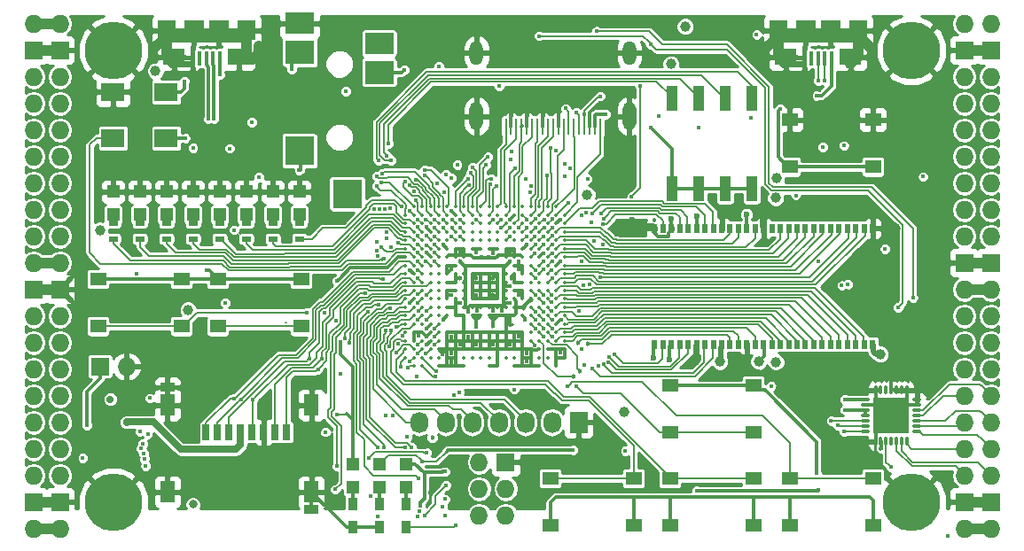
<source format=gtl>
G04 #@! TF.FileFunction,Copper,L1,Top,Signal*
%FSLAX46Y46*%
G04 Gerber Fmt 4.6, Leading zero omitted, Abs format (unit mm)*
G04 Created by KiCad (PCBNEW 4.0.7+dfsg1-1) date Fri Jan 12 15:50:25 2018*
%MOMM*%
%LPD*%
G01*
G04 APERTURE LIST*
%ADD10C,0.100000*%
%ADD11O,1.727200X1.727200*%
%ADD12R,1.727200X1.727200*%
%ADD13C,5.500000*%
%ADD14R,0.900000X1.200000*%
%ADD15R,2.100000X1.600000*%
%ADD16R,1.900000X1.900000*%
%ADD17R,0.400000X1.350000*%
%ADD18R,1.800000X1.900000*%
%ADD19O,0.850000X0.300000*%
%ADD20O,0.300000X0.850000*%
%ADD21R,1.675000X1.675000*%
%ADD22R,1.727200X2.032000*%
%ADD23O,1.727200X2.032000*%
%ADD24R,1.550000X1.300000*%
%ADD25R,1.120000X2.440000*%
%ADD26C,0.350000*%
%ADD27R,1.200000X1.200000*%
%ADD28R,2.800000X2.000000*%
%ADD29R,2.800000X2.200000*%
%ADD30R,2.800000X2.800000*%
%ADD31O,1.300000X2.700000*%
%ADD32O,1.300000X2.300000*%
%ADD33R,0.250000X1.600000*%
%ADD34R,0.700000X1.500000*%
%ADD35R,1.450000X0.900000*%
%ADD36R,1.450000X2.000000*%
%ADD37R,2.200000X1.800000*%
%ADD38R,0.560000X0.900000*%
%ADD39R,0.900000X0.500000*%
%ADD40C,0.400000*%
%ADD41C,1.000000*%
%ADD42C,0.600000*%
%ADD43C,0.454000*%
%ADD44C,0.800000*%
%ADD45C,0.700000*%
%ADD46C,0.300000*%
%ADD47C,0.190000*%
%ADD48C,0.500000*%
%ADD49C,1.000000*%
%ADD50C,0.600000*%
%ADD51C,0.200000*%
%ADD52C,0.700000*%
%ADD53C,0.127000*%
%ADD54C,0.254000*%
G04 APERTURE END LIST*
D10*
D11*
X97910000Y-62690000D03*
X95370000Y-62690000D03*
D12*
X97910000Y-65230000D03*
X95370000Y-65230000D03*
D11*
X97910000Y-67770000D03*
X95370000Y-67770000D03*
X97910000Y-70310000D03*
X95370000Y-70310000D03*
X97910000Y-72850000D03*
X95370000Y-72850000D03*
X97910000Y-75390000D03*
X95370000Y-75390000D03*
X97910000Y-77930000D03*
X95370000Y-77930000D03*
X97910000Y-80470000D03*
X95370000Y-80470000D03*
X97910000Y-83010000D03*
X95370000Y-83010000D03*
X97910000Y-85550000D03*
X95370000Y-85550000D03*
D12*
X97910000Y-88090000D03*
X95370000Y-88090000D03*
D11*
X97910000Y-90630000D03*
X95370000Y-90630000D03*
X97910000Y-93170000D03*
X95370000Y-93170000D03*
X97910000Y-95710000D03*
X95370000Y-95710000D03*
X97910000Y-98250000D03*
X95370000Y-98250000D03*
X97910000Y-100790000D03*
X95370000Y-100790000D03*
X97910000Y-103330000D03*
X95370000Y-103330000D03*
X97910000Y-105870000D03*
X95370000Y-105870000D03*
D12*
X97910000Y-108410000D03*
X95370000Y-108410000D03*
D11*
X97910000Y-110950000D03*
X95370000Y-110950000D03*
X184270000Y-110950000D03*
X186810000Y-110950000D03*
D12*
X184270000Y-108410000D03*
X186810000Y-108410000D03*
D11*
X184270000Y-105870000D03*
X186810000Y-105870000D03*
X184270000Y-103330000D03*
X186810000Y-103330000D03*
X184270000Y-100790000D03*
X186810000Y-100790000D03*
X184270000Y-98250000D03*
X186810000Y-98250000D03*
X184270000Y-95710000D03*
X186810000Y-95710000D03*
X184270000Y-93170000D03*
X186810000Y-93170000D03*
X184270000Y-90630000D03*
X186810000Y-90630000D03*
X184270000Y-88090000D03*
X186810000Y-88090000D03*
D12*
X184270000Y-85550000D03*
X186810000Y-85550000D03*
D11*
X184270000Y-83010000D03*
X186810000Y-83010000D03*
X184270000Y-80470000D03*
X186810000Y-80470000D03*
X184270000Y-77930000D03*
X186810000Y-77930000D03*
X184270000Y-75390000D03*
X186810000Y-75390000D03*
X184270000Y-72850000D03*
X186810000Y-72850000D03*
X184270000Y-70310000D03*
X186810000Y-70310000D03*
X184270000Y-67770000D03*
X186810000Y-67770000D03*
D12*
X184270000Y-65230000D03*
X186810000Y-65230000D03*
D11*
X184270000Y-62690000D03*
X186810000Y-62690000D03*
D13*
X102990000Y-108410000D03*
X179190000Y-108410000D03*
X179190000Y-65230000D03*
X102990000Y-65230000D03*
D12*
X101720000Y-95456000D03*
D11*
X104260000Y-95456000D03*
D14*
X128390000Y-108580000D03*
X128390000Y-110780000D03*
X130930000Y-110780000D03*
X130930000Y-108580000D03*
D15*
X114980000Y-65875000D03*
X108780000Y-65875000D03*
D16*
X113080000Y-63325000D03*
X110680000Y-63325000D03*
D17*
X113180000Y-66000000D03*
X112530000Y-66000000D03*
X111880000Y-66000000D03*
X111230000Y-66000000D03*
X110580000Y-66000000D03*
D18*
X115680000Y-63325000D03*
X108080000Y-63325000D03*
D15*
X173400000Y-65875000D03*
X167200000Y-65875000D03*
D16*
X171500000Y-63325000D03*
X169100000Y-63325000D03*
D17*
X171600000Y-66000000D03*
X170950000Y-66000000D03*
X170300000Y-66000000D03*
X169650000Y-66000000D03*
X169000000Y-66000000D03*
D18*
X174100000Y-63325000D03*
X166500000Y-63325000D03*
D12*
X140455000Y-104600000D03*
D11*
X137915000Y-104600000D03*
X140455000Y-107140000D03*
X137915000Y-107140000D03*
X140455000Y-109680000D03*
X137915000Y-109680000D03*
D19*
X179735000Y-101655000D03*
X179735000Y-101155000D03*
X179735000Y-100655000D03*
X179735000Y-100155000D03*
X179735000Y-99655000D03*
X179735000Y-99155000D03*
X179735000Y-98655000D03*
D20*
X178785000Y-97705000D03*
X178285000Y-97705000D03*
X177785000Y-97705000D03*
X177285000Y-97705000D03*
X176785000Y-97705000D03*
X176285000Y-97705000D03*
X175785000Y-97705000D03*
D19*
X174835000Y-98655000D03*
X174835000Y-99155000D03*
X174835000Y-99655000D03*
X174835000Y-100155000D03*
X174835000Y-100655000D03*
X174835000Y-101155000D03*
X174835000Y-101655000D03*
D20*
X175785000Y-102605000D03*
X176285000Y-102605000D03*
X176785000Y-102605000D03*
X177285000Y-102605000D03*
X177785000Y-102605000D03*
X178285000Y-102605000D03*
X178785000Y-102605000D03*
D21*
X176447500Y-99317500D03*
X176447500Y-100992500D03*
X178122500Y-99317500D03*
X178122500Y-100992500D03*
D22*
X147440000Y-100790000D03*
D23*
X144900000Y-100790000D03*
X142360000Y-100790000D03*
X139820000Y-100790000D03*
X137280000Y-100790000D03*
X134740000Y-100790000D03*
X132200000Y-100790000D03*
D24*
X175550000Y-71870000D03*
X175550000Y-76370000D03*
X167590000Y-76370000D03*
X167590000Y-71870000D03*
X101550000Y-91610000D03*
X101550000Y-87110000D03*
X109510000Y-87110000D03*
X109510000Y-91610000D03*
X112980000Y-91610000D03*
X112980000Y-87110000D03*
X120940000Y-87110000D03*
X120940000Y-91610000D03*
X156160000Y-101770000D03*
X156160000Y-97270000D03*
X164120000Y-97270000D03*
X164120000Y-101770000D03*
X164120000Y-106160000D03*
X164120000Y-110660000D03*
X156160000Y-110660000D03*
X156160000Y-106160000D03*
X152690000Y-106160000D03*
X152690000Y-110660000D03*
X144730000Y-110660000D03*
X144730000Y-106160000D03*
X175550000Y-106160000D03*
X175550000Y-110660000D03*
X167590000Y-110660000D03*
X167590000Y-106160000D03*
D25*
X156330000Y-78425000D03*
X163950000Y-69815000D03*
X158870000Y-78425000D03*
X161410000Y-69815000D03*
X161410000Y-78425000D03*
X158870000Y-69815000D03*
X163950000Y-78425000D03*
X156330000Y-69815000D03*
D26*
X131680000Y-80200000D03*
X132480000Y-80200000D03*
X133280000Y-80200000D03*
X134080000Y-80200000D03*
X134880000Y-80200000D03*
X135680000Y-80200000D03*
X136480000Y-80200000D03*
X137280000Y-80200000D03*
X138080000Y-80200000D03*
X138880000Y-80200000D03*
X139680000Y-80200000D03*
X140480000Y-80200000D03*
X141280000Y-80200000D03*
X142080000Y-80200000D03*
X142880000Y-80200000D03*
X143680000Y-80200000D03*
X144480000Y-80200000D03*
X145280000Y-80200000D03*
X130880000Y-81000000D03*
X131680000Y-81000000D03*
X132480000Y-81000000D03*
X133280000Y-81000000D03*
X134080000Y-81000000D03*
X134880000Y-81000000D03*
X135680000Y-81000000D03*
X136480000Y-81000000D03*
X137280000Y-81000000D03*
X138080000Y-81000000D03*
X138880000Y-81000000D03*
X139680000Y-81000000D03*
X140480000Y-81000000D03*
X141280000Y-81000000D03*
X142080000Y-81000000D03*
X142880000Y-81000000D03*
X143680000Y-81000000D03*
X144480000Y-81000000D03*
X145280000Y-81000000D03*
X146080000Y-81000000D03*
X130880000Y-81800000D03*
X131680000Y-81800000D03*
X132480000Y-81800000D03*
X133280000Y-81800000D03*
X134080000Y-81800000D03*
X134880000Y-81800000D03*
X135680000Y-81800000D03*
X136480000Y-81800000D03*
X137280000Y-81800000D03*
X138080000Y-81800000D03*
X138880000Y-81800000D03*
X139680000Y-81800000D03*
X140480000Y-81800000D03*
X141280000Y-81800000D03*
X142080000Y-81800000D03*
X142880000Y-81800000D03*
X143680000Y-81800000D03*
X144480000Y-81800000D03*
X145280000Y-81800000D03*
X146080000Y-81800000D03*
X130880000Y-82600000D03*
X131680000Y-82600000D03*
X132480000Y-82600000D03*
X133280000Y-82600000D03*
X134080000Y-82600000D03*
X134880000Y-82600000D03*
X135680000Y-82600000D03*
X136480000Y-82600000D03*
X137280000Y-82600000D03*
X138080000Y-82600000D03*
X138880000Y-82600000D03*
X139680000Y-82600000D03*
X140480000Y-82600000D03*
X141280000Y-82600000D03*
X142080000Y-82600000D03*
X142880000Y-82600000D03*
X143680000Y-82600000D03*
X144480000Y-82600000D03*
X145280000Y-82600000D03*
X146080000Y-82600000D03*
X130880000Y-83400000D03*
X131680000Y-83400000D03*
X132480000Y-83400000D03*
X133280000Y-83400000D03*
X134080000Y-83400000D03*
X134880000Y-83400000D03*
X135680000Y-83400000D03*
X136480000Y-83400000D03*
X137280000Y-83400000D03*
X138080000Y-83400000D03*
X138880000Y-83400000D03*
X139680000Y-83400000D03*
X140480000Y-83400000D03*
X141280000Y-83400000D03*
X142080000Y-83400000D03*
X142880000Y-83400000D03*
X143680000Y-83400000D03*
X144480000Y-83400000D03*
X145280000Y-83400000D03*
X146080000Y-83400000D03*
X130880000Y-84200000D03*
X131680000Y-84200000D03*
X132480000Y-84200000D03*
X133280000Y-84200000D03*
X134080000Y-84200000D03*
X134880000Y-84200000D03*
X135680000Y-84200000D03*
X136480000Y-84200000D03*
X137280000Y-84200000D03*
X138080000Y-84200000D03*
X138880000Y-84200000D03*
X139680000Y-84200000D03*
X140480000Y-84200000D03*
X141280000Y-84200000D03*
X142080000Y-84200000D03*
X142880000Y-84200000D03*
X143680000Y-84200000D03*
X144480000Y-84200000D03*
X145280000Y-84200000D03*
X146080000Y-84200000D03*
X130880000Y-85000000D03*
X131680000Y-85000000D03*
X132480000Y-85000000D03*
X133280000Y-85000000D03*
X134080000Y-85000000D03*
X134880000Y-85000000D03*
X135680000Y-85000000D03*
X136480000Y-85000000D03*
X137280000Y-85000000D03*
X138080000Y-85000000D03*
X138880000Y-85000000D03*
X139680000Y-85000000D03*
X140480000Y-85000000D03*
X141280000Y-85000000D03*
X142080000Y-85000000D03*
X142880000Y-85000000D03*
X143680000Y-85000000D03*
X144480000Y-85000000D03*
X145280000Y-85000000D03*
X146080000Y-85000000D03*
X130880000Y-85800000D03*
X131680000Y-85800000D03*
X132480000Y-85800000D03*
X133280000Y-85800000D03*
X134080000Y-85800000D03*
X134880000Y-85800000D03*
X135680000Y-85800000D03*
X136480000Y-85800000D03*
X137280000Y-85800000D03*
X138080000Y-85800000D03*
X138880000Y-85800000D03*
X139680000Y-85800000D03*
X140480000Y-85800000D03*
X141280000Y-85800000D03*
X142080000Y-85800000D03*
X142880000Y-85800000D03*
X143680000Y-85800000D03*
X144480000Y-85800000D03*
X145280000Y-85800000D03*
X146080000Y-85800000D03*
X130880000Y-86600000D03*
X131680000Y-86600000D03*
X132480000Y-86600000D03*
X133280000Y-86600000D03*
X134080000Y-86600000D03*
X134880000Y-86600000D03*
X135680000Y-86600000D03*
X136480000Y-86600000D03*
X137280000Y-86600000D03*
X138080000Y-86600000D03*
X138880000Y-86600000D03*
X139680000Y-86600000D03*
X140480000Y-86600000D03*
X141280000Y-86600000D03*
X142080000Y-86600000D03*
X142880000Y-86600000D03*
X143680000Y-86600000D03*
X144480000Y-86600000D03*
X145280000Y-86600000D03*
X146080000Y-86600000D03*
X130880000Y-87400000D03*
X131680000Y-87400000D03*
X132480000Y-87400000D03*
X133280000Y-87400000D03*
X134080000Y-87400000D03*
X134880000Y-87400000D03*
X135680000Y-87400000D03*
X136480000Y-87400000D03*
X137280000Y-87400000D03*
X138080000Y-87400000D03*
X138880000Y-87400000D03*
X139680000Y-87400000D03*
X140480000Y-87400000D03*
X141280000Y-87400000D03*
X142080000Y-87400000D03*
X142880000Y-87400000D03*
X143680000Y-87400000D03*
X144480000Y-87400000D03*
X145280000Y-87400000D03*
X146080000Y-87400000D03*
X130880000Y-88200000D03*
X131680000Y-88200000D03*
X132480000Y-88200000D03*
X133280000Y-88200000D03*
X134080000Y-88200000D03*
X134880000Y-88200000D03*
X135680000Y-88200000D03*
X136480000Y-88200000D03*
X137280000Y-88200000D03*
X138080000Y-88200000D03*
X138880000Y-88200000D03*
X139680000Y-88200000D03*
X140480000Y-88200000D03*
X141280000Y-88200000D03*
X142080000Y-88200000D03*
X142880000Y-88200000D03*
X143680000Y-88200000D03*
X144480000Y-88200000D03*
X145280000Y-88200000D03*
X146080000Y-88200000D03*
X130880000Y-89000000D03*
X131680000Y-89000000D03*
X132480000Y-89000000D03*
X133280000Y-89000000D03*
X134080000Y-89000000D03*
X134880000Y-89000000D03*
X135680000Y-89000000D03*
X136480000Y-89000000D03*
X137280000Y-89000000D03*
X138080000Y-89000000D03*
X138880000Y-89000000D03*
X139680000Y-89000000D03*
X140480000Y-89000000D03*
X141280000Y-89000000D03*
X142080000Y-89000000D03*
X142880000Y-89000000D03*
X143680000Y-89000000D03*
X144480000Y-89000000D03*
X145280000Y-89000000D03*
X146080000Y-89000000D03*
X130880000Y-89800000D03*
X131680000Y-89800000D03*
X132480000Y-89800000D03*
X133280000Y-89800000D03*
X134080000Y-89800000D03*
X134880000Y-89800000D03*
X135680000Y-89800000D03*
X136480000Y-89800000D03*
X137280000Y-89800000D03*
X138080000Y-89800000D03*
X138880000Y-89800000D03*
X139680000Y-89800000D03*
X140480000Y-89800000D03*
X141280000Y-89800000D03*
X142080000Y-89800000D03*
X142880000Y-89800000D03*
X143680000Y-89800000D03*
X144480000Y-89800000D03*
X145280000Y-89800000D03*
X146080000Y-89800000D03*
X130880000Y-90600000D03*
X131680000Y-90600000D03*
X132480000Y-90600000D03*
X133280000Y-90600000D03*
X134080000Y-90600000D03*
X134880000Y-90600000D03*
X135680000Y-90600000D03*
X136480000Y-90600000D03*
X137280000Y-90600000D03*
X138080000Y-90600000D03*
X138880000Y-90600000D03*
X139680000Y-90600000D03*
X140480000Y-90600000D03*
X141280000Y-90600000D03*
X142080000Y-90600000D03*
X142880000Y-90600000D03*
X143680000Y-90600000D03*
X144480000Y-90600000D03*
X145280000Y-90600000D03*
X146080000Y-90600000D03*
X130880000Y-91400000D03*
X131680000Y-91400000D03*
X132480000Y-91400000D03*
X133280000Y-91400000D03*
X134080000Y-91400000D03*
X142880000Y-91400000D03*
X143680000Y-91400000D03*
X144480000Y-91400000D03*
X145280000Y-91400000D03*
X146080000Y-91400000D03*
X130880000Y-92200000D03*
X131680000Y-92200000D03*
X132480000Y-92200000D03*
X133280000Y-92200000D03*
X134080000Y-92200000D03*
X134880000Y-92200000D03*
X135680000Y-92200000D03*
X136480000Y-92200000D03*
X137280000Y-92200000D03*
X138080000Y-92200000D03*
X138880000Y-92200000D03*
X139680000Y-92200000D03*
X140480000Y-92200000D03*
X141280000Y-92200000D03*
X142080000Y-92200000D03*
X142880000Y-92200000D03*
X143680000Y-92200000D03*
X144480000Y-92200000D03*
X145280000Y-92200000D03*
X146080000Y-92200000D03*
X130880000Y-93000000D03*
X131680000Y-93000000D03*
X132480000Y-93000000D03*
X133280000Y-93000000D03*
X134080000Y-93000000D03*
X134880000Y-93000000D03*
X135680000Y-93000000D03*
X136480000Y-93000000D03*
X137280000Y-93000000D03*
X138080000Y-93000000D03*
X138880000Y-93000000D03*
X139680000Y-93000000D03*
X140480000Y-93000000D03*
X141280000Y-93000000D03*
X142080000Y-93000000D03*
X142880000Y-93000000D03*
X143680000Y-93000000D03*
X144480000Y-93000000D03*
X145280000Y-93000000D03*
X146080000Y-93000000D03*
X130880000Y-93800000D03*
X131680000Y-93800000D03*
X132480000Y-93800000D03*
X133280000Y-93800000D03*
X134080000Y-93800000D03*
X134880000Y-93800000D03*
X135680000Y-93800000D03*
X136480000Y-93800000D03*
X137280000Y-93800000D03*
X138080000Y-93800000D03*
X138880000Y-93800000D03*
X139680000Y-93800000D03*
X140480000Y-93800000D03*
X141280000Y-93800000D03*
X142080000Y-93800000D03*
X142880000Y-93800000D03*
X143680000Y-93800000D03*
X144480000Y-93800000D03*
X145280000Y-93800000D03*
X146080000Y-93800000D03*
X130880000Y-94600000D03*
X131680000Y-94600000D03*
X132480000Y-94600000D03*
X133280000Y-94600000D03*
X134080000Y-94600000D03*
X134880000Y-94600000D03*
X135680000Y-94600000D03*
X136480000Y-94600000D03*
X137280000Y-94600000D03*
X138080000Y-94600000D03*
X138880000Y-94600000D03*
X139680000Y-94600000D03*
X140480000Y-94600000D03*
X141280000Y-94600000D03*
X142080000Y-94600000D03*
X142880000Y-94600000D03*
X143680000Y-94600000D03*
X144480000Y-94600000D03*
X145280000Y-94600000D03*
X146080000Y-94600000D03*
X131680000Y-95400000D03*
X132480000Y-95400000D03*
X134080000Y-95400000D03*
X134880000Y-95400000D03*
X135680000Y-95400000D03*
X136480000Y-95400000D03*
X138880000Y-95400000D03*
X139680000Y-95400000D03*
X141280000Y-95400000D03*
X142080000Y-95400000D03*
X142880000Y-95400000D03*
X143680000Y-95400000D03*
X145280000Y-95400000D03*
D27*
X125850000Y-104770000D03*
X125850000Y-106970000D03*
D14*
X125850000Y-108580000D03*
X125850000Y-110780000D03*
D27*
X128390000Y-104770000D03*
X128390000Y-106970000D03*
X120770000Y-80935000D03*
X120770000Y-78735000D03*
X118230000Y-80935000D03*
X118230000Y-78735000D03*
X115690000Y-80935000D03*
X115690000Y-78735000D03*
X113150000Y-80935000D03*
X113150000Y-78735000D03*
X110610000Y-80935000D03*
X110610000Y-78735000D03*
X108070000Y-80935000D03*
X108070000Y-78735000D03*
X105530000Y-80935000D03*
X105530000Y-78735000D03*
X102990000Y-80935000D03*
X102990000Y-78735000D03*
X130930000Y-104770000D03*
X130930000Y-106970000D03*
D28*
X120780000Y-62648000D03*
D29*
X120780000Y-65448000D03*
D30*
X120780000Y-74848000D03*
X125330000Y-78948000D03*
D29*
X128380000Y-67348000D03*
D28*
X128380000Y-64548000D03*
D31*
X152280000Y-71550000D03*
X137680000Y-71550000D03*
D32*
X137680000Y-65500000D03*
D33*
X140480000Y-72500000D03*
X140980000Y-72500000D03*
X141480000Y-72500000D03*
X141980000Y-72500000D03*
X142480000Y-72500000D03*
X142980000Y-72500000D03*
X143480000Y-72500000D03*
X143980000Y-72500000D03*
X144480000Y-72500000D03*
X144980000Y-72500000D03*
X145480000Y-72500000D03*
X145980000Y-72500000D03*
X146480000Y-72500000D03*
X146980000Y-72500000D03*
X147480000Y-72500000D03*
X147980000Y-72500000D03*
X148480000Y-72500000D03*
X148980000Y-72500000D03*
X149480000Y-72500000D03*
D32*
X152280000Y-65500000D03*
D34*
X111850000Y-101750000D03*
X112950000Y-101750000D03*
X114050000Y-101750000D03*
X115150000Y-101750000D03*
X116250000Y-101750000D03*
X117350000Y-101750000D03*
X118450000Y-101750000D03*
X119550000Y-101750000D03*
D35*
X108175000Y-97450000D03*
X121925000Y-109150000D03*
D36*
X121925000Y-99150000D03*
X108175000Y-99150000D03*
X108175000Y-107450000D03*
X121925000Y-107450000D03*
D37*
X108040000Y-69220000D03*
X102960000Y-69220000D03*
X102960000Y-73620000D03*
X108040000Y-73620000D03*
D38*
X175493000Y-82270000D03*
X154693000Y-93330000D03*
X155493000Y-93330000D03*
X156293000Y-93330000D03*
X157093000Y-93330000D03*
X157893000Y-93330000D03*
X158693000Y-93330000D03*
X159493000Y-93330000D03*
X160293000Y-93330000D03*
X161093000Y-93330000D03*
X161893000Y-93330000D03*
X162693000Y-93330000D03*
X163493000Y-93330000D03*
X164293000Y-93330000D03*
X165093000Y-93330000D03*
X165893000Y-93330000D03*
X166693000Y-93330000D03*
X167493000Y-93330000D03*
X168293000Y-93330000D03*
X169093000Y-93330000D03*
X169893000Y-93330000D03*
X170693000Y-93330000D03*
X171493000Y-93330000D03*
X172293000Y-93330000D03*
X173093000Y-93330000D03*
X173893000Y-93330000D03*
X174693000Y-93330000D03*
X175493000Y-93330000D03*
X174693000Y-82270000D03*
X173893000Y-82270000D03*
X173093000Y-82270000D03*
X172293000Y-82270000D03*
X171493000Y-82270000D03*
X170693000Y-82270000D03*
X169893000Y-82270000D03*
X169093000Y-82270000D03*
X168293000Y-82270000D03*
X167493000Y-82270000D03*
X166693000Y-82270000D03*
X165893000Y-82270000D03*
X165093000Y-82270000D03*
X164293000Y-82270000D03*
X163493000Y-82270000D03*
X162693000Y-82270000D03*
X161893000Y-82270000D03*
X161093000Y-82270000D03*
X160293000Y-82270000D03*
X159493000Y-82270000D03*
X158693000Y-82270000D03*
X157893000Y-82270000D03*
X157093000Y-82270000D03*
X156293000Y-82270000D03*
X155493000Y-82270000D03*
X154693000Y-82270000D03*
D39*
X120770000Y-83252000D03*
X120770000Y-81752000D03*
X118230000Y-83252000D03*
X118230000Y-81752000D03*
X115690000Y-83252000D03*
X115690000Y-81752000D03*
X113150000Y-83252000D03*
X113150000Y-81752000D03*
X110610000Y-83252000D03*
X110610000Y-81752000D03*
X108070000Y-83252000D03*
X108070000Y-81752000D03*
X105530000Y-83252000D03*
X105530000Y-81752000D03*
X102990000Y-83252000D03*
X102990000Y-81752000D03*
D40*
X144103496Y-84660400D03*
D41*
X177658444Y-82281349D03*
D40*
X145680000Y-81405125D03*
X145691238Y-94166752D03*
X145759873Y-91010176D03*
D42*
X152525938Y-81463870D03*
D41*
X162956098Y-95078488D03*
X158539988Y-94868772D03*
D42*
X161075765Y-80992022D03*
X164882869Y-80938986D03*
X156262773Y-81349374D03*
X123437000Y-108972000D03*
D40*
X132871770Y-84533979D03*
X132862998Y-82124544D03*
X131278306Y-86213101D03*
X135281276Y-80583119D03*
X131279502Y-89407325D03*
X170309539Y-85441529D03*
X145672808Y-85396062D03*
X133216000Y-107465000D03*
X137680000Y-88600000D03*
X142480000Y-95000000D03*
X141680000Y-92600000D03*
X140836000Y-84534000D03*
X135284627Y-94985297D03*
X135288625Y-94225619D03*
X134455822Y-94267172D03*
X136095958Y-93369652D03*
D43*
X139264636Y-91615205D03*
D41*
X116880503Y-64802940D03*
X106974809Y-64953974D03*
X175210328Y-64948943D03*
X165417246Y-64954666D03*
D40*
X175495631Y-71457432D03*
X177285000Y-95710000D03*
X140880000Y-81400000D03*
X136085174Y-89394826D03*
X140874194Y-91433353D03*
X142480000Y-94200000D03*
X140880000Y-93400000D03*
X139280000Y-93400000D03*
X137680000Y-93400000D03*
X136880000Y-92600000D03*
X135280000Y-92600000D03*
X132880000Y-91800000D03*
X132880000Y-93400000D03*
D43*
X141042859Y-86994997D03*
X139280000Y-87000000D03*
X136110990Y-86995403D03*
X137680000Y-87000000D03*
X136080000Y-84600000D03*
X139280000Y-88600000D03*
D41*
X101707889Y-82423180D03*
X107021491Y-67228122D03*
X166284693Y-95025145D03*
X166248957Y-79348409D03*
X166343357Y-77477990D03*
D40*
X172564535Y-87722010D03*
X150030853Y-71331848D03*
D41*
X156235582Y-66548363D03*
X157600000Y-62944000D03*
D40*
X158870000Y-72596000D03*
X114513935Y-82409431D03*
X116912932Y-77355158D03*
X109760378Y-68177900D03*
X109840000Y-73620000D03*
X132110753Y-92527478D03*
X113658000Y-89360000D03*
X165803369Y-97344883D03*
D41*
X148237462Y-79019093D03*
D40*
X148271935Y-77558071D03*
D41*
X160905403Y-95006436D03*
D42*
X158731133Y-81048929D03*
X154593901Y-94607945D03*
X156088245Y-94762980D03*
D41*
X164625730Y-94982471D03*
D42*
X163462982Y-80942429D03*
D41*
X176254940Y-94288458D03*
D44*
X110593913Y-108636458D03*
D40*
X180340784Y-77316932D03*
X173137949Y-87594275D03*
D45*
X102710050Y-98594954D03*
D40*
X129005202Y-100174798D03*
X137659051Y-91638034D03*
X139820000Y-68665673D03*
X172834633Y-99599920D03*
X172879922Y-98618650D03*
X176305593Y-103279812D03*
X164433885Y-63737451D03*
X134079160Y-66786153D03*
X100080000Y-104200000D03*
X135273306Y-88618602D03*
X139272517Y-84611349D03*
X137680556Y-84534085D03*
X141680000Y-86200000D03*
X135280000Y-86200000D03*
X132880000Y-92600000D03*
X141680000Y-88600000D03*
X141680000Y-85400000D03*
X129983242Y-91668979D03*
X121431221Y-90311593D03*
X130578735Y-92485439D03*
X121041200Y-91125073D03*
X146394787Y-97333919D03*
X143300000Y-86220000D03*
X147175985Y-97333919D03*
X147700000Y-93820000D03*
X144900000Y-91820000D03*
X142277990Y-91000000D03*
D41*
X110128890Y-90028152D03*
D40*
X142480000Y-83800000D03*
X134480000Y-83800000D03*
X134480000Y-91000000D03*
X155115280Y-71563465D03*
X105245010Y-86595559D03*
X125193541Y-69156848D03*
X170182962Y-69571012D03*
X170362901Y-107286196D03*
X158716651Y-107325176D03*
X136028224Y-97922729D03*
X128216338Y-109760338D03*
X132708000Y-109680000D03*
X134750646Y-106810513D03*
X133680000Y-91800000D03*
X135517016Y-98167170D03*
X134675868Y-108131585D03*
D43*
X133449289Y-102232615D03*
D40*
X133680000Y-92600000D03*
X132936956Y-103711000D03*
X127385678Y-104203668D03*
X133685482Y-93402296D03*
X134463998Y-108841973D03*
X131986331Y-96404793D03*
X131039072Y-102187000D03*
X134636872Y-109719950D03*
X132846234Y-94197073D03*
X176700000Y-84220000D03*
X143260000Y-84620000D03*
X120739932Y-76694083D03*
X130761990Y-67119621D03*
X147186000Y-71200000D03*
X147983153Y-71347080D03*
X149475951Y-69619684D03*
X153297112Y-68665673D03*
X177926984Y-89812061D03*
X154329326Y-64643767D03*
X152497066Y-79193467D03*
X146481406Y-79819384D03*
X143650666Y-63862520D03*
X179351513Y-88868327D03*
X149134122Y-63424051D03*
X140035989Y-81400000D03*
X121687479Y-94718249D03*
X128776655Y-87127857D03*
X132083026Y-86260405D03*
X116312533Y-98645922D03*
X122932649Y-94724357D03*
X124664271Y-96191531D03*
X122527919Y-95725900D03*
X116198000Y-72088000D03*
X127586603Y-107875044D03*
X113157250Y-67567056D03*
X146180000Y-70800000D03*
X131453853Y-103208291D03*
X149771692Y-81825658D03*
X144080000Y-86200000D03*
X149533922Y-86909940D03*
X144894316Y-86977564D03*
X144896700Y-83835368D03*
X149549750Y-80868432D03*
D43*
X147343891Y-93217126D03*
D40*
X144113248Y-92588762D03*
X144875155Y-86292748D03*
X149846468Y-81303978D03*
X148696112Y-80861847D03*
X144916886Y-82991356D03*
D43*
X148349010Y-93322307D03*
D40*
X144882352Y-92577990D03*
X144902941Y-90956495D03*
X148747982Y-95669626D03*
X144867244Y-90112484D03*
X149795895Y-95251084D03*
X144855814Y-89268481D03*
X150278898Y-95040253D03*
X150345974Y-94517527D03*
X144877648Y-88622010D03*
X150889207Y-94332565D03*
X143280000Y-87000000D03*
X130203236Y-93292388D03*
X131084713Y-95564177D03*
X130422000Y-95456000D03*
X131316164Y-94959140D03*
X130053332Y-94113207D03*
X132031990Y-93400000D03*
X129366484Y-93572888D03*
X141280657Y-97642010D03*
X133852393Y-95875797D03*
X133762848Y-96395146D03*
X132080000Y-94200000D03*
X128622659Y-84064643D03*
X105895603Y-103765816D03*
X130839477Y-103208987D03*
X129449238Y-89873934D03*
X132075624Y-89410644D03*
X128806823Y-103185900D03*
X128312094Y-89556924D03*
X132162861Y-106185868D03*
X132880000Y-88600000D03*
X127040053Y-88426410D03*
X124322162Y-105002357D03*
X132080000Y-87000000D03*
X125525099Y-93236764D03*
X124202418Y-107207639D03*
X110599084Y-74589383D03*
X132024412Y-109766775D03*
X114104080Y-74612196D03*
X132219727Y-109277292D03*
X115165033Y-98598050D03*
X131847310Y-79589886D03*
X132080000Y-81400000D03*
X132080007Y-82103333D03*
X132872609Y-82968555D03*
X133627359Y-81414685D03*
X133648389Y-82190597D03*
X131923295Y-77584853D03*
X130856828Y-77786820D03*
X129533728Y-91985990D03*
X132880000Y-91000000D03*
X132077338Y-91002010D03*
X129006717Y-91985990D03*
X131275302Y-80595752D03*
X130489904Y-80167235D03*
X128823114Y-85153560D03*
X132072985Y-85377990D03*
X134476508Y-82180155D03*
X133942383Y-77980766D03*
X163908850Y-71651861D03*
X135656559Y-110610712D03*
X132468001Y-104503413D03*
X146844288Y-103452739D03*
D45*
X104260000Y-100790000D03*
D40*
X114554968Y-98534219D03*
X111895217Y-86253790D03*
X165170594Y-97666317D03*
X170157734Y-105666345D03*
X169506589Y-107953726D03*
X170735900Y-74464979D03*
X143257990Y-83000000D03*
X168166438Y-79108038D03*
X151896383Y-103510715D03*
X112614274Y-71803529D03*
X112074854Y-71810535D03*
X143269694Y-93414905D03*
X177274002Y-105079115D03*
X172761273Y-101651681D03*
X143280000Y-91800000D03*
X172193360Y-101105663D03*
X144064831Y-91877646D03*
X144080000Y-90956495D03*
X171540304Y-100645743D03*
X135320520Y-82196441D03*
X129493343Y-75737814D03*
X136080000Y-82200000D03*
X129125079Y-75315804D03*
X136080000Y-83000000D03*
X129252218Y-74142461D03*
X142377451Y-77497451D03*
X172746637Y-74347988D03*
X143280000Y-83800000D03*
X170300000Y-68151000D03*
X170950000Y-68125562D03*
X125110333Y-92787995D03*
X124361185Y-87274371D03*
X124361184Y-87274370D03*
X182675150Y-111637626D03*
X166678914Y-70803555D03*
X123273881Y-101715917D03*
X129660000Y-100155000D03*
X127308270Y-90221456D03*
X132084049Y-88558274D03*
X128280000Y-103200000D03*
X120008000Y-67008000D03*
X133680000Y-83000000D03*
X129457990Y-80285112D03*
X133680000Y-83800000D03*
X128943593Y-80399729D03*
X130204628Y-83599483D03*
X128416582Y-80399850D03*
X127889625Y-80407426D03*
X133680000Y-85400000D03*
X144780000Y-74590382D03*
X137689001Y-90122990D03*
D41*
X151758000Y-99774000D03*
D40*
X136885174Y-90194826D03*
X140094890Y-90122990D03*
X139280000Y-90122990D03*
X140880000Y-89400000D03*
X140880000Y-87800000D03*
X140880000Y-85400000D03*
D43*
X136080000Y-85400000D03*
D40*
X128333179Y-75769807D03*
X134613000Y-78819000D03*
X135280000Y-83022010D03*
X154298000Y-72596000D03*
X100450000Y-101044000D03*
X132285867Y-108754446D03*
X134707351Y-105508447D03*
X139280000Y-81400000D03*
X139578623Y-78205862D03*
X139034115Y-78040948D03*
X139046749Y-77514088D03*
X138580000Y-76200000D03*
X138779198Y-75400762D03*
X137680000Y-81400000D03*
X137308732Y-76415018D03*
X137106948Y-76979922D03*
X136859538Y-77550820D03*
X136922059Y-78097889D03*
X136096392Y-81395070D03*
X135830698Y-76200613D03*
X135315381Y-81391918D03*
X135280062Y-77463305D03*
X134471370Y-81406751D03*
X134758050Y-77130140D03*
D43*
X146942280Y-96452058D03*
X147534467Y-95913260D03*
D40*
X147928857Y-95339016D03*
X143322010Y-91000657D03*
X149284391Y-95377990D03*
X144077013Y-90266968D03*
X147430953Y-90112484D03*
X144076240Y-89395301D03*
X143322010Y-90201951D03*
X147910791Y-87683418D03*
X144082832Y-88584510D03*
X143322010Y-88595030D03*
X148483539Y-87608166D03*
X144102010Y-85397219D03*
X144889349Y-85448737D03*
X147687390Y-85374093D03*
X149732494Y-83807694D03*
X144912409Y-84635817D03*
X148921512Y-83442010D03*
X144103186Y-83777990D03*
X148610661Y-81705858D03*
X144102010Y-83000000D03*
X144888125Y-82147345D03*
X148175253Y-80781550D03*
X144125486Y-82186468D03*
X147688311Y-80983115D03*
X144880008Y-81303333D03*
X142841210Y-78784254D03*
X142473549Y-82998913D03*
X142864275Y-78217369D03*
X142437464Y-82181475D03*
X146089079Y-77300571D03*
X144144931Y-81387081D03*
X144394875Y-77219934D03*
X146577729Y-76500816D03*
X143281475Y-82206074D03*
X146130802Y-76060132D03*
X143300920Y-81377293D03*
X145255695Y-74817220D03*
X141662690Y-82207782D03*
X142456909Y-81405800D03*
X140030954Y-82200000D03*
X141342967Y-76554996D03*
X141046643Y-74873804D03*
X140864029Y-83041403D03*
X140874966Y-82177164D03*
X140980062Y-75681941D03*
X132761172Y-77202673D03*
X132737245Y-76676207D03*
X128644933Y-77050030D03*
X128152012Y-77257840D03*
X128125571Y-78233647D03*
X128590544Y-77894041D03*
X131253134Y-78134216D03*
X106477197Y-98487772D03*
X131709326Y-78745875D03*
X132783339Y-81400004D03*
X132079024Y-82984045D03*
X129109095Y-82655074D03*
X105572759Y-101661319D03*
X106276126Y-101893466D03*
X132880889Y-83897835D03*
X129054383Y-83179239D03*
X129487667Y-84079929D03*
X132083682Y-83828056D03*
X105813763Y-102819336D03*
X128165458Y-83509725D03*
X132062099Y-84533979D03*
X105627254Y-103312241D03*
X128182016Y-84353737D03*
X105992720Y-104283802D03*
X133671942Y-84595200D03*
X128207686Y-84880123D03*
X106088753Y-104974041D03*
X132834641Y-85377990D03*
X123173994Y-90359265D03*
X132100000Y-90157990D03*
X124326000Y-100028000D03*
X124681087Y-93093755D03*
X124240682Y-91120196D03*
X132900000Y-90180000D03*
D46*
X154680000Y-81486121D02*
X154657528Y-81463649D01*
D47*
X119425148Y-91210000D02*
X119484873Y-91269725D01*
D46*
X105530000Y-78735000D02*
X102990000Y-78735000D01*
X108070000Y-78735000D02*
X105530000Y-78735000D01*
X110610000Y-78735000D02*
X108070000Y-78735000D01*
X113150000Y-78735000D02*
X110610000Y-78735000D01*
X115690000Y-78735000D02*
X113150000Y-78735000D01*
X118230000Y-78735000D02*
X115690000Y-78735000D01*
X120770000Y-78735000D02*
X118230000Y-78735000D01*
X152525938Y-81463870D02*
X152982068Y-81920000D01*
X152982068Y-81920000D02*
X154589000Y-81920000D01*
X154589000Y-81920000D02*
X154589000Y-82564717D01*
X154589000Y-82564717D02*
X154935999Y-82911716D01*
X154935999Y-82911716D02*
X154935999Y-82941601D01*
X154935999Y-82941601D02*
X154991399Y-82997001D01*
X156050001Y-82941601D02*
X156050001Y-82696040D01*
X154991399Y-82997001D02*
X155994601Y-82997001D01*
X155994601Y-82997001D02*
X156050001Y-82941601D01*
X156050001Y-82696040D02*
X156205000Y-82541041D01*
X156205000Y-82541041D02*
X156205000Y-81920000D01*
X144019600Y-84660400D02*
X144103496Y-84660400D01*
X143680000Y-85000000D02*
X144019600Y-84660400D01*
X177252609Y-82281349D02*
X177658444Y-82281349D01*
X177241260Y-82270000D02*
X177252609Y-82281349D01*
X145280000Y-81800000D02*
X145674875Y-81405125D01*
X145674875Y-81405125D02*
X145680000Y-81405125D01*
X145691238Y-93811238D02*
X145691238Y-93883910D01*
X145680000Y-93800000D02*
X145691238Y-93811238D01*
X145691238Y-93883910D02*
X145691238Y-94166752D01*
X145280000Y-91400000D02*
X145669824Y-91010176D01*
X145669824Y-91010176D02*
X145759873Y-91010176D01*
X121925000Y-107450000D02*
X121925000Y-109150000D01*
X163456097Y-94578489D02*
X162956098Y-95078488D01*
X163480000Y-94554586D02*
X163456097Y-94578489D01*
X163480000Y-93330000D02*
X163480000Y-94554586D01*
X158539988Y-93470012D02*
X158539988Y-94161666D01*
X158680000Y-93330000D02*
X158539988Y-93470012D01*
X158539988Y-94161666D02*
X158539988Y-94868772D01*
X161075765Y-81416286D02*
X161075765Y-80992022D01*
X161075765Y-82265765D02*
X161075765Y-81416286D01*
X161080000Y-82270000D02*
X161075765Y-82265765D01*
X164882869Y-82072869D02*
X164882869Y-81363250D01*
X165080000Y-82270000D02*
X164882869Y-82072869D01*
X164882869Y-81363250D02*
X164882869Y-80938986D01*
X156280000Y-82270000D02*
X156280000Y-81366601D01*
X156280000Y-81366601D02*
X156262773Y-81349374D01*
D48*
X175480000Y-82270000D02*
X177241260Y-82270000D01*
D46*
X148480000Y-71200000D02*
X149230000Y-70450000D01*
X148480000Y-72500000D02*
X148480000Y-71200000D01*
X145480000Y-72500000D02*
X145480000Y-71200000D01*
X143980000Y-72500000D02*
X143980000Y-71200000D01*
X142480000Y-72500000D02*
X142480000Y-71450000D01*
X142480000Y-71200000D02*
X142480000Y-71450000D01*
X140980000Y-72500000D02*
X140980000Y-71200000D01*
X134455822Y-94267172D02*
X134455822Y-94224178D01*
X134455822Y-94224178D02*
X134880000Y-93800000D01*
X123437000Y-108972000D02*
X125245000Y-110780000D01*
X125245000Y-110780000D02*
X125850000Y-110780000D01*
X125850000Y-110780000D02*
X125889531Y-110819531D01*
X125889531Y-110819531D02*
X126234488Y-110819531D01*
X126234488Y-110819531D02*
X126274019Y-110780000D01*
X126274019Y-110780000D02*
X127640000Y-110780000D01*
X127640000Y-110780000D02*
X128390000Y-110780000D01*
X121930000Y-107465000D02*
X123437000Y-108972000D01*
D49*
X184270000Y-65230000D02*
X186810000Y-65230000D01*
X184270000Y-85550000D02*
X186810000Y-85550000D01*
X184270000Y-108410000D02*
X186810000Y-108410000D01*
X95370000Y-108410000D02*
X97910000Y-108410000D01*
D48*
X97910000Y-88090000D02*
X98956608Y-87043392D01*
D46*
X98956608Y-87043392D02*
X98974574Y-87043392D01*
D48*
X97910000Y-88090000D02*
X99013590Y-89193590D01*
D46*
X99013590Y-89193590D02*
X99060056Y-89193590D01*
D49*
X95370000Y-88090000D02*
X97910000Y-88090000D01*
X95370000Y-65230000D02*
X97910000Y-65230000D01*
D46*
X139264636Y-90984636D02*
X139295364Y-90984636D01*
X139295364Y-90984636D02*
X139680000Y-90600000D01*
X132871770Y-84591770D02*
X132871770Y-84533979D01*
X133280000Y-85000000D02*
X132871770Y-84591770D01*
X133280000Y-82600000D02*
X132862998Y-82182998D01*
X132862998Y-82182998D02*
X132862998Y-82124544D01*
X131293101Y-86213101D02*
X131278306Y-86213101D01*
X131680000Y-86600000D02*
X131293101Y-86213101D01*
X140480000Y-90600000D02*
X140480000Y-92200000D01*
X135281276Y-80601276D02*
X135281276Y-80583119D01*
X135680000Y-81000000D02*
X135281276Y-80601276D01*
X131279502Y-89400498D02*
X131279502Y-89407325D01*
X131680000Y-89000000D02*
X131279502Y-89400498D01*
X145672808Y-85407192D02*
X145672808Y-85396062D01*
X145280000Y-85800000D02*
X145672808Y-85407192D01*
X137280000Y-89000000D02*
X137680000Y-88600000D01*
X142480000Y-94600000D02*
X142880000Y-94600000D01*
X142080000Y-94600000D02*
X142480000Y-94600000D01*
X142480000Y-94600000D02*
X142480000Y-95000000D01*
X141680000Y-92200000D02*
X142080000Y-92200000D01*
X141280000Y-92200000D02*
X141680000Y-92200000D01*
X141680000Y-92200000D02*
X141680000Y-92600000D01*
X141280000Y-84200000D02*
X141170000Y-84200000D01*
X141170000Y-84200000D02*
X140836000Y-84534000D01*
X135284627Y-95395373D02*
X135284627Y-95268139D01*
X135280000Y-95400000D02*
X135284627Y-95395373D01*
X135284627Y-95268139D02*
X135284627Y-94985297D01*
X135288625Y-93942777D02*
X135288625Y-94225619D01*
X135288625Y-93808625D02*
X135288625Y-93942777D01*
X135280000Y-93800000D02*
X135288625Y-93808625D01*
X134455822Y-94175822D02*
X134455822Y-94267172D01*
X134080000Y-93800000D02*
X134455822Y-94175822D01*
X145280000Y-94600000D02*
X145280000Y-95400000D01*
X143498655Y-93891906D02*
X143590561Y-93800000D01*
X143040733Y-93891906D02*
X143498655Y-93891906D01*
X142880000Y-93800000D02*
X142948827Y-93800000D01*
X142948827Y-93800000D02*
X143040733Y-93891906D01*
X143590561Y-93800000D02*
X143680000Y-93800000D01*
X145280000Y-93800000D02*
X144480000Y-93800000D01*
X146080000Y-94600000D02*
X146080000Y-93800000D01*
X145280000Y-94600000D02*
X146080000Y-94600000D01*
X142080000Y-95400000D02*
X142080000Y-94600000D01*
X142880000Y-95400000D02*
X142880000Y-94600000D01*
X142880000Y-95400000D02*
X143680000Y-95400000D01*
X142080000Y-95400000D02*
X142880000Y-95400000D01*
X141280000Y-95400000D02*
X142080000Y-95400000D01*
X142080000Y-93000000D02*
X142080000Y-93800000D01*
X138880000Y-92200000D02*
X138880000Y-93000000D01*
X139680000Y-92200000D02*
X139680000Y-93000000D01*
X140480000Y-93000000D02*
X140480000Y-92200000D01*
X141280000Y-93000000D02*
X141280000Y-92200000D01*
X142080000Y-93000000D02*
X141280000Y-93000000D01*
X142080000Y-92200000D02*
X142080000Y-93000000D01*
X140480000Y-92200000D02*
X141280000Y-92200000D01*
X139680000Y-92200000D02*
X140480000Y-92200000D01*
X138880000Y-92200000D02*
X139680000Y-92200000D01*
X138080000Y-92200000D02*
X138880000Y-92200000D01*
X136095958Y-93086810D02*
X136095958Y-93369652D01*
X136080000Y-93000000D02*
X136095958Y-93015958D01*
X136095958Y-93015958D02*
X136095958Y-93086810D01*
X139264636Y-91294179D02*
X139264636Y-91615205D01*
X139264636Y-90984636D02*
X139264636Y-91294179D01*
X138880000Y-90600000D02*
X139264636Y-90984636D01*
D49*
X116880503Y-65510046D02*
X116880503Y-64802940D01*
X116265561Y-66124988D02*
X116880503Y-65510046D01*
X115680000Y-65910000D02*
X115894988Y-66124988D01*
X115680000Y-63960000D02*
X115680000Y-65910000D01*
X115894988Y-66124988D02*
X116265561Y-66124988D01*
X107474808Y-64453975D02*
X106974809Y-64953974D01*
X107968783Y-63960000D02*
X107474808Y-64453975D01*
X108080000Y-63960000D02*
X107968783Y-63960000D01*
X174710329Y-64448944D02*
X175210328Y-64948943D01*
X174100000Y-63960000D02*
X174221385Y-63960000D01*
X174221385Y-63960000D02*
X174710329Y-64448944D01*
X165917245Y-64454667D02*
X165417246Y-64954666D01*
X166411912Y-63960000D02*
X165917245Y-64454667D01*
X166500000Y-63960000D02*
X166411912Y-63960000D01*
D46*
X175495631Y-71740274D02*
X175495631Y-71457432D01*
X175495631Y-72230631D02*
X175495631Y-71740274D01*
X175535000Y-72270000D02*
X175495631Y-72230631D01*
D50*
X108780000Y-66510000D02*
X110455000Y-66510000D01*
D46*
X110455000Y-66510000D02*
X110580000Y-66635000D01*
D49*
X108080000Y-63960000D02*
X108080000Y-65810000D01*
X108080000Y-65810000D02*
X108780000Y-66510000D01*
X115680000Y-63960000D02*
X115680000Y-65810000D01*
D46*
X115680000Y-65810000D02*
X114980000Y-66510000D01*
D49*
X113080000Y-63960000D02*
X115680000Y-63960000D01*
X110680000Y-63960000D02*
X113080000Y-63960000D01*
X108080000Y-63960000D02*
X110680000Y-63960000D01*
D50*
X167200000Y-66510000D02*
X168875000Y-66510000D01*
D46*
X168875000Y-66510000D02*
X169000000Y-66635000D01*
D49*
X174100000Y-63960000D02*
X174100000Y-65810000D01*
X174100000Y-65810000D02*
X173400000Y-66510000D01*
X166500000Y-63960000D02*
X166500000Y-65810000D01*
X166500000Y-65810000D02*
X167200000Y-66510000D01*
X171500000Y-63960000D02*
X174100000Y-63960000D01*
X169100000Y-63960000D02*
X171500000Y-63960000D01*
X166500000Y-63960000D02*
X169100000Y-63960000D01*
D46*
X178785000Y-97705000D02*
X178785000Y-98655000D01*
X178785000Y-98655000D02*
X178122500Y-99317500D01*
X176285000Y-97705000D02*
X175785000Y-97705000D01*
X175785000Y-102605000D02*
X175785000Y-101655000D01*
X175785000Y-101655000D02*
X176447500Y-100992500D01*
X178122500Y-99317500D02*
X178122500Y-100992500D01*
X176447500Y-99317500D02*
X178122500Y-99317500D01*
X176447500Y-100992500D02*
X178122500Y-100992500D01*
X177285000Y-97705000D02*
X177285000Y-95710000D01*
X178122500Y-99317500D02*
X178285000Y-99155000D01*
X178285000Y-99155000D02*
X179735000Y-99155000D01*
X179735000Y-98655000D02*
X179735000Y-99155000D01*
X177785000Y-97705000D02*
X177920000Y-97705000D01*
X177920000Y-97705000D02*
X178285000Y-97705000D01*
X178285000Y-97705000D02*
X178785000Y-97705000D01*
X177285000Y-97705000D02*
X177785000Y-97705000D01*
X175785000Y-97705000D02*
X175785000Y-98655000D01*
X175785000Y-98655000D02*
X176447500Y-99317500D01*
X174835000Y-99155000D02*
X176285000Y-99155000D01*
X176285000Y-99155000D02*
X176447500Y-99317500D01*
X141280000Y-81000000D02*
X140880000Y-81400000D01*
X135685174Y-89394826D02*
X135802332Y-89394826D01*
X135680000Y-89400000D02*
X135685174Y-89394826D01*
X135802332Y-89394826D02*
X136085174Y-89394826D01*
X135054999Y-84825001D02*
X137080000Y-84825001D01*
X137280000Y-85000000D02*
X137105001Y-84825001D01*
X137105001Y-84825001D02*
X137080000Y-84825001D01*
X138280000Y-85088351D02*
X137368351Y-85088351D01*
X137368351Y-85088351D02*
X137280000Y-85000000D01*
X139680000Y-86600000D02*
X139280000Y-87000000D01*
X139680000Y-88200000D02*
X139680000Y-89000000D01*
X139680000Y-87400000D02*
X139680000Y-88200000D01*
X139680000Y-86600000D02*
X139680000Y-87400000D01*
X137280000Y-88200000D02*
X137280000Y-89000000D01*
X137280000Y-87400000D02*
X137280000Y-88200000D01*
X137280000Y-86600000D02*
X137280000Y-87400000D01*
X138880000Y-87400000D02*
X138880000Y-88200000D01*
X138880000Y-86600000D02*
X138880000Y-87400000D01*
X138080000Y-87400000D02*
X138080000Y-86600000D01*
X138080000Y-88200000D02*
X138080000Y-87400000D01*
X138080000Y-89000000D02*
X138080000Y-88200000D01*
X138080000Y-88200000D02*
X138880000Y-88200000D01*
X138080000Y-87400000D02*
X138880000Y-87400000D01*
X137280000Y-87400000D02*
X138080000Y-87400000D01*
X141480000Y-89800000D02*
X141480000Y-89200000D01*
X141480000Y-89200000D02*
X141280000Y-89000000D01*
X141280000Y-89800000D02*
X141480000Y-89800000D01*
X141480000Y-89800000D02*
X142080000Y-89800000D01*
X141454999Y-90425001D02*
X141454999Y-89825001D01*
X141454999Y-89825001D02*
X141480000Y-89800000D01*
X140874194Y-90605806D02*
X140874194Y-91150511D01*
X140880000Y-90600000D02*
X140874194Y-90605806D01*
X140874194Y-91150511D02*
X140874194Y-91433353D01*
X140480000Y-90600000D02*
X140880000Y-90600000D01*
X140880000Y-90600000D02*
X141280000Y-90600000D01*
X139680000Y-90600000D02*
X140480000Y-90600000D01*
X138880000Y-90600000D02*
X139680000Y-90600000D01*
X141280000Y-85000000D02*
X141280000Y-84800000D01*
X141280000Y-84200000D02*
X141280000Y-85000000D01*
X140480000Y-84200000D02*
X141280000Y-84200000D01*
X141280000Y-84800000D02*
X141280000Y-84200000D01*
X141905001Y-84825001D02*
X141305001Y-84825001D01*
X141305001Y-84825001D02*
X141280000Y-84800000D01*
X140480000Y-85000000D02*
X140480000Y-84200000D01*
X139680000Y-85000000D02*
X139680000Y-84898347D01*
X139680000Y-84898347D02*
X139753346Y-84825001D01*
X138280000Y-85088351D02*
X138680000Y-85088351D01*
X138280000Y-85088351D02*
X139489996Y-85088351D01*
X138080000Y-85000000D02*
X138191649Y-85000000D01*
X138191649Y-85000000D02*
X138280000Y-85088351D01*
X138880000Y-85000000D02*
X138768351Y-85000000D01*
X138768351Y-85000000D02*
X138680000Y-85088351D01*
X135680000Y-84200000D02*
X135680000Y-84800000D01*
X135680000Y-84800000D02*
X135680000Y-85000000D01*
X135054999Y-84825001D02*
X135654999Y-84825001D01*
X135654999Y-84825001D02*
X135680000Y-84800000D01*
X136480000Y-85000000D02*
X136480000Y-84200000D01*
X134880000Y-85000000D02*
X135054999Y-84825001D01*
X138880000Y-87400000D02*
X139680000Y-87400000D01*
X138880000Y-88200000D02*
X138880000Y-89000000D01*
X138880000Y-88200000D02*
X139680000Y-88200000D01*
X137280000Y-88200000D02*
X138080000Y-88200000D01*
X141280000Y-90600000D02*
X141454999Y-90425001D01*
X142080000Y-89800000D02*
X142880000Y-89000000D01*
X145680000Y-93800000D02*
X145280000Y-93800000D01*
X146080000Y-93800000D02*
X145680000Y-93800000D01*
X135680000Y-89400000D02*
X135680000Y-89800000D01*
X135680000Y-89000000D02*
X135680000Y-89400000D01*
X135280000Y-95400000D02*
X135680000Y-95400000D01*
X134880000Y-95400000D02*
X135280000Y-95400000D01*
X135280000Y-93800000D02*
X135680000Y-93800000D01*
X134880000Y-93800000D02*
X135280000Y-93800000D01*
X142480000Y-93800000D02*
X142080000Y-93800000D01*
X142880000Y-93800000D02*
X142480000Y-93800000D01*
X142480000Y-93800000D02*
X142480000Y-94200000D01*
X140880000Y-93000000D02*
X141280000Y-93000000D01*
X140480000Y-93000000D02*
X140880000Y-93000000D01*
X140880000Y-93000000D02*
X140880000Y-93400000D01*
X139280000Y-93000000D02*
X138880000Y-93000000D01*
X139680000Y-93000000D02*
X139280000Y-93000000D01*
X139280000Y-93000000D02*
X139280000Y-93400000D01*
X137680000Y-93000000D02*
X137280000Y-93000000D01*
X137680000Y-93000000D02*
X137680000Y-93400000D01*
X138080000Y-93000000D02*
X137680000Y-93000000D01*
X136080000Y-93000000D02*
X135680000Y-93000000D01*
X136480000Y-93000000D02*
X136080000Y-93000000D01*
X136880000Y-93000000D02*
X136480000Y-93000000D01*
X137280000Y-93000000D02*
X136880000Y-93000000D01*
X136880000Y-93000000D02*
X136880000Y-92600000D01*
X135280000Y-93000000D02*
X135680000Y-93000000D01*
X134880000Y-93000000D02*
X135280000Y-93000000D01*
X135280000Y-93000000D02*
X135280000Y-92600000D01*
X133280000Y-91400000D02*
X132880000Y-91800000D01*
X133280000Y-93000000D02*
X132880000Y-93400000D01*
X139753346Y-84825001D02*
X141905001Y-84825001D01*
X139489996Y-85088351D02*
X139753346Y-84825001D01*
X141905001Y-84825001D02*
X142080000Y-85000000D01*
X141042859Y-86837141D02*
X141042859Y-86994997D01*
X141280000Y-86600000D02*
X141042859Y-86837141D01*
X135684597Y-86995403D02*
X135789964Y-86995403D01*
X135680000Y-87000000D02*
X135684597Y-86995403D01*
X135789964Y-86995403D02*
X136110990Y-86995403D01*
X135680000Y-87000000D02*
X135680000Y-86600000D01*
X135680000Y-87400000D02*
X135680000Y-87000000D01*
X136480000Y-90600000D02*
X136480000Y-92200000D01*
X139680000Y-89000000D02*
X139280000Y-88600000D01*
X137280000Y-86600000D02*
X137680000Y-87000000D01*
X136480000Y-84200000D02*
X136080000Y-84600000D01*
X141280000Y-86600000D02*
X141280000Y-87400000D01*
X142080000Y-87400000D02*
X141280000Y-87400000D01*
X135680000Y-84200000D02*
X136480000Y-84200000D01*
X134880000Y-87400000D02*
X135680000Y-87400000D01*
X138880000Y-86600000D02*
X139680000Y-86600000D01*
X138080000Y-86600000D02*
X138880000Y-86600000D01*
X137280000Y-86600000D02*
X138080000Y-86600000D01*
X138880000Y-89000000D02*
X139680000Y-89000000D01*
X138080000Y-89000000D02*
X138880000Y-89000000D01*
X137280000Y-89000000D02*
X138080000Y-89000000D01*
X135680000Y-89800000D02*
X134880000Y-89800000D01*
X135680000Y-90600000D02*
X135680000Y-89800000D01*
X135680000Y-90600000D02*
X136480000Y-90600000D01*
X140480000Y-93000000D02*
X139680000Y-93000000D01*
X139680000Y-93800000D02*
X140480000Y-93800000D01*
X139680000Y-93800000D02*
X139680000Y-94600000D01*
X139680000Y-95400000D02*
X139680000Y-94600000D01*
X138880000Y-95400000D02*
X139680000Y-95400000D01*
X135680000Y-95400000D02*
X136480000Y-95400000D01*
X135680000Y-95400000D02*
X135680000Y-94600000D01*
X134880000Y-95400000D02*
X134080000Y-95400000D01*
X134880000Y-94600000D02*
X134880000Y-95400000D01*
X134080000Y-93800000D02*
X134880000Y-93800000D01*
X134880000Y-94600000D02*
X134880000Y-93800000D01*
X135680000Y-94600000D02*
X134880000Y-94600000D01*
X135680000Y-93800000D02*
X135680000Y-94600000D01*
X134880000Y-93000000D02*
X134880000Y-93800000D01*
X134880000Y-92200000D02*
X134880000Y-93000000D01*
X135680000Y-92200000D02*
X134880000Y-92200000D01*
X135680000Y-93800000D02*
X136480000Y-93800000D01*
X135680000Y-93000000D02*
X135680000Y-93800000D01*
X135680000Y-92200000D02*
X135680000Y-93000000D01*
X135680000Y-92200000D02*
X136480000Y-92200000D01*
X136480000Y-92200000D02*
X137280000Y-92200000D01*
X137280000Y-93800000D02*
X137280000Y-93000000D01*
X136480000Y-93800000D02*
X137280000Y-93800000D01*
X136480000Y-93000000D02*
X136480000Y-93800000D01*
X136480000Y-92200000D02*
X136480000Y-93000000D01*
X137280000Y-92200000D02*
X138080000Y-92200000D01*
X137280000Y-93800000D02*
X138080000Y-93800000D01*
X137280000Y-92200000D02*
X137280000Y-93000000D01*
X138080000Y-92200000D02*
X138080000Y-93000000D01*
X138080000Y-93000000D02*
X138880000Y-93000000D01*
X138080000Y-93800000D02*
X138080000Y-93000000D01*
X138880000Y-93800000D02*
X138080000Y-93800000D01*
X138880000Y-93000000D02*
X138880000Y-93800000D01*
X139680000Y-93800000D02*
X139680000Y-93000000D01*
X138880000Y-93800000D02*
X139680000Y-93800000D01*
X140480000Y-93000000D02*
X140480000Y-93800000D01*
X141280000Y-93000000D02*
X141280000Y-93800000D01*
X141280000Y-93800000D02*
X142080000Y-93800000D01*
X140480000Y-93800000D02*
X141280000Y-93800000D01*
X142080000Y-93800000D02*
X142080000Y-94600000D01*
X142880000Y-94600000D02*
X142880000Y-93800000D01*
X145280000Y-93800000D02*
X145280000Y-94600000D01*
X149048152Y-71331848D02*
X149748011Y-71331848D01*
X148980000Y-72500000D02*
X148980000Y-71400000D01*
X148980000Y-71400000D02*
X149048152Y-71331848D01*
X149748011Y-71331848D02*
X150030853Y-71331848D01*
X186810000Y-62877865D02*
X186810000Y-62690000D01*
X109760378Y-68460742D02*
X109760378Y-68177900D01*
X109760378Y-68899622D02*
X109760378Y-68460742D01*
X109440000Y-69220000D02*
X109760378Y-68899622D01*
X108040000Y-69220000D02*
X109440000Y-69220000D01*
X108040000Y-73620000D02*
X109840000Y-73620000D01*
X132110753Y-92244636D02*
X132110753Y-92527478D01*
X132110753Y-92230753D02*
X132110753Y-92244636D01*
X132080000Y-92200000D02*
X132110753Y-92230753D01*
D48*
X161044112Y-93600355D02*
X161044112Y-94816963D01*
X161044112Y-94816963D02*
X160905403Y-94955672D01*
X160905403Y-94955672D02*
X160905403Y-95006436D01*
D46*
X158731133Y-82218867D02*
X158731133Y-81473193D01*
X158731133Y-81473193D02*
X158731133Y-81048929D01*
X158680000Y-82270000D02*
X158731133Y-82218867D01*
X154593901Y-93416099D02*
X154593901Y-94183681D01*
X154593901Y-94183681D02*
X154593901Y-94607945D01*
X154680000Y-93330000D02*
X154593901Y-93416099D01*
X156088245Y-93521755D02*
X156088245Y-94338716D01*
X156280000Y-93330000D02*
X156088245Y-93521755D01*
X156088245Y-94338716D02*
X156088245Y-94762980D01*
X165125729Y-94482472D02*
X164625730Y-94982471D01*
X165125729Y-93375729D02*
X165125729Y-94482472D01*
X165080000Y-93330000D02*
X165125729Y-93375729D01*
X163462982Y-81366693D02*
X163462982Y-80942429D01*
X163462982Y-82252982D02*
X163462982Y-81366693D01*
X163480000Y-82270000D02*
X163462982Y-82252982D01*
D48*
X175548724Y-93398724D02*
X175548724Y-94034638D01*
X175802544Y-94288458D02*
X176254940Y-94288458D01*
X175548724Y-94034638D02*
X175802544Y-94288458D01*
D49*
X184270000Y-88090000D02*
X186810000Y-88090000D01*
X184270000Y-110950000D02*
X186810000Y-110950000D01*
X95370000Y-110950000D02*
X97910000Y-110950000D01*
X95370000Y-85550000D02*
X97910000Y-85550000D01*
X95370000Y-62690000D02*
X97910000Y-62690000D01*
D46*
X137280000Y-90600000D02*
X138080000Y-90600000D01*
X137659051Y-91355192D02*
X137659051Y-91638034D01*
X137659051Y-90820949D02*
X137659051Y-91355192D01*
X137680000Y-90800000D02*
X137659051Y-90820949D01*
X172889713Y-99655000D02*
X172834633Y-99599920D01*
X174835000Y-99655000D02*
X172889713Y-99655000D01*
X172916272Y-98655000D02*
X172879922Y-98618650D01*
X174835000Y-98655000D02*
X172916272Y-98655000D01*
X176305593Y-102996970D02*
X176305593Y-103279812D01*
X176285000Y-102605000D02*
X176305593Y-102625593D01*
X176285000Y-103300405D02*
X176305593Y-103279812D01*
X176285000Y-103330000D02*
X176285000Y-103300405D01*
X176305593Y-102625593D02*
X176305593Y-102996970D01*
X176280000Y-103335000D02*
X176285000Y-103330000D01*
X174835000Y-99655000D02*
X174835000Y-100155000D01*
X134880000Y-86600000D02*
X135280000Y-86200000D01*
X135280000Y-85800000D02*
X135280000Y-86200000D01*
X134880000Y-85800000D02*
X134880000Y-86600000D01*
X137680000Y-90800000D02*
X137880000Y-90800000D01*
X137480000Y-90800000D02*
X137680000Y-90800000D01*
X137880000Y-90800000D02*
X138080000Y-90600000D01*
X137280000Y-90600000D02*
X137480000Y-90800000D01*
X132880000Y-92600000D02*
X133280000Y-92200000D01*
X132480000Y-92200000D02*
X132880000Y-92600000D01*
X134990464Y-88618602D02*
X135273306Y-88618602D01*
X134898602Y-88618602D02*
X134990464Y-88618602D01*
X134880000Y-88600000D02*
X134898602Y-88618602D01*
X139272517Y-84328507D02*
X139272517Y-84611349D01*
X139272517Y-84207483D02*
X139272517Y-84328507D01*
X139280000Y-84200000D02*
X139272517Y-84207483D01*
X137680556Y-84200556D02*
X137680556Y-84251243D01*
X137680000Y-84200000D02*
X137680556Y-84200556D01*
X137680556Y-84251243D02*
X137680556Y-84534085D01*
X142080000Y-88600000D02*
X142080000Y-89000000D01*
X142080000Y-88200000D02*
X142080000Y-88600000D01*
X141680000Y-85800000D02*
X141680000Y-86200000D01*
X135280000Y-85800000D02*
X135680000Y-85800000D01*
X134880000Y-85800000D02*
X135280000Y-85800000D01*
X132080000Y-92200000D02*
X132480000Y-92200000D01*
X131680000Y-92200000D02*
X132080000Y-92200000D01*
X131680000Y-93000000D02*
X131680000Y-92200000D01*
X134880000Y-88600000D02*
X134880000Y-89000000D01*
X134880000Y-88200000D02*
X134880000Y-88600000D01*
X141680000Y-88200000D02*
X142080000Y-88200000D01*
X141280000Y-88200000D02*
X141680000Y-88200000D01*
X141680000Y-88200000D02*
X141680000Y-88600000D01*
X141680000Y-85800000D02*
X142080000Y-85800000D01*
X141280000Y-85800000D02*
X141680000Y-85800000D01*
X141680000Y-85800000D02*
X141680000Y-85400000D01*
X139280000Y-84200000D02*
X139680000Y-84200000D01*
X138880000Y-84200000D02*
X139280000Y-84200000D01*
X137680000Y-84200000D02*
X138080000Y-84200000D01*
X137280000Y-84200000D02*
X137680000Y-84200000D01*
X142080000Y-85800000D02*
X142080000Y-86600000D01*
X134880000Y-88200000D02*
X135680000Y-88200000D01*
D47*
X129999999Y-95994884D02*
X129999999Y-94791102D01*
X156690000Y-106560000D02*
X148488969Y-98358968D01*
X148488969Y-98358968D02*
X145980952Y-98358968D01*
X135341455Y-96850720D02*
X135332201Y-96859974D01*
X144481958Y-96859974D02*
X136018451Y-96859974D01*
X130865089Y-96859974D02*
X129999999Y-95994884D01*
X136009197Y-96850720D02*
X135341455Y-96850720D01*
X130705001Y-94086100D02*
X130705001Y-93974999D01*
X135332201Y-96859974D02*
X130865089Y-96859974D01*
X136018451Y-96859974D02*
X136009197Y-96850720D01*
X129999999Y-94791102D02*
X130705001Y-94086100D01*
X130705001Y-93974999D02*
X130880000Y-93800000D01*
X145980952Y-98358968D02*
X144481958Y-96859974D01*
X156160000Y-106160000D02*
X164120000Y-106160000D01*
X109510000Y-91610000D02*
X101550000Y-91610000D01*
X130489025Y-91400000D02*
X130220046Y-91668979D01*
X130880000Y-91400000D02*
X130489025Y-91400000D01*
X130220046Y-91668979D02*
X129983242Y-91668979D01*
X110978071Y-90311593D02*
X121148379Y-90311593D01*
X121148379Y-90311593D02*
X121431221Y-90311593D01*
X110079664Y-91210000D02*
X110978071Y-90311593D01*
X130880000Y-92200000D02*
X130594561Y-92485439D01*
X130594561Y-92485439D02*
X130578735Y-92485439D01*
X121041200Y-91125073D02*
X121041200Y-91203800D01*
X121041200Y-91203800D02*
X120635000Y-91610000D01*
X120635000Y-91610000D02*
X112983182Y-91610000D01*
X112983182Y-91610000D02*
X112980537Y-91607355D01*
X129513368Y-94056358D02*
X129513368Y-95956574D01*
X129781235Y-93494949D02*
X129795615Y-93509329D01*
X144240962Y-97176985D02*
X145100000Y-98036023D01*
X130000675Y-92870387D02*
X129781235Y-93089827D01*
X129795615Y-93774111D02*
X129513368Y-94056358D01*
X152690000Y-103008320D02*
X152690000Y-105320000D01*
X148357659Y-98675979D02*
X152690000Y-103008320D01*
X145849642Y-98675979D02*
X148357659Y-98675979D01*
X145209686Y-98036023D02*
X145849642Y-98675979D01*
X135887141Y-97176985D02*
X144240962Y-97176985D01*
X135877887Y-97167731D02*
X135887141Y-97176985D01*
X135472765Y-97167731D02*
X135877887Y-97167731D01*
X130733779Y-97176985D02*
X135463511Y-97176985D01*
X129781235Y-93089827D02*
X129781235Y-93494949D01*
X130405797Y-92870387D02*
X130000675Y-92870387D01*
X130880000Y-93000000D02*
X130535410Y-93000000D01*
X152690000Y-105320000D02*
X152690000Y-106160000D01*
X145100000Y-98036023D02*
X145209686Y-98036023D01*
X135463511Y-97176985D02*
X135472765Y-97167731D01*
X129513368Y-95956574D02*
X130733779Y-97176985D01*
X130535410Y-93000000D02*
X130405797Y-92870387D01*
X129795615Y-93509329D02*
X129795615Y-93774111D01*
X144730000Y-106160000D02*
X152690000Y-106160000D01*
X167590000Y-106160000D02*
X167590000Y-102747145D01*
X167590000Y-102747145D02*
X165018693Y-100175838D01*
X165018693Y-100175838D02*
X156768379Y-100175838D01*
X156768379Y-100175838D02*
X153499034Y-96906493D01*
X153499034Y-96906493D02*
X146822213Y-96906493D01*
X146822213Y-96906493D02*
X146594786Y-97133920D01*
X146594786Y-97133920D02*
X146394787Y-97333919D01*
X142880000Y-85800000D02*
X143300000Y-86220000D01*
X167590000Y-106160000D02*
X175550000Y-106160000D01*
X147375984Y-97533918D02*
X147175985Y-97333919D01*
X151466957Y-98041957D02*
X147884023Y-98041957D01*
X155195000Y-101770000D02*
X151466957Y-98041957D01*
X147884023Y-98041957D02*
X147375984Y-97533918D01*
X156160000Y-101770000D02*
X155195000Y-101770000D01*
X144480000Y-91400000D02*
X144900000Y-91820000D01*
X164120000Y-101770000D02*
X156160000Y-101770000D01*
D46*
X142277990Y-90797990D02*
X142277990Y-91000000D01*
X142080000Y-90600000D02*
X142277990Y-90797990D01*
X142254999Y-84025001D02*
X142480000Y-83800000D01*
X142080000Y-84200000D02*
X142254999Y-84025001D01*
X134880000Y-84200000D02*
X134480000Y-83800000D01*
X134880000Y-90600000D02*
X134480000Y-91000000D01*
X171600000Y-66635000D02*
X171600000Y-68605136D01*
X170634556Y-69570580D02*
X170183394Y-69570580D01*
X171600000Y-68605136D02*
X170634556Y-69570580D01*
X170183394Y-69570580D02*
X170182962Y-69571012D01*
X170323921Y-107325176D02*
X170362901Y-107286196D01*
X158716651Y-107325176D02*
X170323921Y-107325176D01*
D47*
X132708000Y-109680000D02*
X133755686Y-108632314D01*
X133755686Y-108632314D02*
X133755686Y-107805473D01*
X133755686Y-107805473D02*
X134550647Y-107010512D01*
X134550647Y-107010512D02*
X134750646Y-106810513D01*
X134080000Y-91400000D02*
X133680000Y-91800000D01*
X134080000Y-92200000D02*
X133680000Y-92600000D01*
X127958357Y-103630989D02*
X127585677Y-104003669D01*
X132654114Y-103711000D02*
X132574103Y-103630989D01*
X132936956Y-103711000D02*
X132654114Y-103711000D01*
X132574103Y-103630989D02*
X127958357Y-103630989D01*
X127585677Y-104003669D02*
X127385678Y-104203668D01*
X134080000Y-93000000D02*
X133685482Y-93394518D01*
X133685482Y-93394518D02*
X133685482Y-93402296D01*
X133280000Y-93800000D02*
X132882927Y-94197073D01*
X132882927Y-94197073D02*
X132846234Y-94197073D01*
X142880000Y-85000000D02*
X143260000Y-84620000D01*
D46*
X120833651Y-76694083D02*
X120739932Y-76694083D01*
X120880000Y-76647734D02*
X120833651Y-76694083D01*
X120880000Y-76647734D02*
X120885889Y-76653623D01*
X120880000Y-74840000D02*
X120880000Y-76647734D01*
X128280000Y-67340000D02*
X130541611Y-67340000D01*
X130541611Y-67340000D02*
X130761990Y-67119621D01*
D47*
X147480000Y-71450000D02*
X147230000Y-71200000D01*
X147230000Y-71200000D02*
X147186000Y-71200000D01*
X147480000Y-72500000D02*
X147480000Y-71450000D01*
X149475951Y-69619684D02*
X149346123Y-69619684D01*
X149346123Y-69619684D02*
X147983153Y-70982654D01*
X147983153Y-70982654D02*
X147983153Y-71347080D01*
X147980000Y-72500000D02*
X147980000Y-71350233D01*
X147980000Y-71350233D02*
X147983153Y-71347080D01*
X153297112Y-78393421D02*
X153297112Y-68948515D01*
X153297112Y-68948515D02*
X153297112Y-68665673D01*
X152497066Y-79193467D02*
X153297112Y-78393421D01*
X178380446Y-81934787D02*
X178380446Y-89358599D01*
X178380446Y-89358599D02*
X178126983Y-89612062D01*
X175072067Y-78626408D02*
X178380446Y-81934787D01*
X154855774Y-65170215D02*
X161633939Y-65170215D01*
X161633939Y-65170215D02*
X165282602Y-68818878D01*
X165282602Y-68818878D02*
X165282602Y-78050153D01*
X165282602Y-78050153D02*
X165858857Y-78626408D01*
X165858857Y-78626408D02*
X175072067Y-78626408D01*
X154329326Y-64643767D02*
X154855774Y-65170215D01*
X178126983Y-89612062D02*
X177926984Y-89812061D01*
X153548079Y-63862520D02*
X154129327Y-64443768D01*
X143650666Y-63862520D02*
X153548079Y-63862520D01*
X154129327Y-64443768D02*
X154329326Y-64643767D01*
X146460616Y-79819384D02*
X146481406Y-79819384D01*
X145280000Y-81000000D02*
X146460616Y-79819384D01*
X179351513Y-88585485D02*
X179351513Y-88868327D01*
X179351513Y-82259100D02*
X179351513Y-88585485D01*
X154171754Y-63424051D02*
X155402809Y-64655106D01*
X175401810Y-78309397D02*
X179351513Y-82259100D01*
X165599613Y-68687568D02*
X165599613Y-77918843D01*
X165599613Y-77918843D02*
X165990167Y-78309397D01*
X155402809Y-64655106D02*
X161567151Y-64655106D01*
X165990167Y-78309397D02*
X175401810Y-78309397D01*
X149134122Y-63424051D02*
X154171754Y-63424051D01*
X161567151Y-64655106D02*
X165599613Y-68687568D01*
X139680000Y-81800000D02*
X140035989Y-81444011D01*
X140035989Y-81444011D02*
X140035989Y-81400000D01*
X123227055Y-89929708D02*
X122986541Y-89929708D01*
X122674022Y-93179028D02*
X121687479Y-94165571D01*
X126103388Y-87053375D02*
X123227055Y-89929708D01*
X128776655Y-87127857D02*
X128493813Y-87127857D01*
X121687479Y-94165571D02*
X121687479Y-94435407D01*
X128493813Y-87127857D02*
X128419331Y-87053375D01*
X122986541Y-89929708D02*
X122674022Y-90242227D01*
X128419331Y-87053375D02*
X126103388Y-87053375D01*
X121687479Y-94435407D02*
X121687479Y-94718249D01*
X122674022Y-90242227D02*
X122674022Y-93179028D01*
X119386776Y-94974866D02*
X121430862Y-94974866D01*
X114055000Y-100306642D02*
X119386776Y-94974866D01*
X114055000Y-101765000D02*
X114055000Y-100306642D01*
X121430862Y-94974866D02*
X121487480Y-94918248D01*
X121487480Y-94918248D02*
X121687479Y-94718249D01*
X132140405Y-86260405D02*
X132083026Y-86260405D01*
X132480000Y-86600000D02*
X132140405Y-86260405D01*
X129451443Y-87549867D02*
X127944218Y-87549867D01*
X116512532Y-98445923D02*
X116312533Y-98645922D01*
X126234696Y-87370386D02*
X123687999Y-89917083D01*
X119666578Y-95291877D02*
X116512532Y-98445923D01*
X123687999Y-89917083D02*
X123687999Y-90571054D01*
X122991033Y-93549490D02*
X122421890Y-94118633D01*
X121744453Y-95291877D02*
X119666578Y-95291877D01*
X122421890Y-94614440D02*
X121744453Y-95291877D01*
X122421890Y-94118633D02*
X122421890Y-94614440D01*
X122991033Y-91268020D02*
X122991033Y-93549490D01*
X127764737Y-87370386D02*
X126234696Y-87370386D01*
X127944218Y-87549867D02*
X127764737Y-87370386D01*
X130401310Y-86600000D02*
X129451443Y-87549867D01*
X130880000Y-86600000D02*
X130401310Y-86600000D01*
X123687999Y-90571054D02*
X122991033Y-91268020D01*
X116312533Y-98928764D02*
X116312533Y-98645922D01*
X116255000Y-101765000D02*
X116312533Y-101707467D01*
X116312533Y-101707467D02*
X116312533Y-98928764D01*
X124005010Y-90048393D02*
X124005010Y-90702363D01*
X129652464Y-87866878D02*
X127553406Y-87866878D01*
X123308044Y-91399329D02*
X123308044Y-93680800D01*
X123308044Y-93680800D02*
X122932649Y-94056195D01*
X124005010Y-90702363D02*
X123308044Y-91399329D01*
X131680000Y-87400000D02*
X131280000Y-87000000D01*
X126366006Y-87687397D02*
X124005010Y-90048393D01*
X127373925Y-87687397D02*
X126366006Y-87687397D01*
X127553406Y-87866878D02*
X127373925Y-87687397D01*
X130519342Y-87000000D02*
X129652464Y-87866878D01*
X122932649Y-94441515D02*
X122932649Y-94724357D01*
X131280000Y-87000000D02*
X130519342Y-87000000D01*
X122932649Y-94056195D02*
X122932649Y-94441515D01*
X122048118Y-95608888D02*
X122732650Y-94924356D01*
X120012768Y-95608888D02*
X122048118Y-95608888D01*
X118455000Y-97166656D02*
X120012768Y-95608888D01*
X118455000Y-101765000D02*
X118455000Y-97166656D01*
X122732650Y-94924356D02*
X122932649Y-94724357D01*
X124685526Y-91325238D02*
X123625055Y-92385709D01*
X123359609Y-94894210D02*
X122727918Y-95525901D01*
X130880000Y-87400000D02*
X130567663Y-87400000D01*
X122727918Y-95525901D02*
X122527919Y-95725900D01*
X123359609Y-94095247D02*
X123359609Y-94894210D01*
X123625055Y-92385709D02*
X123625055Y-93829801D01*
X127422096Y-88183889D02*
X127242615Y-88004408D01*
X124685526Y-89816196D02*
X124685526Y-91325238D01*
X130567663Y-87400000D02*
X129783774Y-88183889D01*
X123625055Y-93829801D02*
X123359609Y-94095247D01*
X129783774Y-88183889D02*
X127422096Y-88183889D01*
X127242615Y-88004408D02*
X126497315Y-88004408D01*
X126497315Y-88004408D02*
X124685526Y-89816196D01*
X120144078Y-95925899D02*
X122327920Y-95925899D01*
X119550000Y-101750000D02*
X119550000Y-96519977D01*
X119550000Y-96519977D02*
X120144078Y-95925899D01*
X122327920Y-95925899D02*
X122527919Y-95725900D01*
D46*
X113157250Y-67284214D02*
X113157250Y-67567056D01*
X113157250Y-66657750D02*
X113157250Y-67284214D01*
X113180000Y-66635000D02*
X113157250Y-66657750D01*
D47*
X146480000Y-72500000D02*
X146480000Y-71100000D01*
X146480000Y-71100000D02*
X146180000Y-70800000D01*
X128410226Y-90612956D02*
X127562158Y-91461024D01*
X128845204Y-90612956D02*
X128410226Y-90612956D01*
X129940790Y-102786977D02*
X131032539Y-102786977D01*
X127490055Y-100336242D02*
X129940790Y-102786977D01*
X127490055Y-94679420D02*
X127490055Y-100336242D01*
X127562158Y-91461024D02*
X127562158Y-92511047D01*
X130880000Y-89800000D02*
X130286783Y-89800000D01*
X131253854Y-103008292D02*
X131453853Y-103208291D01*
X131032539Y-102786977D02*
X131253854Y-103008292D01*
X127215145Y-92858060D02*
X127215145Y-94404510D01*
X127562158Y-92511047D02*
X127215145Y-92858060D01*
X129162215Y-90295944D02*
X128845204Y-90612956D01*
X130286783Y-89800000D02*
X129790839Y-90295944D01*
X127215145Y-94404510D02*
X127490055Y-94679420D01*
X129790839Y-90295944D02*
X129162215Y-90295944D01*
X150472526Y-84982375D02*
X166517936Y-84982375D01*
X150393034Y-84902883D02*
X150472526Y-84982375D01*
X146080000Y-84200000D02*
X148052881Y-84200000D01*
X168280000Y-83220311D02*
X168280000Y-82270000D01*
X150068116Y-84863717D02*
X150107282Y-84902883D01*
X148052881Y-84200000D02*
X148716597Y-84863717D01*
X150107282Y-84902883D02*
X150393034Y-84902883D01*
X148716597Y-84863717D02*
X150068116Y-84863717D01*
X166517936Y-84982375D02*
X168280000Y-83220311D01*
X146327487Y-86600000D02*
X146080000Y-86600000D01*
X147103555Y-86448772D02*
X146952327Y-86600000D01*
X149736484Y-86487938D02*
X149450732Y-86487938D01*
X149450732Y-86487938D02*
X149411566Y-86448772D01*
X149815976Y-86567430D02*
X149736484Y-86487938D01*
X168559076Y-86567430D02*
X149815976Y-86567430D01*
X172363670Y-82762836D02*
X168559076Y-86567430D01*
X172363670Y-81986643D02*
X172363670Y-82762836D01*
X149411566Y-86448772D02*
X147103555Y-86448772D01*
X146952327Y-86600000D02*
X146327487Y-86600000D01*
X154866009Y-80933893D02*
X150946299Y-80933893D01*
X150054534Y-81825658D02*
X149771692Y-81825658D01*
X155480000Y-82270000D02*
X155480000Y-81547884D01*
X150946299Y-80933893D02*
X150054534Y-81825658D01*
X155480000Y-81547884D02*
X154866009Y-80933893D01*
X143680000Y-86600000D02*
X144080000Y-86200000D01*
X167541035Y-89551035D02*
X170680000Y-92690000D01*
X147118875Y-89800000D02*
X147228392Y-89690483D01*
X147228392Y-89690483D02*
X149263573Y-89690483D01*
X149403021Y-89551035D02*
X167541035Y-89551035D01*
X146080000Y-89800000D02*
X147118875Y-89800000D01*
X149263573Y-89690483D02*
X149403021Y-89551035D01*
X170680000Y-92690000D02*
X170680000Y-93330000D01*
X146080000Y-93000000D02*
X146881538Y-93000000D01*
X150322189Y-91770110D02*
X163467736Y-91770110D01*
X164280000Y-92582374D02*
X164280000Y-93330000D01*
X146881538Y-93000000D02*
X147325250Y-92556288D01*
X147325250Y-92556288D02*
X149536011Y-92556288D01*
X149536011Y-92556288D02*
X150322189Y-91770110D01*
X163467736Y-91770110D02*
X164280000Y-92582374D01*
X149816764Y-86909940D02*
X149533922Y-86909940D01*
X169437941Y-86909940D02*
X149816764Y-86909940D01*
X173182410Y-83165471D02*
X169437941Y-86909940D01*
X173182410Y-81935472D02*
X173182410Y-83165471D01*
X144894316Y-86985684D02*
X144894316Y-86977564D01*
X144480000Y-87400000D02*
X144894316Y-86985684D01*
X166042849Y-84665364D02*
X167480000Y-83228213D01*
X150199426Y-84546706D02*
X150238592Y-84585872D01*
X148103369Y-83802167D02*
X148847907Y-84546706D01*
X150238592Y-84585872D02*
X150524344Y-84585872D01*
X148847907Y-84546706D02*
X150199426Y-84546706D01*
X150524344Y-84585872D02*
X150603836Y-84665364D01*
X167480000Y-83228213D02*
X167480000Y-82270000D01*
X150603836Y-84665364D02*
X166042849Y-84665364D01*
X145280000Y-84200000D02*
X145677833Y-83802167D01*
X145677833Y-83802167D02*
X148103369Y-83802167D01*
D51*
X144480000Y-84200000D02*
X144844632Y-83835368D01*
X144844632Y-83835368D02*
X144896700Y-83835368D01*
D47*
X157821798Y-81957260D02*
X157821798Y-81134824D01*
X157821798Y-81134824D02*
X157187996Y-80501022D01*
X157187996Y-80501022D02*
X155329777Y-80501022D01*
X155329777Y-80501022D02*
X155128628Y-80299871D01*
X155128628Y-80299871D02*
X150118311Y-80299871D01*
X150118311Y-80299871D02*
X149749749Y-80668433D01*
X149749749Y-80668433D02*
X149549750Y-80868432D01*
X147228392Y-90654224D02*
X148748149Y-90654224D01*
X166760648Y-89868046D02*
X169880000Y-92987398D01*
X146775564Y-90201396D02*
X147228392Y-90654224D01*
X145678604Y-90201396D02*
X146775564Y-90201396D01*
X169880000Y-92987398D02*
X169880000Y-93330000D01*
X149534331Y-89868046D02*
X166760648Y-89868046D01*
X148748149Y-90654224D02*
X149534331Y-89868046D01*
X145280000Y-90600000D02*
X145678604Y-90201396D01*
X162680000Y-93330000D02*
X162680000Y-92531580D01*
X162680000Y-92531580D02*
X162235541Y-92087121D01*
X162235541Y-92087121D02*
X150453499Y-92087121D01*
X150453499Y-92087121D02*
X149667323Y-92873297D01*
X149667323Y-92873297D02*
X147687720Y-92873297D01*
X147687720Y-92873297D02*
X147570890Y-92990127D01*
X147570890Y-92990127D02*
X147343891Y-93217126D01*
X144068762Y-92588762D02*
X144113248Y-92588762D01*
X143680000Y-92200000D02*
X144068762Y-92588762D01*
X173981000Y-82660000D02*
X173981000Y-81920000D01*
X173981000Y-83111488D02*
X173981000Y-82660000D01*
X149345824Y-87331958D02*
X169760530Y-87331958D01*
X169760530Y-87331958D02*
X173981000Y-83111488D01*
X148779649Y-86765783D02*
X149345824Y-87331958D01*
X147234865Y-86765783D02*
X148779649Y-86765783D01*
X147000648Y-87000000D02*
X147234865Y-86765783D01*
X145680000Y-87000000D02*
X147000648Y-87000000D01*
X145280000Y-87400000D02*
X145680000Y-87000000D01*
X144787252Y-86292748D02*
X144875155Y-86292748D01*
X144480000Y-86600000D02*
X144787252Y-86292748D01*
X157080000Y-82270000D02*
X157080000Y-81181531D01*
X157080000Y-81181531D02*
X156716500Y-80818031D01*
X156716500Y-80818031D02*
X155198465Y-80818031D01*
X150046467Y-81103979D02*
X149846468Y-81303978D01*
X155198465Y-80818031D02*
X154997318Y-80616882D01*
X150533564Y-80616882D02*
X150046467Y-81103979D01*
X154997318Y-80616882D02*
X150533564Y-80616882D01*
X167279886Y-85616397D02*
X169880000Y-83016283D01*
X148453977Y-85497739D02*
X149805496Y-85497739D01*
X149805496Y-85497739D02*
X149844662Y-85536905D01*
X169880000Y-83016283D02*
X169880000Y-82270000D01*
X150209906Y-85616397D02*
X167279886Y-85616397D01*
X149844662Y-85536905D02*
X150130414Y-85536905D01*
X147423756Y-84910045D02*
X147866283Y-84910045D01*
X147333801Y-85000000D02*
X147423756Y-84910045D01*
X146080000Y-85000000D02*
X147333801Y-85000000D01*
X150130414Y-85536905D02*
X150209906Y-85616397D01*
X147866283Y-84910045D02*
X148453977Y-85497739D01*
X159445423Y-80965423D02*
X158664012Y-80184012D01*
X158664012Y-80184012D02*
X155461089Y-80184012D01*
X149575099Y-79982860D02*
X148896111Y-80661848D01*
X155259938Y-79982860D02*
X149575099Y-79982860D01*
X155461089Y-80184012D02*
X155259938Y-79982860D01*
X159445423Y-81946101D02*
X159445423Y-80965423D01*
X148896111Y-80661848D02*
X148696112Y-80861847D01*
D51*
X144480000Y-83400000D02*
X144888644Y-82991356D01*
X144888644Y-82991356D02*
X144916886Y-82991356D01*
D47*
X161623029Y-92404132D02*
X150584809Y-92404132D01*
X161880000Y-92661103D02*
X161623029Y-92404132D01*
X148670036Y-93322307D02*
X148349010Y-93322307D01*
X150584809Y-92404132D02*
X149666634Y-93322307D01*
X149666634Y-93322307D02*
X148670036Y-93322307D01*
X161880000Y-93330000D02*
X161880000Y-92661103D01*
X144857990Y-92577990D02*
X144882352Y-92577990D01*
X144480000Y-92200000D02*
X144857990Y-92577990D01*
X146080000Y-87400000D02*
X147048969Y-87400000D01*
X174789000Y-82660000D02*
X174789000Y-81920000D01*
X174789000Y-82955019D02*
X174789000Y-82660000D01*
X170095050Y-87648969D02*
X174789000Y-82955019D01*
X148601365Y-87082794D02*
X149167540Y-87648969D01*
X149167540Y-87648969D02*
X170095050Y-87648969D01*
X147048969Y-87400000D02*
X147366175Y-87082794D01*
X147366175Y-87082794D02*
X148601365Y-87082794D01*
X145680000Y-89400000D02*
X147070554Y-89400000D01*
X149132263Y-89373472D02*
X149271711Y-89234024D01*
X149271711Y-89234024D02*
X168144708Y-89234024D01*
X171480000Y-92690000D02*
X171480000Y-93330000D01*
X147070554Y-89400000D02*
X147097082Y-89373472D01*
X147097082Y-89373472D02*
X149132263Y-89373472D01*
X145280000Y-89800000D02*
X145680000Y-89400000D01*
X168144708Y-89234024D02*
X171480000Y-92569316D01*
X171480000Y-92569316D02*
X171480000Y-92690000D01*
X146080000Y-81800000D02*
X147562191Y-80317809D01*
X147562191Y-80317809D02*
X148766442Y-80317809D01*
X148766442Y-80317809D02*
X149418402Y-79665849D01*
X160280000Y-81630000D02*
X160280000Y-82270000D01*
X149418402Y-79665849D02*
X155391248Y-79665849D01*
X155391248Y-79665849D02*
X155592399Y-79867001D01*
X155592399Y-79867001D02*
X159447001Y-79867001D01*
X159447001Y-79867001D02*
X160280000Y-80700000D01*
X160280000Y-80700000D02*
X160280000Y-81630000D01*
X174680000Y-92622471D02*
X170023509Y-87965980D01*
X170023509Y-87965980D02*
X148735645Y-87965980D01*
X145454999Y-88025001D02*
X145280000Y-88200000D01*
X147283070Y-87800000D02*
X145680000Y-87800000D01*
X147588498Y-88105428D02*
X147283070Y-87800000D01*
X148596197Y-88105428D02*
X147588498Y-88105428D01*
X174680000Y-93330000D02*
X174680000Y-92622471D01*
X145680000Y-87800000D02*
X145454999Y-88025001D01*
X148735645Y-87965980D02*
X148596197Y-88105428D01*
X144836495Y-90956495D02*
X144902941Y-90956495D01*
X144480000Y-90600000D02*
X144836495Y-90956495D01*
X160280000Y-94645645D02*
X158527646Y-96397999D01*
X160280000Y-93330000D02*
X160280000Y-94645645D01*
X158527646Y-96397999D02*
X149476355Y-96397999D01*
X149476355Y-96397999D02*
X148947981Y-95869625D01*
X148947981Y-95869625D02*
X148747982Y-95669626D01*
X145682999Y-82197001D02*
X149532206Y-82197001D01*
X161298944Y-83397320D02*
X161880000Y-82816264D01*
X151129076Y-83397320D02*
X161298944Y-83397320D01*
X149532206Y-82197001D02*
X150058700Y-82723495D01*
X150058700Y-82723495D02*
X150169499Y-82723495D01*
X145280000Y-82600000D02*
X145682999Y-82197001D01*
X150169499Y-82723495D02*
X150763832Y-83317828D01*
X150763832Y-83317828D02*
X151049584Y-83317828D01*
X151049584Y-83317828D02*
X151129076Y-83397320D01*
X161880000Y-82816264D02*
X161880000Y-82270000D01*
X146080000Y-82600000D02*
X149486884Y-82600000D01*
X162680000Y-83139269D02*
X162680000Y-82270000D01*
X150997766Y-83714331D02*
X162104938Y-83714331D01*
X150918274Y-83634839D02*
X150997766Y-83714331D01*
X150632522Y-83634839D02*
X150918274Y-83634839D01*
X150038189Y-83040506D02*
X150632522Y-83634839D01*
X149927390Y-83040506D02*
X150038189Y-83040506D01*
X162104938Y-83714331D02*
X162680000Y-83139269D01*
X149486884Y-82600000D02*
X149927390Y-83040506D01*
X146342237Y-85814750D02*
X149674186Y-85814750D01*
X150078596Y-85933408D02*
X167656592Y-85933408D01*
X146327487Y-85800000D02*
X146342237Y-85814750D01*
X149674186Y-85814750D02*
X149713352Y-85853916D01*
X167656592Y-85933408D02*
X170770053Y-82819947D01*
X170770053Y-82819947D02*
X170770053Y-82059745D01*
X149713352Y-85853916D02*
X149999104Y-85853916D01*
X146080000Y-85800000D02*
X146327487Y-85800000D01*
X149999104Y-85853916D02*
X150078596Y-85933408D01*
X144792484Y-90112484D02*
X144867244Y-90112484D01*
X144480000Y-89800000D02*
X144792484Y-90112484D01*
X159435241Y-95026373D02*
X158380626Y-96080988D01*
X159435241Y-93374759D02*
X159435241Y-95026373D01*
X158380626Y-96080988D02*
X150625799Y-96080988D01*
X150625799Y-96080988D02*
X149995894Y-95451083D01*
X149995894Y-95451083D02*
X149795895Y-95251084D01*
X150501212Y-83951850D02*
X150786964Y-83951850D01*
X149824256Y-83385693D02*
X149935055Y-83385693D01*
X149441562Y-83002999D02*
X149824256Y-83385693D01*
X149935055Y-83385693D02*
X150501212Y-83951850D01*
X164280000Y-83169703D02*
X164280000Y-82270000D01*
X150786964Y-83951850D02*
X150866456Y-84031342D01*
X145677001Y-83002999D02*
X149441562Y-83002999D01*
X163418361Y-84031342D02*
X164280000Y-83169703D01*
X145280000Y-83400000D02*
X145677001Y-83002999D01*
X150866456Y-84031342D02*
X163418361Y-84031342D01*
X149867794Y-86170927D02*
X149947286Y-86250419D01*
X149542876Y-86131761D02*
X149582042Y-86170927D01*
X149582042Y-86170927D02*
X149867794Y-86170927D01*
X145682999Y-86197001D02*
X146907005Y-86197001D01*
X171552241Y-82837759D02*
X171552241Y-81942782D01*
X168139581Y-86250419D02*
X171552241Y-82837759D01*
X146907005Y-86197001D02*
X146972245Y-86131761D01*
X146972245Y-86131761D02*
X149542876Y-86131761D01*
X145280000Y-86600000D02*
X145682999Y-86197001D01*
X149947286Y-86250419D02*
X168139581Y-86250419D01*
X148877777Y-88282991D02*
X148738329Y-88422439D01*
X148738329Y-88422439D02*
X147457188Y-88422439D01*
X173880000Y-93330000D02*
X173880000Y-92533049D01*
X146327487Y-88200000D02*
X146080000Y-88200000D01*
X147234749Y-88200000D02*
X146327487Y-88200000D01*
X147457188Y-88422439D02*
X147234749Y-88200000D01*
X169629942Y-88282991D02*
X148877777Y-88282991D01*
X173880000Y-92533049D02*
X169629942Y-88282991D01*
X148869643Y-88739450D02*
X149009091Y-88600002D01*
X145280000Y-89000000D02*
X145680000Y-88600000D01*
X169280002Y-88600002D02*
X173080000Y-92400000D01*
X149009091Y-88600002D02*
X169280002Y-88600002D01*
X173080000Y-92400000D02*
X173080000Y-93330000D01*
X147325878Y-88739450D02*
X148869643Y-88739450D01*
X145680000Y-88600000D02*
X147186428Y-88600000D01*
X147186428Y-88600000D02*
X147325878Y-88739450D01*
X146080000Y-89000000D02*
X146327487Y-89000000D01*
X146327487Y-89000000D02*
X146383948Y-89056461D01*
X149000953Y-89056461D02*
X149140401Y-88917013D01*
X146383948Y-89056461D02*
X149000953Y-89056461D01*
X149140401Y-88917013D02*
X168731673Y-88917013D01*
X168731673Y-88917013D02*
X172280000Y-92465340D01*
X172280000Y-92465340D02*
X172280000Y-93330000D01*
X144480000Y-89000000D02*
X144748481Y-89268481D01*
X144748481Y-89268481D02*
X144855814Y-89268481D01*
X151002622Y-95763977D02*
X150478897Y-95240252D01*
X156301979Y-95763977D02*
X151002622Y-95763977D01*
X157880000Y-94185956D02*
X156301979Y-95763977D01*
X157880000Y-93330000D02*
X157880000Y-94185956D01*
X150478897Y-95240252D02*
X150278898Y-95040253D01*
X157016553Y-93393447D02*
X157016553Y-94601082D01*
X157016553Y-94601082D02*
X156170669Y-95446966D01*
X156170669Y-95446966D02*
X151298899Y-95446966D01*
X151298899Y-95446966D02*
X150369460Y-94517527D01*
X150369460Y-94517527D02*
X150345974Y-94517527D01*
X144877648Y-88597648D02*
X144877648Y-88622010D01*
X144480000Y-88200000D02*
X144877648Y-88597648D01*
X155394473Y-93415527D02*
X155394473Y-94738726D01*
X155394473Y-94738726D02*
X155003244Y-95129955D01*
X155003244Y-95129955D02*
X151686597Y-95129955D01*
X151686597Y-95129955D02*
X150889207Y-94332565D01*
X142880000Y-86600000D02*
X143280000Y-87000000D01*
X145280000Y-93000000D02*
X145680000Y-92600000D01*
X145680000Y-92600000D02*
X146833217Y-92600000D01*
X146833217Y-92600000D02*
X147193940Y-92239277D01*
X147193940Y-92239277D02*
X149404701Y-92239277D01*
X149404701Y-92239277D02*
X150190879Y-91453099D01*
X164596115Y-91453099D02*
X165880000Y-92736984D01*
X150190879Y-91453099D02*
X164596115Y-91453099D01*
X165880000Y-92736984D02*
X165880000Y-93330000D01*
X149665641Y-90185057D02*
X166277659Y-90185057D01*
X148879459Y-90971235D02*
X149665641Y-90185057D01*
X146451235Y-90971235D02*
X148879459Y-90971235D01*
X166277659Y-90185057D02*
X169080000Y-92987398D01*
X146080000Y-90600000D02*
X146451235Y-90971235D01*
X169080000Y-92987398D02*
X169080000Y-93330000D01*
X168280000Y-92987398D02*
X168280000Y-93330000D01*
X165794670Y-90502068D02*
X168280000Y-92987398D01*
X149796951Y-90502068D02*
X165794670Y-90502068D01*
X149010769Y-91288246D02*
X149796951Y-90502068D01*
X146327487Y-91400000D02*
X146439241Y-91288246D01*
X146439241Y-91288246D02*
X149010769Y-91288246D01*
X146080000Y-91400000D02*
X146327487Y-91400000D01*
X150735146Y-84348353D02*
X165599133Y-84348353D01*
X150369902Y-84268861D02*
X150655654Y-84268861D01*
X150655654Y-84268861D02*
X150735146Y-84348353D01*
X150330736Y-84229695D02*
X150369902Y-84268861D01*
X148979217Y-84229695D02*
X150330736Y-84229695D01*
X148149522Y-83400000D02*
X148979217Y-84229695D01*
X146080000Y-83400000D02*
X148149522Y-83400000D01*
X166680000Y-83267486D02*
X166680000Y-82270000D01*
X165599133Y-84348353D02*
X166680000Y-83267486D01*
X146931320Y-91605257D02*
X149142079Y-91605257D01*
X167480000Y-92987398D02*
X167480000Y-93330000D01*
X149928261Y-90819079D02*
X165311681Y-90819079D01*
X149142079Y-91605257D02*
X149928261Y-90819079D01*
X146736576Y-91800000D02*
X146931320Y-91605257D01*
X145680000Y-91800000D02*
X146736576Y-91800000D01*
X165311681Y-90819079D02*
X167480000Y-92987398D01*
X145280000Y-92200000D02*
X145680000Y-91800000D01*
X146080000Y-92200000D02*
X146784897Y-92200000D01*
X149273389Y-91922268D02*
X150059570Y-91136089D01*
X166680000Y-92987398D02*
X166680000Y-93330000D01*
X164828691Y-91136089D02*
X166680000Y-92987398D01*
X147062630Y-91922268D02*
X149273389Y-91922268D01*
X146784897Y-92200000D02*
X147062630Y-91922268D01*
X150059570Y-91136089D02*
X164828691Y-91136089D01*
X131248890Y-95400000D02*
X131084713Y-95564177D01*
X131680000Y-95400000D02*
X131248890Y-95400000D01*
X130422000Y-95456000D02*
X130422000Y-95058000D01*
X130422000Y-95058000D02*
X130880000Y-94600000D01*
X131680000Y-94600000D02*
X131320860Y-94959140D01*
X131320860Y-94959140D02*
X131316164Y-94959140D01*
X131280000Y-93400000D02*
X130713361Y-93400000D01*
X130253331Y-93913208D02*
X130053332Y-94113207D01*
X130253331Y-93860030D02*
X130253331Y-93913208D01*
X130713361Y-93400000D02*
X130253331Y-93860030D01*
X131680000Y-93800000D02*
X131280000Y-93400000D01*
X132080000Y-93400000D02*
X132031990Y-93400000D01*
X132480000Y-93000000D02*
X132080000Y-93400000D01*
X129464224Y-92958517D02*
X129464224Y-93475148D01*
X130622742Y-91800000D02*
X129464224Y-92958517D01*
X131280000Y-91800000D02*
X130622742Y-91800000D01*
X131680000Y-91400000D02*
X131280000Y-91800000D01*
X129464224Y-93475148D02*
X129366484Y-93572888D01*
X132480000Y-94600000D02*
X133755797Y-95875797D01*
X133755797Y-95875797D02*
X133852393Y-95875797D01*
X133762848Y-96395146D02*
X133475146Y-96395146D01*
X133475146Y-96395146D02*
X132480000Y-95400000D01*
X132480000Y-93800000D02*
X132080000Y-94200000D01*
X128166178Y-93251989D02*
X128513191Y-92904976D01*
X137280000Y-100790000D02*
X137280000Y-100637600D01*
X135400617Y-99584000D02*
X135051596Y-99234979D01*
X128513191Y-91854954D02*
X128804156Y-91563989D01*
X131505001Y-90774999D02*
X131680000Y-90600000D01*
X130434659Y-90997087D02*
X131282913Y-90997087D01*
X128804156Y-91563989D02*
X129287420Y-91563989D01*
X128513191Y-92904976D02*
X128513191Y-91854954D01*
X128441088Y-94285490D02*
X128166178Y-94010580D01*
X128441088Y-96554676D02*
X128441088Y-94285490D01*
X131121391Y-99234979D02*
X128441088Y-96554676D01*
X135051596Y-99234979D02*
X131121391Y-99234979D01*
X136226400Y-99584000D02*
X135400617Y-99584000D01*
X137280000Y-100637600D02*
X136226400Y-99584000D01*
X131282913Y-90997087D02*
X131505001Y-90774999D01*
X130184769Y-91246977D02*
X130434659Y-90997087D01*
X129287420Y-91563989D02*
X129604431Y-91246977D01*
X129604431Y-91246977D02*
X130184769Y-91246977D01*
X128166178Y-94010580D02*
X128166178Y-93251989D01*
X128124077Y-97150713D02*
X128124077Y-94416800D01*
X129473121Y-90929966D02*
X130053459Y-90929966D01*
X128124077Y-94416800D02*
X127849167Y-94141890D01*
X130632513Y-90600000D02*
X130880000Y-90600000D01*
X130383425Y-90600000D02*
X130632513Y-90600000D01*
X130053459Y-90929966D02*
X130383425Y-90600000D01*
X129156110Y-91246978D02*
X129473121Y-90929966D01*
X128196180Y-91723644D02*
X128672846Y-91246978D01*
X128196180Y-92773667D02*
X128196180Y-91723644D01*
X127849167Y-93120680D02*
X128196180Y-92773667D01*
X130525354Y-99551990D02*
X128124077Y-97150713D01*
X127849167Y-94141890D02*
X127849167Y-93120680D01*
X133654390Y-99551990D02*
X130525354Y-99551990D01*
X134740000Y-100790000D02*
X134740000Y-100637600D01*
X134740000Y-100637600D02*
X133654390Y-99551990D01*
X128672846Y-91246978D02*
X129156110Y-91246978D01*
X127879169Y-91592334D02*
X127879169Y-92642357D01*
X127879169Y-92642357D02*
X127532156Y-92989370D01*
X128976514Y-90929967D02*
X128541536Y-90929967D01*
X130959585Y-100790000D02*
X131146400Y-100790000D01*
X128541536Y-90929967D02*
X127879169Y-91592334D01*
X127532156Y-92989370D02*
X127532156Y-94273200D01*
X127807066Y-94548110D02*
X127807066Y-97637481D01*
X129922149Y-90612955D02*
X129293525Y-90612955D01*
X127532156Y-94273200D02*
X127807066Y-94548110D01*
X129293525Y-90612955D02*
X128976514Y-90929967D01*
X130332105Y-90202999D02*
X129922149Y-90612955D01*
X131277001Y-90202999D02*
X130332105Y-90202999D01*
X131146400Y-100790000D02*
X132200000Y-100790000D01*
X127807066Y-97637481D02*
X130959585Y-100790000D01*
X131680000Y-89800000D02*
X131277001Y-90202999D01*
X128822658Y-84264642D02*
X128622659Y-84064643D01*
X129687703Y-84504416D02*
X129062432Y-84504416D01*
X129062432Y-84504416D02*
X128822658Y-84264642D01*
X130880000Y-84200000D02*
X129992119Y-84200000D01*
X129992119Y-84200000D02*
X129687703Y-84504416D01*
X129914479Y-103208987D02*
X130556635Y-103208987D01*
X129135905Y-89873934D02*
X128713894Y-90295945D01*
X127173044Y-94810730D02*
X127173044Y-100467552D01*
X130556635Y-103208987D02*
X130839477Y-103208987D01*
X127173044Y-100467552D02*
X129914479Y-103208987D01*
X126898134Y-92726750D02*
X126898134Y-94535820D01*
X127245147Y-92379737D02*
X126898134Y-92726750D01*
X128713894Y-90295945D02*
X128278916Y-90295945D01*
X128278916Y-90295945D02*
X127245147Y-91329714D01*
X126898134Y-94535820D02*
X127173044Y-94810730D01*
X127245147Y-91329714D02*
X127245147Y-92379737D01*
X129449238Y-89873934D02*
X129135905Y-89873934D01*
X132075624Y-89404376D02*
X132075624Y-89410644D01*
X132480000Y-89000000D02*
X132075624Y-89404376D01*
X129109586Y-89451932D02*
X128582584Y-89978934D01*
X126581123Y-94667130D02*
X126856033Y-94942040D01*
X126928136Y-91198404D02*
X126928136Y-92248412D01*
X128147606Y-89978934D02*
X126928136Y-91198404D01*
X130880000Y-89000000D02*
X130428068Y-89451932D01*
X126856033Y-100952268D02*
X128806823Y-102903058D01*
X126856033Y-94942040D02*
X126856033Y-100952268D01*
X128582584Y-89978934D02*
X128147606Y-89978934D01*
X130428068Y-89451932D02*
X129109586Y-89451932D01*
X126581123Y-92595425D02*
X126581123Y-94667130D01*
X126928136Y-92248412D02*
X126581123Y-92595425D01*
X128806823Y-102903058D02*
X128806823Y-103185900D01*
X126222011Y-101738022D02*
X126222011Y-95204661D01*
X126294114Y-90611050D02*
X127105709Y-89799455D01*
X131846993Y-105870000D02*
X127830135Y-105870000D01*
X128029252Y-89556924D02*
X128312094Y-89556924D01*
X127933719Y-89556924D02*
X128029252Y-89556924D01*
X127105709Y-89799455D02*
X127691188Y-89799455D01*
X126222011Y-95204661D02*
X125947101Y-94929750D01*
X126941521Y-102457532D02*
X126222011Y-101738022D01*
X132162861Y-106185868D02*
X131846993Y-105870000D01*
X127830135Y-105870000D02*
X126941521Y-104981386D01*
X126941521Y-104981386D02*
X126941521Y-102457532D01*
X125947101Y-94929750D02*
X125947101Y-92332792D01*
X127691188Y-89799455D02*
X127933719Y-89556924D01*
X125947101Y-92332792D02*
X126294114Y-91985779D01*
X126294114Y-91985779D02*
X126294114Y-90611050D01*
X133280000Y-88200000D02*
X132880000Y-88600000D01*
X126523633Y-88426410D02*
X126757211Y-88426410D01*
X126757211Y-88426410D02*
X127040053Y-88426410D01*
X125002537Y-89947506D02*
X126523633Y-88426410D01*
X123942066Y-93961111D02*
X123942066Y-92524932D01*
X125002537Y-91464461D02*
X125002537Y-89947506D01*
X123942066Y-92524932D02*
X125002537Y-91464461D01*
X123742350Y-94160827D02*
X123942066Y-93961111D01*
X123484218Y-99671793D02*
X123742350Y-99413661D01*
X123484218Y-100339537D02*
X123484218Y-99671793D01*
X124322162Y-101177481D02*
X123484218Y-100339537D01*
X123742350Y-99413661D02*
X123742350Y-94160827D01*
X124322162Y-105002357D02*
X124322162Y-101177481D01*
X132480000Y-87400000D02*
X132080000Y-87000000D01*
X125590065Y-92888956D02*
X125525099Y-92953922D01*
X131280204Y-88599796D02*
X130712830Y-88599796D01*
X125977103Y-91854465D02*
X125590065Y-92241503D01*
X127559878Y-89482444D02*
X126873915Y-89482444D01*
X130177704Y-89134922D02*
X127907400Y-89134922D01*
X130712830Y-88599796D02*
X130177704Y-89134922D01*
X131680000Y-88200000D02*
X131280204Y-88599796D01*
X126873915Y-89482444D02*
X125977103Y-90379256D01*
X125590065Y-92241503D02*
X125590065Y-92888956D01*
X125977103Y-90379256D02*
X125977103Y-91854465D01*
X127907400Y-89134922D02*
X127559878Y-89482444D01*
X125525099Y-92953922D02*
X125525099Y-93236764D01*
X129915084Y-88500900D02*
X130615984Y-87800000D01*
X124782161Y-106627896D02*
X124782161Y-101189159D01*
X127644780Y-88500900D02*
X129915084Y-88500900D01*
X125319548Y-91595771D02*
X125319548Y-90078817D01*
X124059361Y-99553872D02*
X124059361Y-94292137D01*
X130615984Y-87800000D02*
X132880000Y-87800000D01*
X124259077Y-92656242D02*
X125319548Y-91595771D01*
X126549943Y-88848422D02*
X127297258Y-88848422D01*
X123801229Y-99812004D02*
X124059361Y-99553872D01*
X133105001Y-87574999D02*
X133280000Y-87400000D01*
X132880000Y-87800000D02*
X133105001Y-87574999D01*
X125319548Y-90078817D02*
X126549943Y-88848422D01*
X124259077Y-94092421D02*
X124259077Y-92656242D01*
X124059361Y-94292137D02*
X124259077Y-94092421D01*
X123801229Y-100208227D02*
X123801229Y-99812004D01*
X124782161Y-101189159D02*
X123801229Y-100208227D01*
X124202418Y-107207639D02*
X124782161Y-106627896D01*
X127297258Y-88848422D02*
X127644780Y-88500900D01*
X146080000Y-81000000D02*
X147325702Y-79754298D01*
X147325702Y-79754298D02*
X147325702Y-77354298D01*
X147325702Y-77354298D02*
X149480000Y-75200000D01*
X149480000Y-75200000D02*
X149480000Y-72500000D01*
X145280000Y-80200000D02*
X146083046Y-79396954D01*
X146083046Y-79396954D02*
X146092573Y-79396954D01*
X146092573Y-79396954D02*
X146999739Y-78489788D01*
X146999739Y-78489788D02*
X146999739Y-73509739D01*
X146999739Y-73509739D02*
X146980000Y-73490000D01*
X146980000Y-73490000D02*
X146980000Y-72500000D01*
X140000633Y-79879367D02*
X140000633Y-74697267D01*
X140000633Y-74697267D02*
X140480000Y-74217900D01*
X140480000Y-74217900D02*
X140480000Y-72500000D01*
X139680000Y-80200000D02*
X140000633Y-79879367D01*
X140317644Y-77760384D02*
X140324129Y-77753899D01*
X140324129Y-77753899D02*
X140324129Y-74855871D01*
X141480000Y-73700000D02*
X141480000Y-73490000D01*
X141480000Y-73490000D02*
X141480000Y-72500000D01*
X140317644Y-79790157D02*
X140317644Y-77760384D01*
X140324129Y-74855871D02*
X141480000Y-73700000D01*
X140480000Y-79952513D02*
X140317644Y-79790157D01*
X140480000Y-80200000D02*
X140480000Y-79952513D01*
X141280000Y-80200000D02*
X141280000Y-77278796D01*
X141280000Y-77278796D02*
X141764977Y-76793819D01*
X141764977Y-76793819D02*
X141764977Y-74213750D01*
X141764977Y-74213750D02*
X141980000Y-73998727D01*
X141980000Y-73998727D02*
X141980000Y-73490000D01*
X141980000Y-73490000D02*
X141980000Y-72500000D01*
D46*
X142000564Y-72479436D02*
X141980000Y-72500000D01*
D47*
X141280000Y-81800000D02*
X141678144Y-81401856D01*
X141678144Y-81401856D02*
X141678144Y-77328973D01*
X141678144Y-77328973D02*
X142081988Y-76925129D01*
X142081988Y-76925129D02*
X142081988Y-74431026D01*
X142081988Y-74431026D02*
X142980000Y-73533014D01*
X142980000Y-73533014D02*
X142980000Y-73490000D01*
X142980000Y-73490000D02*
X142980000Y-72500000D01*
X143480000Y-72500000D02*
X143480000Y-73971739D01*
X143286285Y-74165454D02*
X143286285Y-79006404D01*
X143480000Y-73971739D02*
X143286285Y-74165454D01*
X143286285Y-79006404D02*
X142880000Y-79412689D01*
X142880000Y-79412689D02*
X142880000Y-79400000D01*
X142880000Y-80200000D02*
X142880000Y-79412689D01*
X143603296Y-79249612D02*
X143603296Y-74366704D01*
X143603296Y-74366704D02*
X144480000Y-73490000D01*
X143280000Y-79572908D02*
X143603296Y-79249612D01*
X143280000Y-80600000D02*
X143280000Y-79572908D01*
X142880000Y-81000000D02*
X143280000Y-80600000D01*
X144480000Y-73490000D02*
X144480000Y-72500000D01*
X144980000Y-73490000D02*
X144980000Y-72500000D01*
X143680000Y-79621229D02*
X143920307Y-79380922D01*
X143680000Y-80200000D02*
X143680000Y-79621229D01*
X143920307Y-74549693D02*
X144980000Y-73490000D01*
X143920307Y-79380922D02*
X143920307Y-74549693D01*
X146025720Y-72782904D02*
X145980000Y-72737184D01*
X145980000Y-73490000D02*
X145980000Y-72500000D01*
X145402144Y-75295333D02*
X145980000Y-74717477D01*
X145980000Y-74717477D02*
X145980000Y-73490000D01*
X145402144Y-79490294D02*
X145402144Y-75295333D01*
X144882999Y-80009439D02*
X145402144Y-79490294D01*
X144882999Y-80597001D02*
X144882999Y-80009439D01*
X144480000Y-81000000D02*
X144882999Y-80597001D01*
X120598692Y-94657855D02*
X122357011Y-92899536D01*
X130632513Y-85800000D02*
X130880000Y-85800000D01*
X123095746Y-89612697D02*
X126002587Y-86705856D01*
X129726658Y-86705855D02*
X130632513Y-85800000D01*
X119105228Y-94657855D02*
X120598692Y-94657855D01*
X126002587Y-86705856D02*
X129726658Y-86705855D01*
X115165033Y-98598050D02*
X119105228Y-94657855D01*
X122357011Y-90095809D02*
X122840123Y-89612697D01*
X122357011Y-92899536D02*
X122357011Y-90095809D01*
X122840123Y-89612697D02*
X123095746Y-89612697D01*
X114965034Y-98809779D02*
X114965034Y-98798049D01*
X112955000Y-101765000D02*
X112955000Y-100819813D01*
X112955000Y-100819813D02*
X114965034Y-98809779D01*
X114965034Y-98798049D02*
X115165033Y-98598050D01*
X132047309Y-79789885D02*
X131847310Y-79589886D01*
X132082999Y-79825575D02*
X132047309Y-79789885D01*
X132082999Y-80602999D02*
X132082999Y-79825575D01*
X132480000Y-81000000D02*
X132082999Y-80602999D01*
X132480000Y-81800000D02*
X132080000Y-81400000D01*
X132080007Y-82200007D02*
X132080007Y-82103333D01*
X132480000Y-82600000D02*
X132080007Y-82200007D01*
X133280000Y-83400000D02*
X132872609Y-82992609D01*
X132872609Y-82992609D02*
X132872609Y-82968555D01*
X133694685Y-81414685D02*
X133627359Y-81414685D01*
X134080000Y-81800000D02*
X133694685Y-81414685D01*
X133670597Y-82190597D02*
X133648389Y-82190597D01*
X134080000Y-82600000D02*
X133670597Y-82190597D01*
X132071787Y-77584853D02*
X131923295Y-77584853D01*
X132847411Y-78360477D02*
X132071787Y-77584853D01*
X132847411Y-78533747D02*
X132847411Y-78360477D01*
X133556977Y-79243313D02*
X132847411Y-78533747D01*
X133677001Y-80597001D02*
X133677001Y-79404206D01*
X134080000Y-81000000D02*
X133677001Y-80597001D01*
X133556977Y-79284181D02*
X133556977Y-79243313D01*
X133677001Y-79404206D02*
X133556977Y-79284181D01*
X130656829Y-78313674D02*
X130656829Y-77986819D01*
X132136579Y-79167876D02*
X131511031Y-79167876D01*
X132480000Y-79511298D02*
X132136579Y-79167876D01*
X131511031Y-79167876D02*
X130656829Y-78313674D01*
X130656829Y-77986819D02*
X130856828Y-77786820D01*
X132480000Y-80200000D02*
X132480000Y-79511298D01*
X129533728Y-92268832D02*
X129533728Y-91985990D01*
X135719808Y-98600957D02*
X135719573Y-98601192D01*
X135719573Y-98601192D02*
X135314451Y-98601192D01*
X129147213Y-93167595D02*
X129147213Y-92655347D01*
X128944482Y-93370326D02*
X129147213Y-93167595D01*
X128944482Y-93892242D02*
X128944482Y-93370326D01*
X129075110Y-96292056D02*
X129075110Y-94022870D01*
X129075110Y-94022870D02*
X128944482Y-93892242D01*
X135314451Y-98601192D02*
X135314216Y-98600957D01*
X131384011Y-98600957D02*
X129075110Y-96292056D01*
X140323357Y-98600957D02*
X135719808Y-98600957D01*
X142360000Y-100637600D02*
X140323357Y-98600957D01*
X142360000Y-100790000D02*
X142360000Y-100637600D01*
X135314216Y-98600957D02*
X131384011Y-98600957D01*
X129147213Y-92655347D02*
X129533728Y-92268832D01*
X133280000Y-90600000D02*
X132880000Y-91000000D01*
X135850883Y-98918203D02*
X135183141Y-98918203D01*
X128830202Y-93036286D02*
X128830202Y-92445347D01*
X128758099Y-96423366D02*
X128758099Y-94154180D01*
X135182906Y-98917968D02*
X131252701Y-98917968D01*
X135851118Y-98917968D02*
X135850883Y-98918203D01*
X138100368Y-98917968D02*
X135851118Y-98917968D01*
X128483189Y-93879270D02*
X128483189Y-93383299D01*
X139820000Y-100637600D02*
X138100368Y-98917968D01*
X139820000Y-100790000D02*
X139820000Y-100637600D01*
X129006717Y-92268832D02*
X129006717Y-91985990D01*
X131252701Y-98917968D02*
X128758099Y-96423366D01*
X128483189Y-93383299D02*
X128830202Y-93036286D01*
X128830202Y-92445347D02*
X129006717Y-92268832D01*
X128758099Y-94154180D02*
X128483189Y-93879270D01*
X135183141Y-98918203D02*
X135182906Y-98917968D01*
X132480000Y-90600000D02*
X132077990Y-91002010D01*
X132077990Y-91002010D02*
X132077338Y-91002010D01*
X139820000Y-100790000D02*
X139820000Y-100942400D01*
X120770000Y-83252000D02*
X121960259Y-83252000D01*
X121960259Y-83252000D02*
X123007259Y-82205000D01*
X123007259Y-82205000D02*
X125201503Y-82205000D01*
X127150613Y-80073555D02*
X127678068Y-79546100D01*
X125201503Y-82205000D02*
X127150613Y-80255890D01*
X127150613Y-80255890D02*
X127150613Y-80073555D01*
X127678068Y-79546100D02*
X129869924Y-79546100D01*
X129869924Y-79546100D02*
X130289905Y-79966081D01*
X130289905Y-79966081D02*
X130289905Y-79967236D01*
X130289905Y-79967236D02*
X130489904Y-80167235D01*
X131275752Y-80595752D02*
X131275302Y-80595752D01*
X131680000Y-81000000D02*
X131275752Y-80595752D01*
X118230000Y-83252000D02*
X118230000Y-83692000D01*
X118230000Y-83692000D02*
X118529655Y-83991655D01*
X127809378Y-79863111D02*
X129738614Y-79863111D01*
X118529655Y-83991655D02*
X123928920Y-83991655D01*
X123928920Y-83991655D02*
X127467624Y-80452951D01*
X130003020Y-80127517D02*
X130003020Y-80710582D01*
X127467624Y-80452951D02*
X127467624Y-80204865D01*
X127467624Y-80204865D02*
X127809378Y-79863111D01*
X131277001Y-81397001D02*
X131680000Y-81800000D01*
X129738614Y-79863111D02*
X130003020Y-80127517D01*
X130003020Y-80710582D02*
X130689439Y-81397001D01*
X130689439Y-81397001D02*
X131277001Y-81397001D01*
X115690000Y-83252000D02*
X115690000Y-83692000D01*
X115690000Y-83692000D02*
X116306666Y-84308666D01*
X116306666Y-84308666D02*
X124060230Y-84308666D01*
X127411226Y-80957670D02*
X129801789Y-80957670D01*
X124060230Y-84308666D02*
X127411226Y-80957670D01*
X129801789Y-80957670D02*
X130644117Y-81800000D01*
X130644117Y-81800000D02*
X130880000Y-81800000D01*
X113150000Y-83252000D02*
X113254785Y-83252000D01*
X113254785Y-83252000D02*
X114699040Y-84696255D01*
X114699040Y-84696255D02*
X119287538Y-84696255D01*
X119287538Y-84696255D02*
X119330849Y-84652944D01*
X119330849Y-84652944D02*
X124164273Y-84652944D01*
X124164273Y-84652944D02*
X127542536Y-81274681D01*
X127542536Y-81274681D02*
X129670479Y-81274681D01*
X129670479Y-81274681D02*
X130597843Y-82202047D01*
X130597843Y-82202047D02*
X131282047Y-82202047D01*
X131282047Y-82202047D02*
X131680000Y-82600000D01*
X114538263Y-85013266D02*
X119418848Y-85013266D01*
X110610000Y-83692000D02*
X111185580Y-84267580D01*
X129539169Y-81591692D02*
X130477294Y-82529818D01*
X113792577Y-84267580D02*
X114538263Y-85013266D01*
X110610000Y-83252000D02*
X110610000Y-83692000D01*
X111185580Y-84267580D02*
X113792577Y-84267580D01*
X127673846Y-81591692D02*
X129539169Y-81591692D01*
X119418848Y-85013266D02*
X119462159Y-84969955D01*
X119462159Y-84969955D02*
X124295583Y-84969955D01*
X124295583Y-84969955D02*
X127673846Y-81591692D01*
X130477294Y-82529818D02*
X130809818Y-82529818D01*
X130809818Y-82529818D02*
X130880000Y-82600000D01*
X108070000Y-83252000D02*
X108070000Y-83692000D01*
X130345984Y-82846829D02*
X130547594Y-82846829D01*
X108070000Y-83692000D02*
X108962588Y-84584588D01*
X124426893Y-85286966D02*
X127805156Y-81908703D01*
X127805156Y-81908703D02*
X129407859Y-81908703D01*
X108962588Y-84584588D02*
X113661267Y-84584588D01*
X113661267Y-84584588D02*
X114406956Y-85330277D01*
X114406956Y-85330277D02*
X119550158Y-85330277D01*
X119550158Y-85330277D02*
X119593469Y-85286966D01*
X119593469Y-85286966D02*
X124426893Y-85286966D01*
X129407859Y-81908703D02*
X130345984Y-82846829D01*
X130547594Y-82846829D02*
X130697766Y-82997001D01*
X130697766Y-82997001D02*
X131277001Y-82997001D01*
X131277001Y-82997001D02*
X131680000Y-83400000D01*
X105530000Y-83252000D02*
X105530000Y-84026000D01*
X105530000Y-84026000D02*
X106405599Y-84901599D01*
X106405599Y-84901599D02*
X113529957Y-84901599D01*
X113529957Y-84901599D02*
X114275646Y-85647288D01*
X114275646Y-85647288D02*
X119681468Y-85647288D01*
X119681468Y-85647288D02*
X119724779Y-85603977D01*
X119724779Y-85603977D02*
X124558203Y-85603977D01*
X124558203Y-85603977D02*
X127936466Y-82225714D01*
X130632513Y-83400000D02*
X130880000Y-83400000D01*
X127936466Y-82225714D02*
X129276549Y-82225714D01*
X129276549Y-82225714D02*
X130214674Y-83163840D01*
X130396353Y-83163840D02*
X130632513Y-83400000D01*
X130214674Y-83163840D02*
X130396353Y-83163840D01*
X102990000Y-83252000D02*
X102990000Y-83692000D01*
X114144337Y-85964299D02*
X119812778Y-85964299D01*
X102990000Y-83692000D02*
X104600124Y-85302124D01*
X113482162Y-85302124D02*
X114144337Y-85964299D01*
X104600124Y-85302124D02*
X113482162Y-85302124D01*
X119812778Y-85964299D02*
X119856089Y-85920988D01*
X119856089Y-85920988D02*
X124689513Y-85920988D01*
X125308377Y-85302124D02*
X128391708Y-85302124D01*
X124689513Y-85920988D02*
X125308377Y-85302124D01*
X128391708Y-85302124D02*
X128540272Y-85153560D01*
X128540272Y-85153560D02*
X128823114Y-85153560D01*
X128648863Y-85327811D02*
X128823114Y-85153560D01*
X132072985Y-85392985D02*
X132072985Y-85377990D01*
X132480000Y-85800000D02*
X132072985Y-85392985D01*
X134476508Y-82196508D02*
X134476508Y-82180155D01*
X134880000Y-82600000D02*
X134476508Y-82196508D01*
X130930000Y-110780000D02*
X135487271Y-110780000D01*
X135487271Y-110780000D02*
X135656559Y-110610712D01*
X129262981Y-103947999D02*
X131912587Y-103947999D01*
X131912587Y-103947999D02*
X132268002Y-104303414D01*
X134805677Y-103568204D02*
X133870468Y-104503413D01*
X132750843Y-104503413D02*
X132468001Y-104503413D01*
X132268002Y-104303414D02*
X132468001Y-104503413D01*
X128390000Y-104820980D02*
X129262981Y-103947999D01*
X133870468Y-104503413D02*
X132750843Y-104503413D01*
D46*
X134921142Y-103452739D02*
X134805677Y-103568204D01*
X146844288Y-103452739D02*
X134921142Y-103452739D01*
X128390000Y-106919020D02*
X128390000Y-108580000D01*
X130930000Y-108580000D02*
X130930000Y-107173020D01*
D52*
X104260000Y-100790000D02*
X104283149Y-100766851D01*
X104283149Y-100766851D02*
X106803383Y-100766851D01*
X106803383Y-100766851D02*
X109417708Y-103381176D01*
X109417708Y-103381176D02*
X114736618Y-103381176D01*
X114736618Y-103381176D02*
X115155000Y-102962794D01*
X115155000Y-102962794D02*
X115155000Y-101765000D01*
D47*
X122708813Y-89295686D02*
X122040000Y-89964499D01*
X118748343Y-94340844D02*
X114754967Y-98334220D01*
X129317274Y-86388844D02*
X125871279Y-86388843D01*
X122964435Y-89295686D02*
X122708813Y-89295686D01*
X131280000Y-85400000D02*
X130306118Y-85400000D01*
X122040000Y-92760908D02*
X120460064Y-94340844D01*
X114754967Y-98334220D02*
X114554968Y-98534219D01*
X131680000Y-85800000D02*
X131280000Y-85400000D01*
X130306118Y-85400000D02*
X129317274Y-86388844D01*
X125871279Y-86388843D02*
X122964435Y-89295686D01*
X122040000Y-89964499D02*
X122040000Y-92760908D01*
X120460064Y-94340844D02*
X118748343Y-94340844D01*
X111850000Y-101750000D02*
X111850000Y-100837415D01*
X114553918Y-98535269D02*
X114554968Y-98534219D01*
X111850000Y-100837415D02*
X114152146Y-98535269D01*
X114152146Y-98535269D02*
X114553918Y-98535269D01*
X113376540Y-85644822D02*
X101779185Y-85644822D01*
X101670000Y-73620000D02*
X102960000Y-73620000D01*
X100718726Y-74272367D02*
X101371093Y-73620000D01*
X100718726Y-84584363D02*
X100718726Y-74272367D01*
X101779185Y-85644822D02*
X100718726Y-84584363D01*
X130053911Y-84600000D02*
X129009089Y-85644822D01*
X114013028Y-86281310D02*
X113376540Y-85644822D01*
X119944088Y-86281310D02*
X114013028Y-86281310D01*
X119987399Y-86237999D02*
X119944088Y-86281310D01*
X124820823Y-86237999D02*
X119987399Y-86237999D01*
X131680000Y-85000000D02*
X131280000Y-84600000D01*
X131280000Y-84600000D02*
X130053911Y-84600000D01*
X125414000Y-85644822D02*
X124820823Y-86237999D01*
X101371093Y-73620000D02*
X101670000Y-73620000D01*
X129009089Y-85644822D02*
X125414000Y-85644822D01*
D46*
X111895217Y-86253790D02*
X112123790Y-86253790D01*
X112123790Y-86253790D02*
X112980000Y-87110000D01*
X109510000Y-87110000D02*
X101550000Y-87110000D01*
X112980000Y-87110000D02*
X111905000Y-87110000D01*
X111905000Y-87110000D02*
X109510000Y-87110000D01*
X120940000Y-87110000D02*
X112980000Y-87110000D01*
X101520779Y-87110000D02*
X101485717Y-87145062D01*
X170157734Y-105666345D02*
X170157734Y-102653457D01*
X164120000Y-97270000D02*
X164516317Y-97666317D01*
X164887752Y-97666317D02*
X165170594Y-97666317D01*
X165370593Y-97866316D02*
X165170594Y-97666317D01*
X170157734Y-102653457D02*
X165370593Y-97866316D01*
X164516317Y-97666317D02*
X164887752Y-97666317D01*
X167590000Y-110660000D02*
X167590000Y-108063726D01*
X167590000Y-108063726D02*
X167480000Y-107953726D01*
X164120000Y-110660000D02*
X164120000Y-108093726D01*
X164120000Y-108093726D02*
X163980000Y-107953726D01*
X156160000Y-110660000D02*
X156160000Y-108023726D01*
X156160000Y-108023726D02*
X156230000Y-107953726D01*
X152690000Y-110660000D02*
X152690000Y-107993726D01*
X152690000Y-107993726D02*
X152730000Y-107953726D01*
X169506589Y-107953726D02*
X167480000Y-107953726D01*
X167480000Y-107953726D02*
X163980000Y-107953726D01*
X163980000Y-107953726D02*
X156230000Y-107953726D01*
X156230000Y-107953726D02*
X152730000Y-107953726D01*
X152730000Y-107953726D02*
X148447328Y-107953726D01*
X145230000Y-107950000D02*
X144730000Y-108450000D01*
X144730000Y-108450000D02*
X144730000Y-110660000D01*
X148443602Y-107950000D02*
X145230000Y-107950000D01*
X148447328Y-107953726D02*
X148443602Y-107950000D01*
X175233726Y-107953726D02*
X175550000Y-108270000D01*
X175550000Y-108270000D02*
X175550000Y-110660000D01*
X169506589Y-107953726D02*
X175233726Y-107953726D01*
X164120000Y-97270000D02*
X156160000Y-97270000D01*
D47*
X143257990Y-83022010D02*
X143257990Y-83000000D01*
X142880000Y-83400000D02*
X143257990Y-83022010D01*
D46*
X120770000Y-80935000D02*
X120770000Y-81752000D01*
X118230000Y-80935000D02*
X118230000Y-81752000D01*
X115690000Y-80935000D02*
X115690000Y-81752000D01*
X113150000Y-80935000D02*
X113150000Y-81752000D01*
X110610000Y-80935000D02*
X110610000Y-81752000D01*
X108070000Y-80935000D02*
X108070000Y-81752000D01*
X105530000Y-80935000D02*
X105530000Y-81752000D01*
X102990000Y-80935000D02*
X102990000Y-81752000D01*
X112614274Y-71520687D02*
X112614274Y-71803529D01*
X112614274Y-66719274D02*
X112614274Y-71520687D01*
X112530000Y-66635000D02*
X112614274Y-66719274D01*
X111880000Y-66635000D02*
X112074854Y-66829854D01*
X112074854Y-66829854D02*
X112074854Y-71527693D01*
X112074854Y-71527693D02*
X112074854Y-71810535D01*
D47*
X142880000Y-93000000D02*
X143269694Y-93389694D01*
X143269694Y-93389694D02*
X143269694Y-93414905D01*
X176785000Y-104590113D02*
X177074003Y-104879116D01*
X177074003Y-104879116D02*
X177274002Y-105079115D01*
X176785000Y-102605000D02*
X176785000Y-104590113D01*
X172764592Y-101655000D02*
X172761273Y-101651681D01*
X174835000Y-101655000D02*
X172764592Y-101655000D01*
X142880000Y-91400000D02*
X143280000Y-91800000D01*
X172242697Y-101155000D02*
X172193360Y-101105663D01*
X174835000Y-101155000D02*
X172242697Y-101155000D01*
X144064831Y-91784831D02*
X144064831Y-91877646D01*
X143680000Y-91400000D02*
X144064831Y-91784831D01*
X144036495Y-90956495D02*
X144080000Y-90956495D01*
X143680000Y-90600000D02*
X144036495Y-90956495D01*
X171549561Y-100655000D02*
X171540304Y-100645743D01*
X174835000Y-100655000D02*
X171549561Y-100655000D01*
X133046541Y-67609641D02*
X128443747Y-72212435D01*
X129210501Y-75737814D02*
X129493343Y-75737814D01*
X128443747Y-75283561D02*
X128898000Y-75737814D01*
X128898000Y-75737814D02*
X129210501Y-75737814D01*
X128443747Y-72212435D02*
X128443747Y-75283561D01*
X159183676Y-67609641D02*
X133046541Y-67609641D01*
X161382213Y-69808178D02*
X159183676Y-67609641D01*
X135680000Y-82600000D02*
X135320520Y-82240520D01*
X135320520Y-82240520D02*
X135320520Y-82196441D01*
X157094397Y-67926652D02*
X133177851Y-67926652D01*
X128925080Y-75115805D02*
X129125079Y-75315804D01*
X133177851Y-67926652D02*
X128810253Y-72294250D01*
X128810253Y-75000978D02*
X128925080Y-75115805D01*
X158880218Y-69712473D02*
X157094397Y-67926652D01*
X128810253Y-72294250D02*
X128810253Y-75000978D01*
X136480000Y-82600000D02*
X136080000Y-82200000D01*
X129252218Y-72351835D02*
X129252218Y-73859619D01*
X129252218Y-73859619D02*
X129252218Y-74142461D01*
X133360390Y-68243663D02*
X129252218Y-72351835D01*
X156309863Y-69685129D02*
X154868397Y-68243663D01*
X154868397Y-68243663D02*
X133360390Y-68243663D01*
X136480000Y-83400000D02*
X136080000Y-83000000D01*
X142880000Y-84200000D02*
X143280000Y-83800000D01*
X170300000Y-66635000D02*
X170300000Y-68151000D01*
X170950000Y-66635000D02*
X170950000Y-68125562D01*
X125648823Y-90197863D02*
X125648823Y-91723581D01*
X125648823Y-91723581D02*
X125110333Y-92262071D01*
X127428568Y-89165433D02*
X126681253Y-89165433D01*
X125110333Y-92262071D02*
X125110333Y-92505153D01*
X127776090Y-88817911D02*
X127428568Y-89165433D01*
X125110333Y-92505153D02*
X125110333Y-92787995D01*
X130664305Y-88200000D02*
X130046394Y-88817911D01*
X130880000Y-88200000D02*
X130664305Y-88200000D01*
X130046394Y-88817911D02*
X127776090Y-88817911D01*
X126681253Y-89165433D02*
X125648823Y-90197863D01*
D46*
X124561184Y-87074372D02*
X124361185Y-87274371D01*
X130880000Y-85000000D02*
X130180015Y-85000000D01*
X125618723Y-86016833D02*
X124561184Y-87074372D01*
X129163182Y-86016833D02*
X125618723Y-86016833D01*
X130180015Y-85000000D02*
X129163182Y-86016833D01*
X167590000Y-76370000D02*
X167394757Y-76370000D01*
X167394757Y-76370000D02*
X166478915Y-75454158D01*
X166478915Y-75454158D02*
X166478915Y-71003554D01*
X166478915Y-71003554D02*
X166678914Y-70803555D01*
X175550000Y-76370000D02*
X167590000Y-76370000D01*
X167590000Y-76370000D02*
X167524219Y-76370000D01*
X167590000Y-76370000D02*
X167715000Y-76370000D01*
D47*
X126539022Y-101459022D02*
X126539022Y-95073350D01*
X126264112Y-92464106D02*
X126611125Y-92117093D01*
X127108271Y-90421455D02*
X127308270Y-90221456D01*
X126611125Y-90918601D02*
X127108271Y-90421455D01*
X126611125Y-92117093D02*
X126611125Y-90918601D01*
X126264112Y-94798440D02*
X126264112Y-92464106D01*
X126539022Y-95073350D02*
X126264112Y-94798440D01*
X128280000Y-103200000D02*
X126539022Y-101459022D01*
X132480000Y-88200000D02*
X132121726Y-88558274D01*
X132121726Y-88558274D02*
X132084049Y-88558274D01*
X166922439Y-85299386D02*
X169080000Y-83141825D01*
X149975972Y-85219894D02*
X150261724Y-85219894D01*
X149936806Y-85180728D02*
X149975972Y-85219894D01*
X148585287Y-85180728D02*
X149936806Y-85180728D01*
X147014311Y-84600000D02*
X147021277Y-84593034D01*
X145280000Y-85000000D02*
X145680000Y-84600000D01*
X147021277Y-84593034D02*
X147997593Y-84593034D01*
X150261724Y-85219894D02*
X150341216Y-85299386D01*
X145680000Y-84600000D02*
X147014311Y-84600000D01*
X150341216Y-85299386D02*
X166922439Y-85299386D01*
X169080000Y-83141825D02*
X169080000Y-82270000D01*
X147997593Y-84593034D02*
X148585287Y-85180728D01*
D46*
X120008000Y-67008000D02*
X120008000Y-66312000D01*
X120008000Y-66312000D02*
X120880000Y-65440000D01*
D47*
X134080000Y-83400000D02*
X133680000Y-83000000D01*
X134080000Y-84200000D02*
X133680000Y-83800000D01*
X131680000Y-84200000D02*
X131280000Y-83800000D01*
X131280000Y-83800000D02*
X130405145Y-83800000D01*
X130404627Y-83799482D02*
X130204628Y-83599483D01*
D53*
X130405145Y-83800000D02*
X130404627Y-83799482D01*
D47*
X134080000Y-85800000D02*
X133680000Y-85400000D01*
X144816876Y-77012488D02*
X144780000Y-76975612D01*
X144480000Y-80200000D02*
X144480000Y-79717870D01*
X144480000Y-79717870D02*
X144816876Y-79380994D01*
X144816876Y-79380994D02*
X144816876Y-77012488D01*
X144780000Y-76975612D02*
X144780000Y-74873224D01*
X144780000Y-74873224D02*
X144780000Y-74590382D01*
D46*
X125850000Y-106970000D02*
X125850000Y-108580000D01*
X137689001Y-89840148D02*
X137689001Y-90122990D01*
X137689001Y-89634002D02*
X137689001Y-89840148D01*
X137680000Y-89625001D02*
X137689001Y-89634002D01*
X136654999Y-86800000D02*
X136654999Y-87200000D01*
X136654999Y-86600000D02*
X136654999Y-86800000D01*
X136654999Y-86800000D02*
X136654999Y-86774999D01*
X136654999Y-86774999D02*
X136480000Y-86600000D01*
X136654999Y-87200000D02*
X136654999Y-88200000D01*
X136480000Y-87400000D02*
X136654999Y-87225001D01*
X136654999Y-87225001D02*
X136654999Y-87200000D01*
X136885174Y-89911984D02*
X136885174Y-90194826D01*
X136880000Y-89800000D02*
X136885174Y-89805174D01*
X136885174Y-89805174D02*
X136885174Y-89911984D01*
X138080000Y-89625001D02*
X138880000Y-89625001D01*
X138880000Y-89625001D02*
X139280000Y-89625001D01*
X138880000Y-89800000D02*
X138880000Y-89625001D01*
X138080000Y-89800000D02*
X138080000Y-89625001D01*
X137054999Y-89625001D02*
X137280000Y-89625001D01*
X137280000Y-89625001D02*
X137680000Y-89625001D01*
X137280000Y-89800000D02*
X137280000Y-89625001D01*
X137680000Y-89625001D02*
X138080000Y-89625001D01*
X136480000Y-89000000D02*
X136654999Y-89000000D01*
X136654999Y-88200000D02*
X136654999Y-89000000D01*
X136480000Y-88200000D02*
X136654999Y-88200000D01*
X140094890Y-89840148D02*
X140094890Y-90122990D01*
X140094890Y-89639891D02*
X140094890Y-89840148D01*
X140080000Y-89625001D02*
X140094890Y-89639891D01*
X139280000Y-89625001D02*
X139280000Y-90122990D01*
X139280000Y-89625001D02*
X139680000Y-89625001D01*
X139680000Y-89625001D02*
X140080000Y-89625001D01*
X140080000Y-89625001D02*
X140305001Y-89625001D01*
X139680000Y-89800000D02*
X139680000Y-89625001D01*
X140305001Y-89400000D02*
X140305001Y-89000000D01*
X140305001Y-89000000D02*
X140305001Y-88200000D01*
X140480000Y-89000000D02*
X140305001Y-89000000D01*
X140305001Y-88200000D02*
X140305001Y-87800000D01*
X140480000Y-88200000D02*
X140305001Y-88200000D01*
X140305001Y-87800000D02*
X140305001Y-87400000D01*
X140305001Y-87400000D02*
X140305001Y-86600000D01*
X140480000Y-87400000D02*
X140305001Y-87400000D01*
X140305001Y-86600000D02*
X140305001Y-85974999D01*
X140480000Y-86600000D02*
X140305001Y-86600000D01*
X140480000Y-85800000D02*
X139480000Y-85800000D01*
X139480000Y-85800000D02*
X138680000Y-85800000D01*
X139680000Y-85800000D02*
X139480000Y-85800000D01*
X138680000Y-85800000D02*
X137880000Y-85800000D01*
X138880000Y-85800000D02*
X138680000Y-85800000D01*
X137880000Y-85800000D02*
X137080000Y-85800000D01*
X138080000Y-85800000D02*
X137880000Y-85800000D01*
X137080000Y-85800000D02*
X136480000Y-85800000D01*
X137280000Y-85800000D02*
X137080000Y-85800000D01*
X136654999Y-85974999D02*
X136654999Y-86600000D01*
X136654999Y-89000000D02*
X136654999Y-89625001D01*
X140305001Y-89400000D02*
X140880000Y-89400000D01*
X136880000Y-89800000D02*
X137054999Y-89625001D01*
X140305001Y-89625001D02*
X140480000Y-89800000D01*
X140305001Y-87800000D02*
X140880000Y-87800000D01*
X140305001Y-89625001D02*
X140305001Y-89400000D01*
X140480000Y-85800000D02*
X140880000Y-85400000D01*
X136480000Y-89800000D02*
X136880000Y-89800000D01*
X136480000Y-85800000D02*
X136080000Y-85400000D01*
X140305001Y-85974999D02*
X140480000Y-85800000D01*
X136480000Y-85800000D02*
X136654999Y-85974999D01*
X136654999Y-89625001D02*
X136480000Y-89800000D01*
D47*
X164014181Y-68685623D02*
X162621188Y-67292630D01*
X132915231Y-67292630D02*
X128126736Y-72081125D01*
X128126736Y-75563364D02*
X128133180Y-75569808D01*
X162621188Y-67292630D02*
X132915231Y-67292630D01*
X128126736Y-72081125D02*
X128126736Y-75563364D01*
X128133180Y-75569808D02*
X128333179Y-75769807D01*
X163950000Y-69815000D02*
X163950000Y-68621442D01*
X135302010Y-83022010D02*
X135280000Y-83022010D01*
X135680000Y-83400000D02*
X135302010Y-83022010D01*
D46*
X156330000Y-78425000D02*
X156330000Y-74628000D01*
X156330000Y-74628000D02*
X154298000Y-72596000D01*
X161410000Y-78425000D02*
X163950000Y-78425000D01*
X158870000Y-78425000D02*
X161410000Y-78425000D01*
X156330000Y-78425000D02*
X158870000Y-78425000D01*
X100450000Y-97889600D02*
X100450000Y-101044000D01*
X101720000Y-95456000D02*
X101720000Y-96619600D01*
X101720000Y-96619600D02*
X100450000Y-97889600D01*
X130930000Y-104770000D02*
X131830000Y-104770000D01*
X131830000Y-104770000D02*
X132612318Y-105552318D01*
X132612318Y-105552318D02*
X132835000Y-105552318D01*
X132698095Y-108059376D02*
X132285867Y-108471604D01*
X132698095Y-105689223D02*
X132698095Y-108059376D01*
X132285867Y-108471604D02*
X132285867Y-108754446D01*
X132835000Y-105552318D02*
X132698095Y-105689223D01*
X132835000Y-105552318D02*
X134380638Y-105552318D01*
X134380638Y-105552318D02*
X134424509Y-105508447D01*
X134424509Y-105508447D02*
X134707351Y-105508447D01*
D47*
X139280000Y-81400000D02*
X138880000Y-81800000D01*
X139280000Y-80600000D02*
X139280000Y-78504485D01*
X138880000Y-81000000D02*
X139280000Y-80600000D01*
X139280000Y-78504485D02*
X139378624Y-78405861D01*
X139378624Y-78405861D02*
X139578623Y-78205862D01*
X138880000Y-80200000D02*
X138880000Y-79952513D01*
X138880000Y-79952513D02*
X138929116Y-79903397D01*
X138929116Y-79903397D02*
X138929116Y-78145947D01*
X138929116Y-78145947D02*
X139034115Y-78040948D01*
X138080000Y-80200000D02*
X138612105Y-79667895D01*
X138612105Y-79667895D02*
X138612105Y-77665890D01*
X138612105Y-77665890D02*
X138763907Y-77514088D01*
X138763907Y-77514088D02*
X139046749Y-77514088D01*
X138580000Y-76200000D02*
X138280000Y-76500000D01*
X138280000Y-76500000D02*
X138295094Y-76515094D01*
X138295094Y-76515094D02*
X138295094Y-78694381D01*
X138295094Y-78694381D02*
X137682630Y-79306845D01*
X137682630Y-79306845D02*
X137682630Y-80602630D01*
X137682630Y-80602630D02*
X138080000Y-81000000D01*
X138579199Y-75600761D02*
X138779198Y-75400762D01*
X137962990Y-76216970D02*
X138579199Y-75600761D01*
X137978083Y-76646403D02*
X137962990Y-76631310D01*
X137962990Y-76631310D02*
X137962990Y-76216970D01*
X137978083Y-78563071D02*
X137978083Y-76646403D01*
X137280000Y-79261154D02*
X137978083Y-78563071D01*
X137280000Y-80200000D02*
X137280000Y-79261154D01*
X137680000Y-81400000D02*
X138080000Y-81800000D01*
X137661072Y-78431761D02*
X137661072Y-76767358D01*
X137508731Y-76615017D02*
X137308732Y-76415018D01*
X137661072Y-76767358D02*
X137508731Y-76615017D01*
X137280000Y-81000000D02*
X136880000Y-80600000D01*
X136880000Y-79212833D02*
X137661072Y-78431761D01*
X136880000Y-80600000D02*
X136880000Y-79212833D01*
X136480000Y-80200000D02*
X136480000Y-79164512D01*
X137306947Y-77179921D02*
X137106948Y-76979922D01*
X137344061Y-77217035D02*
X137306947Y-77179921D01*
X137344061Y-78300451D02*
X137344061Y-77217035D01*
X136480000Y-79164512D02*
X137344061Y-78300451D01*
X136659539Y-77750819D02*
X136859538Y-77550820D01*
X135680000Y-78730358D02*
X136659539Y-77750819D01*
X135680000Y-80200000D02*
X135680000Y-78730358D01*
X136722060Y-78297888D02*
X136922059Y-78097889D01*
X136077561Y-78942387D02*
X136722060Y-78297888D01*
X136077561Y-80597561D02*
X136077561Y-78942387D01*
X136480000Y-81000000D02*
X136077561Y-80597561D01*
X136096392Y-81416392D02*
X136096392Y-81395070D01*
X136480000Y-81800000D02*
X136096392Y-81416392D01*
X135315381Y-81435381D02*
X135315381Y-81391918D01*
X135680000Y-81800000D02*
X135315381Y-81435381D01*
X134486751Y-81406751D02*
X134471370Y-81406751D01*
X134880000Y-81800000D02*
X134486751Y-81406751D01*
X145388058Y-96452058D02*
X146621254Y-96452058D01*
X146621254Y-96452058D02*
X146942280Y-96452058D01*
X144082999Y-95146999D02*
X145388058Y-96452058D01*
X143680000Y-93000000D02*
X144082999Y-93402999D01*
X144082999Y-93402999D02*
X144082999Y-95146999D01*
X183406401Y-105006401D02*
X184270000Y-105870000D01*
X179287017Y-105006401D02*
X183406401Y-105006401D01*
X177785000Y-103504384D02*
X179287017Y-105006401D01*
X177785000Y-102605000D02*
X177785000Y-103504384D01*
X146280000Y-93400000D02*
X147307468Y-94427468D01*
X147307468Y-94427468D02*
X147307468Y-95686261D01*
X147307468Y-95686261D02*
X147534467Y-95913260D01*
X144880000Y-93400000D02*
X146280000Y-93400000D01*
X144480000Y-93000000D02*
X144880000Y-93400000D01*
X178285000Y-102605000D02*
X178285000Y-103556063D01*
X178285000Y-103556063D02*
X179328937Y-104600000D01*
X179328937Y-104600000D02*
X185540000Y-104600000D01*
X185540000Y-104600000D02*
X186810000Y-105870000D01*
X142880000Y-90600000D02*
X143280657Y-91000657D01*
X143280657Y-91000657D02*
X143322010Y-91000657D01*
X178785000Y-102605000D02*
X178785000Y-102880000D01*
X178785000Y-102880000D02*
X179235000Y-103330000D01*
X179235000Y-103330000D02*
X183048686Y-103330000D01*
X183048686Y-103330000D02*
X184270000Y-103330000D01*
X144077013Y-90197013D02*
X144077013Y-90266968D01*
X143680000Y-89800000D02*
X144077013Y-90197013D01*
X179735000Y-101655000D02*
X180010000Y-101655000D01*
X180010000Y-101655000D02*
X180350000Y-101995000D01*
X185475000Y-101995000D02*
X185946401Y-102466401D01*
X180350000Y-101995000D02*
X185475000Y-101995000D01*
X185946401Y-102466401D02*
X186810000Y-103330000D01*
X144075301Y-89395301D02*
X144076240Y-89395301D01*
X143680000Y-89000000D02*
X144075301Y-89395301D01*
X179735000Y-101155000D02*
X183905000Y-101155000D01*
X183905000Y-101155000D02*
X184270000Y-100790000D01*
X143281951Y-90201951D02*
X143322010Y-90201951D01*
X142880000Y-89800000D02*
X143281951Y-90201951D01*
X179735000Y-100655000D02*
X182460641Y-100655000D01*
X182460641Y-100655000D02*
X183411242Y-99704399D01*
X183411242Y-99704399D02*
X185724399Y-99704399D01*
X185724399Y-99704399D02*
X185946401Y-99926401D01*
X185946401Y-99926401D02*
X186810000Y-100790000D01*
X179735000Y-100155000D02*
X180350000Y-100155000D01*
X180350000Y-100155000D02*
X182255000Y-98250000D01*
X182255000Y-98250000D02*
X183048686Y-98250000D01*
X183048686Y-98250000D02*
X184270000Y-98250000D01*
X144064510Y-88584510D02*
X144082832Y-88584510D01*
X143680000Y-88200000D02*
X144064510Y-88584510D01*
X142880000Y-88200000D02*
X143275030Y-88595030D01*
X143275030Y-88595030D02*
X143322010Y-88595030D01*
X179735000Y-99655000D02*
X180350000Y-99655000D01*
X180350000Y-99655000D02*
X182840601Y-97164399D01*
X182840601Y-97164399D02*
X185724399Y-97164399D01*
X185724399Y-97164399D02*
X185946401Y-97386401D01*
X185946401Y-97386401D02*
X186810000Y-98250000D01*
X143680000Y-85800000D02*
X144082781Y-85397219D01*
X144082781Y-85397219D02*
X144102010Y-85397219D01*
X144831263Y-85448737D02*
X144889349Y-85448737D01*
X144480000Y-85800000D02*
X144831263Y-85448737D01*
X144480000Y-85000000D02*
X144844183Y-84635817D01*
X144844183Y-84635817D02*
X144912409Y-84635817D01*
X144102010Y-83777990D02*
X144103186Y-83777990D01*
X143680000Y-84200000D02*
X144102010Y-83777990D01*
X143680000Y-83400000D02*
X144080000Y-83000000D01*
X144080000Y-83000000D02*
X144102010Y-83000000D01*
X144480000Y-82600000D02*
X144888125Y-82191875D01*
X144888125Y-82191875D02*
X144888125Y-82147345D01*
X144093532Y-82186468D02*
X144125486Y-82186468D01*
X143680000Y-82600000D02*
X144093532Y-82186468D01*
X144880008Y-81399992D02*
X144880008Y-81303333D01*
X144480000Y-81800000D02*
X144880008Y-81399992D01*
X142473549Y-83006451D02*
X142473549Y-82998913D01*
X142080000Y-83400000D02*
X142473549Y-83006451D01*
X142437464Y-82242536D02*
X142437464Y-82181475D01*
X142080000Y-82600000D02*
X142437464Y-82242536D01*
X143680000Y-81800000D02*
X144092919Y-81387081D01*
X144092919Y-81387081D02*
X144144931Y-81387081D01*
X144082999Y-79666551D02*
X144394875Y-79354675D01*
X144082999Y-80597001D02*
X144082999Y-79666551D01*
X144394875Y-79354675D02*
X144394875Y-77502776D01*
X144394875Y-77502776D02*
X144394875Y-77219934D01*
X143680000Y-81000000D02*
X144082999Y-80597001D01*
X143273926Y-82206074D02*
X143281475Y-82206074D01*
X142880000Y-82600000D02*
X143273926Y-82206074D01*
X142880000Y-81800000D02*
X143300920Y-81379080D01*
X143300920Y-81379080D02*
X143300920Y-81377293D01*
X141672218Y-82207782D02*
X141662690Y-82207782D01*
X142080000Y-81800000D02*
X141672218Y-82207782D01*
X142080000Y-81000000D02*
X142456909Y-81376909D01*
X142456909Y-81376909D02*
X142456909Y-81405800D01*
X140080000Y-82200000D02*
X140030954Y-82200000D01*
X140480000Y-81800000D02*
X140080000Y-82200000D01*
X140480000Y-81000000D02*
X140878407Y-80601593D01*
X140878407Y-80601593D02*
X140878407Y-77019556D01*
X140878407Y-77019556D02*
X141142968Y-76754995D01*
X141142968Y-76754995D02*
X141342967Y-76554996D01*
X140838597Y-83041403D02*
X140864029Y-83041403D01*
X140480000Y-83400000D02*
X140838597Y-83041403D01*
X140874966Y-82205034D02*
X140874966Y-82177164D01*
X140480000Y-82600000D02*
X140874966Y-82205034D01*
X134190999Y-79021561D02*
X134190999Y-78980693D01*
X134480099Y-80600099D02*
X134480099Y-79310661D01*
X132961171Y-77402672D02*
X132761172Y-77202673D01*
X133481433Y-78271127D02*
X133481433Y-77922934D01*
X134190999Y-78980693D02*
X133481433Y-78271127D01*
X134880000Y-81000000D02*
X134480099Y-80600099D01*
X134480099Y-79310661D02*
X134190999Y-79021561D01*
X133481433Y-77922934D02*
X132961171Y-77402672D01*
X134880000Y-80200000D02*
X135054999Y-80025001D01*
X135054999Y-78370199D02*
X133361007Y-76676207D01*
X133361007Y-76676207D02*
X133020087Y-76676207D01*
X135054999Y-80025001D02*
X135054999Y-78370199D01*
X133020087Y-76676207D02*
X132737245Y-76676207D01*
X134080000Y-80200000D02*
X134080000Y-79358883D01*
X133164422Y-78402437D02*
X133164422Y-78229167D01*
X133873988Y-79152871D02*
X133873988Y-79112003D01*
X133873988Y-79112003D02*
X133164422Y-78402437D01*
X128844932Y-76850031D02*
X128644933Y-77050030D01*
X134080000Y-79358883D02*
X133873988Y-79152871D01*
X133164422Y-78229167D02*
X131785286Y-76850031D01*
X131785286Y-76850031D02*
X128844932Y-76850031D01*
X128366212Y-77472040D02*
X128352011Y-77457839D01*
X129086828Y-77472040D02*
X128366212Y-77472040D01*
X129194058Y-77364810D02*
X129086828Y-77472040D01*
X131729266Y-78006854D02*
X131087222Y-77364810D01*
X132045468Y-78006854D02*
X131729266Y-78006854D01*
X132530400Y-78491786D02*
X132045468Y-78006854D01*
X132530400Y-78665057D02*
X132530400Y-78491786D01*
X133239966Y-79374624D02*
X132530400Y-78665057D01*
X133239966Y-79912479D02*
X133239966Y-79374624D01*
X133280000Y-79952513D02*
X133239966Y-79912479D01*
X133280000Y-80200000D02*
X133280000Y-79952513D01*
X131087222Y-77364810D02*
X129194058Y-77364810D01*
X128352011Y-77457839D02*
X128152012Y-77257840D01*
X130853300Y-80381795D02*
X130923201Y-80311894D01*
X130853300Y-80725813D02*
X130853300Y-80381795D01*
X129544172Y-78611692D02*
X128503616Y-78611692D01*
X130880000Y-80752513D02*
X130853300Y-80725813D01*
X130880000Y-81000000D02*
X130880000Y-80752513D01*
X128503616Y-78611692D02*
X128325570Y-78433646D01*
X128325570Y-78433646D02*
X128125571Y-78233647D01*
X130923201Y-79990721D02*
X129544172Y-78611692D01*
X130923201Y-80311894D02*
X130923201Y-79990721D01*
X131680000Y-80200000D02*
X129374041Y-77894041D01*
X129374041Y-77894041D02*
X128873386Y-77894041D01*
X128873386Y-77894041D02*
X128590544Y-77894041D01*
X131442783Y-78323865D02*
X131253134Y-78134216D01*
X132213389Y-78796367D02*
X132213389Y-78623097D01*
X131914158Y-78323865D02*
X131442783Y-78323865D01*
X132213389Y-78623097D02*
X131914158Y-78323865D01*
X133280000Y-81000000D02*
X132877001Y-80597001D01*
X132877001Y-79459978D02*
X132213389Y-78796367D01*
X132877001Y-80597001D02*
X132877001Y-79459978D01*
D51*
X132880004Y-81400004D02*
X132783339Y-81400004D01*
X133280000Y-81800000D02*
X132880004Y-81400004D01*
D47*
X132079024Y-82999024D02*
X132079024Y-82984045D01*
X132480000Y-83400000D02*
X132079024Y-82999024D01*
X132977835Y-83897835D02*
X132880889Y-83897835D01*
X133280000Y-84200000D02*
X132977835Y-83897835D01*
D51*
X132108056Y-83828056D02*
X132083682Y-83828056D01*
X132480000Y-84200000D02*
X132108056Y-83828056D01*
X132062099Y-84582099D02*
X132062099Y-84533979D01*
X132480000Y-85000000D02*
X132062099Y-84582099D01*
X133675200Y-84595200D02*
X133671942Y-84595200D01*
X134080000Y-85000000D02*
X133675200Y-84595200D01*
X133280000Y-85800000D02*
X132857990Y-85377990D01*
X132857990Y-85377990D02*
X132834641Y-85377990D01*
D46*
X125850000Y-99012000D02*
X125850000Y-95476802D01*
X125850000Y-95476802D02*
X124681087Y-94307889D01*
X124681087Y-94307889D02*
X124681087Y-93376597D01*
X124681087Y-93376597D02*
X124681087Y-93093755D01*
D47*
X132122010Y-90157990D02*
X132100000Y-90157990D01*
X132480000Y-89800000D02*
X132122010Y-90157990D01*
X125319665Y-100005665D02*
X125297330Y-100028000D01*
X125297330Y-100028000D02*
X124326000Y-100028000D01*
D46*
X125850000Y-100536000D02*
X125319665Y-100005665D01*
X125850000Y-100536000D02*
X125850000Y-99012000D01*
X125850000Y-104770000D02*
X125850000Y-100536000D01*
X125850000Y-100536000D02*
X125850000Y-100282000D01*
X125850000Y-99012000D02*
X125850000Y-98758000D01*
D47*
X133280000Y-89800000D02*
X132900000Y-90180000D01*
D54*
G36*
X101079629Y-62355620D02*
X101065487Y-62365068D01*
X100753339Y-62813734D01*
X102990000Y-65050395D01*
X105226661Y-62813734D01*
X104914513Y-62365068D01*
X103921789Y-61951000D01*
X106705974Y-61951000D01*
X106641673Y-62015301D01*
X106545000Y-62248690D01*
X106545000Y-63039250D01*
X106703750Y-63198000D01*
X107953000Y-63198000D01*
X107953000Y-63178000D01*
X108207000Y-63178000D01*
X108207000Y-63198000D01*
X110553000Y-63198000D01*
X110553000Y-63178000D01*
X110807000Y-63178000D01*
X110807000Y-63198000D01*
X112953000Y-63198000D01*
X112953000Y-63178000D01*
X113207000Y-63178000D01*
X113207000Y-63198000D01*
X115553000Y-63198000D01*
X115553000Y-63178000D01*
X115807000Y-63178000D01*
X115807000Y-63198000D01*
X117056250Y-63198000D01*
X117215000Y-63039250D01*
X117215000Y-62933750D01*
X118745000Y-62933750D01*
X118745000Y-63774309D01*
X118841673Y-64007698D01*
X119020301Y-64186327D01*
X119027348Y-64189246D01*
X119022141Y-64196866D01*
X118991536Y-64348000D01*
X118991536Y-66548000D01*
X119018103Y-66689190D01*
X119101546Y-66818865D01*
X119228866Y-66905859D01*
X119380000Y-66936464D01*
X119427063Y-66936464D01*
X119426900Y-67123061D01*
X119515165Y-67336680D01*
X119678460Y-67500260D01*
X119891925Y-67588898D01*
X120123061Y-67589100D01*
X120336680Y-67500835D01*
X120500260Y-67337540D01*
X120588898Y-67124075D01*
X120589062Y-66936464D01*
X122180000Y-66936464D01*
X122321190Y-66909897D01*
X122450865Y-66826454D01*
X122454795Y-66820701D01*
X123202762Y-66820701D01*
X123411956Y-67326989D01*
X123798974Y-67714683D01*
X124304896Y-67924760D01*
X124852701Y-67925238D01*
X125358989Y-67716044D01*
X125746683Y-67329026D01*
X125956760Y-66823104D01*
X125957238Y-66275299D01*
X125748044Y-65769011D01*
X125361026Y-65381317D01*
X124855104Y-65171240D01*
X124307299Y-65170762D01*
X123801011Y-65379956D01*
X123413317Y-65766974D01*
X123203240Y-66272896D01*
X123202762Y-66820701D01*
X122454795Y-66820701D01*
X122537859Y-66699134D01*
X122568464Y-66548000D01*
X122568464Y-64348000D01*
X122541897Y-64206810D01*
X122531028Y-64189919D01*
X122539699Y-64186327D01*
X122718327Y-64007698D01*
X122815000Y-63774309D01*
X122815000Y-63548000D01*
X126591536Y-63548000D01*
X126591536Y-65548000D01*
X126618103Y-65689190D01*
X126701546Y-65818865D01*
X126818798Y-65898980D01*
X126709135Y-65969546D01*
X126622141Y-66096866D01*
X126591536Y-66248000D01*
X126591536Y-68448000D01*
X126618103Y-68589190D01*
X126701546Y-68718865D01*
X126828866Y-68805859D01*
X126980000Y-68836464D01*
X129780000Y-68836464D01*
X129921190Y-68809897D01*
X130050865Y-68726454D01*
X130137859Y-68599134D01*
X130168464Y-68448000D01*
X130168464Y-67871000D01*
X130541611Y-67871000D01*
X130744816Y-67830580D01*
X130917085Y-67715474D01*
X130970415Y-67662144D01*
X131090670Y-67612456D01*
X131254250Y-67449161D01*
X131342888Y-67235696D01*
X131343090Y-67004560D01*
X131254825Y-66790941D01*
X131091530Y-66627361D01*
X130878065Y-66538723D01*
X130646929Y-66538521D01*
X130433310Y-66626786D01*
X130269730Y-66790081D01*
X130261874Y-66809000D01*
X130168464Y-66809000D01*
X130168464Y-66248000D01*
X130141897Y-66106810D01*
X130058454Y-65977135D01*
X129941202Y-65897020D01*
X130050865Y-65826454D01*
X130137859Y-65699134D01*
X130168464Y-65548000D01*
X130168464Y-64873000D01*
X136395000Y-64873000D01*
X136395000Y-65373000D01*
X137553000Y-65373000D01*
X137553000Y-63880933D01*
X137807000Y-63880933D01*
X137807000Y-65373000D01*
X138965000Y-65373000D01*
X138965000Y-64873000D01*
X138818584Y-64390919D01*
X138498829Y-64001565D01*
X138054415Y-63764214D01*
X138005471Y-63756901D01*
X137807000Y-63880933D01*
X137553000Y-63880933D01*
X137354529Y-63756901D01*
X137305585Y-63764214D01*
X136861171Y-64001565D01*
X136541416Y-64390919D01*
X136395000Y-64873000D01*
X130168464Y-64873000D01*
X130168464Y-63548000D01*
X130141897Y-63406810D01*
X130058454Y-63277135D01*
X129931134Y-63190141D01*
X129780000Y-63159536D01*
X126980000Y-63159536D01*
X126838810Y-63186103D01*
X126709135Y-63269546D01*
X126622141Y-63396866D01*
X126591536Y-63548000D01*
X122815000Y-63548000D01*
X122815000Y-62933750D01*
X122656250Y-62775000D01*
X120907000Y-62775000D01*
X120907000Y-62795000D01*
X120653000Y-62795000D01*
X120653000Y-62775000D01*
X118903750Y-62775000D01*
X118745000Y-62933750D01*
X117215000Y-62933750D01*
X117215000Y-62248690D01*
X117118327Y-62015301D01*
X117054026Y-61951000D01*
X118745000Y-61951000D01*
X118745000Y-62362250D01*
X118903750Y-62521000D01*
X120653000Y-62521000D01*
X120653000Y-62501000D01*
X120907000Y-62501000D01*
X120907000Y-62521000D01*
X122656250Y-62521000D01*
X122815000Y-62362250D01*
X122815000Y-61951000D01*
X165125974Y-61951000D01*
X165061673Y-62015301D01*
X164965000Y-62248690D01*
X164965000Y-63039250D01*
X165123750Y-63198000D01*
X166373000Y-63198000D01*
X166373000Y-63178000D01*
X166627000Y-63178000D01*
X166627000Y-63198000D01*
X168973000Y-63198000D01*
X168973000Y-63178000D01*
X169227000Y-63178000D01*
X169227000Y-63198000D01*
X171373000Y-63198000D01*
X171373000Y-63178000D01*
X171627000Y-63178000D01*
X171627000Y-63198000D01*
X173973000Y-63198000D01*
X173973000Y-63178000D01*
X174227000Y-63178000D01*
X174227000Y-63198000D01*
X175476250Y-63198000D01*
X175635000Y-63039250D01*
X175635000Y-62248690D01*
X175538327Y-62015301D01*
X175474026Y-61951000D01*
X178263317Y-61951000D01*
X177279629Y-62355620D01*
X177265487Y-62365068D01*
X176953339Y-62813734D01*
X179190000Y-65050395D01*
X181426661Y-62813734D01*
X181114513Y-62365068D01*
X180121789Y-61951000D01*
X183279386Y-61951000D01*
X183120140Y-62189329D01*
X183025400Y-62665617D01*
X183025400Y-62714383D01*
X183120140Y-63190671D01*
X183389935Y-63594448D01*
X183594898Y-63731400D01*
X183280090Y-63731400D01*
X183046701Y-63828073D01*
X182868073Y-64006702D01*
X182771400Y-64240091D01*
X182771400Y-64944250D01*
X182930150Y-65103000D01*
X184143000Y-65103000D01*
X184143000Y-65083000D01*
X184397000Y-65083000D01*
X184397000Y-65103000D01*
X186683000Y-65103000D01*
X186683000Y-65083000D01*
X186937000Y-65083000D01*
X186937000Y-65103000D01*
X186957000Y-65103000D01*
X186957000Y-65357000D01*
X186937000Y-65357000D01*
X186937000Y-65377000D01*
X186683000Y-65377000D01*
X186683000Y-65357000D01*
X184397000Y-65357000D01*
X184397000Y-65377000D01*
X184143000Y-65377000D01*
X184143000Y-65357000D01*
X182930150Y-65357000D01*
X182771400Y-65515750D01*
X182771400Y-66219909D01*
X182868073Y-66453298D01*
X183046701Y-66631927D01*
X183280090Y-66728600D01*
X183594898Y-66728600D01*
X183389935Y-66865552D01*
X183120140Y-67269329D01*
X183025400Y-67745617D01*
X183025400Y-67794383D01*
X183120140Y-68270671D01*
X183389935Y-68674448D01*
X183793712Y-68944243D01*
X184270000Y-69038983D01*
X184746288Y-68944243D01*
X185150065Y-68674448D01*
X185419860Y-68270671D01*
X185514600Y-67794383D01*
X185514600Y-67745617D01*
X185419860Y-67269329D01*
X185150065Y-66865552D01*
X184945102Y-66728600D01*
X185259910Y-66728600D01*
X185493299Y-66631927D01*
X185540000Y-66585226D01*
X185586701Y-66631927D01*
X185820090Y-66728600D01*
X186134898Y-66728600D01*
X185929935Y-66865552D01*
X185660140Y-67269329D01*
X185565400Y-67745617D01*
X185565400Y-67794383D01*
X185660140Y-68270671D01*
X185929935Y-68674448D01*
X186333712Y-68944243D01*
X186810000Y-69038983D01*
X187286288Y-68944243D01*
X187549000Y-68768705D01*
X187549000Y-69311295D01*
X187286288Y-69135757D01*
X186810000Y-69041017D01*
X186333712Y-69135757D01*
X185929935Y-69405552D01*
X185660140Y-69809329D01*
X185565400Y-70285617D01*
X185565400Y-70334383D01*
X185660140Y-70810671D01*
X185929935Y-71214448D01*
X186333712Y-71484243D01*
X186810000Y-71578983D01*
X187286288Y-71484243D01*
X187549000Y-71308705D01*
X187549000Y-71851295D01*
X187286288Y-71675757D01*
X186810000Y-71581017D01*
X186333712Y-71675757D01*
X185929935Y-71945552D01*
X185660140Y-72349329D01*
X185565400Y-72825617D01*
X185565400Y-72874383D01*
X185660140Y-73350671D01*
X185929935Y-73754448D01*
X186333712Y-74024243D01*
X186810000Y-74118983D01*
X187286288Y-74024243D01*
X187549000Y-73848705D01*
X187549000Y-74391295D01*
X187286288Y-74215757D01*
X186810000Y-74121017D01*
X186333712Y-74215757D01*
X185929935Y-74485552D01*
X185660140Y-74889329D01*
X185565400Y-75365617D01*
X185565400Y-75414383D01*
X185660140Y-75890671D01*
X185929935Y-76294448D01*
X186333712Y-76564243D01*
X186810000Y-76658983D01*
X187286288Y-76564243D01*
X187549000Y-76388705D01*
X187549000Y-76931295D01*
X187286288Y-76755757D01*
X186810000Y-76661017D01*
X186333712Y-76755757D01*
X185929935Y-77025552D01*
X185660140Y-77429329D01*
X185565400Y-77905617D01*
X185565400Y-77954383D01*
X185660140Y-78430671D01*
X185929935Y-78834448D01*
X186333712Y-79104243D01*
X186810000Y-79198983D01*
X187286288Y-79104243D01*
X187549000Y-78928705D01*
X187549000Y-79471295D01*
X187286288Y-79295757D01*
X186810000Y-79201017D01*
X186333712Y-79295757D01*
X185929935Y-79565552D01*
X185660140Y-79969329D01*
X185565400Y-80445617D01*
X185565400Y-80494383D01*
X185660140Y-80970671D01*
X185929935Y-81374448D01*
X186333712Y-81644243D01*
X186810000Y-81738983D01*
X187286288Y-81644243D01*
X187549000Y-81468705D01*
X187549000Y-82011295D01*
X187286288Y-81835757D01*
X186810000Y-81741017D01*
X186333712Y-81835757D01*
X185929935Y-82105552D01*
X185660140Y-82509329D01*
X185565400Y-82985617D01*
X185565400Y-83034383D01*
X185660140Y-83510671D01*
X185929935Y-83914448D01*
X186134898Y-84051400D01*
X185820090Y-84051400D01*
X185586701Y-84148073D01*
X185540000Y-84194774D01*
X185493299Y-84148073D01*
X185259910Y-84051400D01*
X184945102Y-84051400D01*
X185150065Y-83914448D01*
X185419860Y-83510671D01*
X185514600Y-83034383D01*
X185514600Y-82985617D01*
X185419860Y-82509329D01*
X185150065Y-82105552D01*
X184746288Y-81835757D01*
X184270000Y-81741017D01*
X183793712Y-81835757D01*
X183389935Y-82105552D01*
X183120140Y-82509329D01*
X183025400Y-82985617D01*
X183025400Y-83034383D01*
X183120140Y-83510671D01*
X183389935Y-83914448D01*
X183594898Y-84051400D01*
X183280090Y-84051400D01*
X183046701Y-84148073D01*
X182868073Y-84326702D01*
X182771400Y-84560091D01*
X182771400Y-85264250D01*
X182930150Y-85423000D01*
X184143000Y-85423000D01*
X184143000Y-85403000D01*
X184397000Y-85403000D01*
X184397000Y-85423000D01*
X186683000Y-85423000D01*
X186683000Y-85403000D01*
X186937000Y-85403000D01*
X186937000Y-85423000D01*
X186957000Y-85423000D01*
X186957000Y-85677000D01*
X186937000Y-85677000D01*
X186937000Y-85697000D01*
X186683000Y-85697000D01*
X186683000Y-85677000D01*
X184397000Y-85677000D01*
X184397000Y-85697000D01*
X184143000Y-85697000D01*
X184143000Y-85677000D01*
X182930150Y-85677000D01*
X182771400Y-85835750D01*
X182771400Y-86539909D01*
X182868073Y-86773298D01*
X183046701Y-86951927D01*
X183280090Y-87048600D01*
X183594898Y-87048600D01*
X183389935Y-87185552D01*
X183120140Y-87589329D01*
X183025400Y-88065617D01*
X183025400Y-88114383D01*
X183120140Y-88590671D01*
X183389935Y-88994448D01*
X183793712Y-89264243D01*
X184270000Y-89358983D01*
X184746288Y-89264243D01*
X185150065Y-88994448D01*
X185165732Y-88971000D01*
X185914268Y-88971000D01*
X185929935Y-88994448D01*
X186333712Y-89264243D01*
X186810000Y-89358983D01*
X187286288Y-89264243D01*
X187549000Y-89088705D01*
X187549000Y-89631295D01*
X187286288Y-89455757D01*
X186810000Y-89361017D01*
X186333712Y-89455757D01*
X185929935Y-89725552D01*
X185660140Y-90129329D01*
X185565400Y-90605617D01*
X185565400Y-90654383D01*
X185660140Y-91130671D01*
X185929935Y-91534448D01*
X186333712Y-91804243D01*
X186810000Y-91898983D01*
X187286288Y-91804243D01*
X187549000Y-91628705D01*
X187549000Y-92171295D01*
X187286288Y-91995757D01*
X186810000Y-91901017D01*
X186333712Y-91995757D01*
X185929935Y-92265552D01*
X185660140Y-92669329D01*
X185565400Y-93145617D01*
X185565400Y-93194383D01*
X185660140Y-93670671D01*
X185929935Y-94074448D01*
X186333712Y-94344243D01*
X186810000Y-94438983D01*
X187286288Y-94344243D01*
X187549000Y-94168705D01*
X187549000Y-94711295D01*
X187286288Y-94535757D01*
X186810000Y-94441017D01*
X186333712Y-94535757D01*
X185929935Y-94805552D01*
X185660140Y-95209329D01*
X185565400Y-95685617D01*
X185565400Y-95734383D01*
X185660140Y-96210671D01*
X185929935Y-96614448D01*
X186333712Y-96884243D01*
X186810000Y-96978983D01*
X187286288Y-96884243D01*
X187549000Y-96708705D01*
X187549000Y-97251295D01*
X187286288Y-97075757D01*
X186810000Y-96981017D01*
X186333712Y-97075757D01*
X186318852Y-97085686D01*
X186060982Y-96827816D01*
X185906557Y-96724632D01*
X185724399Y-96688399D01*
X185039389Y-96688399D01*
X185150065Y-96614448D01*
X185419860Y-96210671D01*
X185514600Y-95734383D01*
X185514600Y-95685617D01*
X185419860Y-95209329D01*
X185150065Y-94805552D01*
X184746288Y-94535757D01*
X184270000Y-94441017D01*
X183793712Y-94535757D01*
X183389935Y-94805552D01*
X183120140Y-95209329D01*
X183025400Y-95685617D01*
X183025400Y-95734383D01*
X183120140Y-96210671D01*
X183389935Y-96614448D01*
X183500611Y-96688399D01*
X182840601Y-96688399D01*
X182658443Y-96724632D01*
X182504018Y-96827816D01*
X180795000Y-98536834D01*
X180795000Y-98527998D01*
X180691031Y-98527998D01*
X180770056Y-98458684D01*
X180654881Y-98189723D01*
X180427739Y-97978355D01*
X180137000Y-97870000D01*
X179862000Y-97870000D01*
X179862000Y-98802000D01*
X179608000Y-98802000D01*
X179608000Y-97870000D01*
X179570000Y-97870000D01*
X179570000Y-97832000D01*
X177638000Y-97832000D01*
X177638000Y-97578000D01*
X179570000Y-97578000D01*
X179570000Y-97303000D01*
X179461645Y-97012261D01*
X179250277Y-96785119D01*
X178981316Y-96669944D01*
X178860000Y-96808257D01*
X178860000Y-96903030D01*
X178750277Y-96785119D01*
X178653269Y-96743578D01*
X178588684Y-96669944D01*
X178535000Y-96692933D01*
X178481316Y-96669944D01*
X178416731Y-96743578D01*
X178319723Y-96785119D01*
X178285000Y-96822433D01*
X178250277Y-96785119D01*
X178153269Y-96743578D01*
X178088684Y-96669944D01*
X178035000Y-96692933D01*
X177981316Y-96669944D01*
X177916731Y-96743578D01*
X177819723Y-96785119D01*
X177785000Y-96822433D01*
X177750277Y-96785119D01*
X177653269Y-96743578D01*
X177588684Y-96669944D01*
X177535000Y-96692933D01*
X177481316Y-96669944D01*
X177416731Y-96743578D01*
X177319723Y-96785119D01*
X177210000Y-96903030D01*
X177210000Y-96808257D01*
X177088684Y-96669944D01*
X176819723Y-96785119D01*
X176785000Y-96822433D01*
X176750277Y-96785119D01*
X176481316Y-96669944D01*
X176360000Y-96808257D01*
X176360000Y-96903030D01*
X176250277Y-96785119D01*
X176153269Y-96743578D01*
X176088684Y-96669944D01*
X176035000Y-96692933D01*
X175981316Y-96669944D01*
X175916731Y-96743578D01*
X175819723Y-96785119D01*
X175710000Y-96903030D01*
X175710000Y-96808257D01*
X175588684Y-96669944D01*
X175319723Y-96785119D01*
X175108355Y-97012261D01*
X175000000Y-97303000D01*
X175000000Y-97578000D01*
X175932000Y-97578000D01*
X175932000Y-97832000D01*
X175000000Y-97832000D01*
X175000000Y-98107000D01*
X175006336Y-98124000D01*
X173203706Y-98124000D01*
X172995997Y-98037752D01*
X172764861Y-98037550D01*
X172551242Y-98125815D01*
X172387662Y-98289110D01*
X172299024Y-98502575D01*
X172298822Y-98733711D01*
X172387087Y-98947330D01*
X172534705Y-99095205D01*
X172505953Y-99107085D01*
X172342373Y-99270380D01*
X172253735Y-99483845D01*
X172253533Y-99714981D01*
X172341798Y-99928600D01*
X172505093Y-100092180D01*
X172714180Y-100179000D01*
X171895317Y-100179000D01*
X171869844Y-100153483D01*
X171656379Y-100064845D01*
X171425243Y-100064643D01*
X171211624Y-100152908D01*
X171048044Y-100316203D01*
X170959406Y-100529668D01*
X170959204Y-100760804D01*
X171047469Y-100974423D01*
X171210764Y-101138003D01*
X171424229Y-101226641D01*
X171614774Y-101226808D01*
X171700525Y-101434343D01*
X171863820Y-101597923D01*
X172077285Y-101686561D01*
X172180243Y-101686651D01*
X172180173Y-101766742D01*
X172268438Y-101980361D01*
X172431733Y-102143941D01*
X172645198Y-102232579D01*
X172876334Y-102232781D01*
X173089953Y-102144516D01*
X173103493Y-102131000D01*
X174319184Y-102131000D01*
X174341005Y-102145580D01*
X174544210Y-102186000D01*
X175006336Y-102186000D01*
X175000000Y-102203000D01*
X175000000Y-102478000D01*
X175710000Y-102478000D01*
X175710000Y-102465000D01*
X175754000Y-102465000D01*
X175754000Y-102895790D01*
X175774593Y-102999318D01*
X175774593Y-103043569D01*
X175724695Y-103163737D01*
X175724493Y-103394873D01*
X175812758Y-103608492D01*
X175884210Y-103680068D01*
X175904526Y-103710474D01*
X175934666Y-103730613D01*
X175976053Y-103772072D01*
X176030632Y-103794735D01*
X176076795Y-103825580D01*
X176130772Y-103836317D01*
X176189518Y-103860710D01*
X176253687Y-103860766D01*
X176280000Y-103866000D01*
X176306082Y-103860812D01*
X176309000Y-103860814D01*
X176309000Y-104590113D01*
X176345233Y-104772271D01*
X176448417Y-104926696D01*
X176692922Y-105171201D01*
X176692902Y-105194176D01*
X176781167Y-105407795D01*
X176944462Y-105571375D01*
X177157927Y-105660013D01*
X177185500Y-105660037D01*
X176953339Y-105993734D01*
X179190000Y-108230395D01*
X181426661Y-105993734D01*
X181114513Y-105545068D01*
X180964270Y-105482401D01*
X183097648Y-105482401D01*
X183025400Y-105845617D01*
X183025400Y-105894383D01*
X183120140Y-106370671D01*
X183389935Y-106774448D01*
X183594898Y-106911400D01*
X183280090Y-106911400D01*
X183046701Y-107008073D01*
X182868073Y-107186702D01*
X182771400Y-107420091D01*
X182771400Y-108124250D01*
X182930150Y-108283000D01*
X184143000Y-108283000D01*
X184143000Y-108263000D01*
X184397000Y-108263000D01*
X184397000Y-108283000D01*
X186683000Y-108283000D01*
X186683000Y-108263000D01*
X186937000Y-108263000D01*
X186937000Y-108283000D01*
X186957000Y-108283000D01*
X186957000Y-108537000D01*
X186937000Y-108537000D01*
X186937000Y-108557000D01*
X186683000Y-108557000D01*
X186683000Y-108537000D01*
X184397000Y-108537000D01*
X184397000Y-108557000D01*
X184143000Y-108557000D01*
X184143000Y-108537000D01*
X182930150Y-108537000D01*
X182771400Y-108695750D01*
X182771400Y-109045000D01*
X182573446Y-109045000D01*
X182576648Y-107745024D01*
X182064380Y-106499629D01*
X182054932Y-106485487D01*
X181606266Y-106173339D01*
X179369605Y-108410000D01*
X179383748Y-108424143D01*
X179204143Y-108603748D01*
X179190000Y-108589605D01*
X179175858Y-108603748D01*
X178996253Y-108424143D01*
X179010395Y-108410000D01*
X176773734Y-106173339D01*
X176713464Y-106215270D01*
X176713464Y-105510000D01*
X176686897Y-105368810D01*
X176603454Y-105239135D01*
X176476134Y-105152141D01*
X176325000Y-105121536D01*
X174775000Y-105121536D01*
X174633810Y-105148103D01*
X174504135Y-105231546D01*
X174417141Y-105358866D01*
X174386536Y-105510000D01*
X174386536Y-105684000D01*
X170738718Y-105684000D01*
X170738834Y-105551284D01*
X170688734Y-105430032D01*
X170688734Y-102732000D01*
X175000000Y-102732000D01*
X175000000Y-103007000D01*
X175108355Y-103297739D01*
X175319723Y-103524881D01*
X175588684Y-103640056D01*
X175710000Y-103501743D01*
X175710000Y-102732000D01*
X175000000Y-102732000D01*
X170688734Y-102732000D01*
X170688734Y-102653462D01*
X170688735Y-102653457D01*
X170648314Y-102450252D01*
X170533208Y-102277983D01*
X166104377Y-97849152D01*
X166132049Y-97837718D01*
X166295629Y-97674423D01*
X166384267Y-97460958D01*
X166384469Y-97229822D01*
X166296204Y-97016203D01*
X166132909Y-96852623D01*
X165919444Y-96763985D01*
X165688308Y-96763783D01*
X165474689Y-96852048D01*
X165311109Y-97015343D01*
X165283464Y-97081920D01*
X165283464Y-96620000D01*
X165256897Y-96478810D01*
X165173454Y-96349135D01*
X165046134Y-96262141D01*
X164895000Y-96231536D01*
X163345000Y-96231536D01*
X163203810Y-96258103D01*
X163074135Y-96341546D01*
X162987141Y-96468866D01*
X162956536Y-96620000D01*
X162956536Y-96739000D01*
X158857617Y-96739000D01*
X158864229Y-96734582D01*
X160139347Y-95459464D01*
X160158092Y-95504831D01*
X160405705Y-95752876D01*
X160729392Y-95887283D01*
X161079876Y-95887589D01*
X161403798Y-95753747D01*
X161651843Y-95506134D01*
X161786250Y-95182447D01*
X161786556Y-94831963D01*
X161675112Y-94562248D01*
X161675112Y-94168464D01*
X162173000Y-94168464D01*
X162297404Y-94145056D01*
X162413000Y-94168464D01*
X162703439Y-94168464D01*
X162853301Y-94318327D01*
X163086690Y-94415000D01*
X163207250Y-94415000D01*
X163366000Y-94256250D01*
X163366000Y-93457000D01*
X163361464Y-93457000D01*
X163361464Y-93203000D01*
X163366000Y-93203000D01*
X163366000Y-93183000D01*
X163620000Y-93183000D01*
X163620000Y-93203000D01*
X163624536Y-93203000D01*
X163624536Y-93457000D01*
X163620000Y-93457000D01*
X163620000Y-94256250D01*
X163778750Y-94415000D01*
X163899310Y-94415000D01*
X163981132Y-94381108D01*
X163879290Y-94482773D01*
X163744883Y-94806460D01*
X163744577Y-95156944D01*
X163878419Y-95480866D01*
X164126032Y-95728911D01*
X164449719Y-95863318D01*
X164800203Y-95863624D01*
X165124125Y-95729782D01*
X165372170Y-95482169D01*
X165446412Y-95303376D01*
X165537382Y-95523540D01*
X165784995Y-95771585D01*
X166108682Y-95905992D01*
X166459166Y-95906298D01*
X166783088Y-95772456D01*
X167031133Y-95524843D01*
X167165540Y-95201156D01*
X167165846Y-94850672D01*
X167032004Y-94526750D01*
X166784391Y-94278705D01*
X166518902Y-94168464D01*
X166973000Y-94168464D01*
X167097404Y-94145056D01*
X167213000Y-94168464D01*
X167773000Y-94168464D01*
X167897404Y-94145056D01*
X168013000Y-94168464D01*
X168573000Y-94168464D01*
X168697404Y-94145056D01*
X168813000Y-94168464D01*
X169373000Y-94168464D01*
X169497404Y-94145056D01*
X169613000Y-94168464D01*
X170173000Y-94168464D01*
X170297404Y-94145056D01*
X170413000Y-94168464D01*
X170973000Y-94168464D01*
X171097404Y-94145056D01*
X171213000Y-94168464D01*
X171773000Y-94168464D01*
X171897404Y-94145056D01*
X172013000Y-94168464D01*
X172573000Y-94168464D01*
X172697404Y-94145056D01*
X172813000Y-94168464D01*
X173373000Y-94168464D01*
X173497404Y-94145056D01*
X173613000Y-94168464D01*
X174173000Y-94168464D01*
X174297404Y-94145056D01*
X174413000Y-94168464D01*
X174944344Y-94168464D01*
X174960235Y-94248357D01*
X174965756Y-94276111D01*
X175102540Y-94480822D01*
X175356360Y-94734643D01*
X175561071Y-94871426D01*
X175599731Y-94879116D01*
X175755242Y-95034898D01*
X176078929Y-95169305D01*
X176429413Y-95169611D01*
X176753335Y-95035769D01*
X177001380Y-94788156D01*
X177135787Y-94464469D01*
X177136093Y-94113985D01*
X177002251Y-93790063D01*
X176754638Y-93542018D01*
X176430951Y-93407611D01*
X176179724Y-93407392D01*
X176179724Y-93398724D01*
X176161464Y-93306925D01*
X176161464Y-93145617D01*
X183025400Y-93145617D01*
X183025400Y-93194383D01*
X183120140Y-93670671D01*
X183389935Y-94074448D01*
X183793712Y-94344243D01*
X184270000Y-94438983D01*
X184746288Y-94344243D01*
X185150065Y-94074448D01*
X185419860Y-93670671D01*
X185514600Y-93194383D01*
X185514600Y-93145617D01*
X185419860Y-92669329D01*
X185150065Y-92265552D01*
X184746288Y-91995757D01*
X184270000Y-91901017D01*
X183793712Y-91995757D01*
X183389935Y-92265552D01*
X183120140Y-92669329D01*
X183025400Y-93145617D01*
X176161464Y-93145617D01*
X176161464Y-92880000D01*
X176134897Y-92738810D01*
X176051454Y-92609135D01*
X175924134Y-92522141D01*
X175773000Y-92491536D01*
X175213000Y-92491536D01*
X175132952Y-92506598D01*
X175119767Y-92440313D01*
X175016583Y-92285888D01*
X173336312Y-90605617D01*
X183025400Y-90605617D01*
X183025400Y-90654383D01*
X183120140Y-91130671D01*
X183389935Y-91534448D01*
X183793712Y-91804243D01*
X184270000Y-91898983D01*
X184746288Y-91804243D01*
X185150065Y-91534448D01*
X185419860Y-91130671D01*
X185514600Y-90654383D01*
X185514600Y-90605617D01*
X185419860Y-90129329D01*
X185150065Y-89725552D01*
X184746288Y-89455757D01*
X184270000Y-89361017D01*
X183793712Y-89455757D01*
X183389935Y-89725552D01*
X183120140Y-90129329D01*
X183025400Y-90605617D01*
X173336312Y-90605617D01*
X170573940Y-87843245D01*
X170580114Y-87837071D01*
X171983435Y-87837071D01*
X172071700Y-88050690D01*
X172234995Y-88214270D01*
X172448460Y-88302908D01*
X172679596Y-88303110D01*
X172893215Y-88214845D01*
X172959077Y-88149098D01*
X173021874Y-88175173D01*
X173253010Y-88175375D01*
X173466629Y-88087110D01*
X173630209Y-87923815D01*
X173718847Y-87710350D01*
X173719049Y-87479214D01*
X173630784Y-87265595D01*
X173467489Y-87102015D01*
X173254024Y-87013377D01*
X173022888Y-87013175D01*
X172809269Y-87101440D01*
X172743407Y-87167187D01*
X172680610Y-87141112D01*
X172449474Y-87140910D01*
X172235855Y-87229175D01*
X172072275Y-87392470D01*
X171983637Y-87605935D01*
X171983435Y-87837071D01*
X170580114Y-87837071D01*
X174082124Y-84335061D01*
X176118900Y-84335061D01*
X176207165Y-84548680D01*
X176370460Y-84712260D01*
X176583925Y-84800898D01*
X176815061Y-84801100D01*
X177028680Y-84712835D01*
X177192260Y-84549540D01*
X177280898Y-84336075D01*
X177281100Y-84104939D01*
X177192835Y-83891320D01*
X177029540Y-83727740D01*
X176816075Y-83639102D01*
X176584939Y-83638900D01*
X176371320Y-83727165D01*
X176207740Y-83890460D01*
X176119102Y-84103925D01*
X176118900Y-84335061D01*
X174082124Y-84335061D01*
X175069362Y-83347823D01*
X175086690Y-83355000D01*
X175207250Y-83355000D01*
X175366000Y-83196250D01*
X175366000Y-82397000D01*
X175620000Y-82397000D01*
X175620000Y-83196250D01*
X175778750Y-83355000D01*
X175899310Y-83355000D01*
X176132699Y-83258327D01*
X176311327Y-83079698D01*
X176408000Y-82846309D01*
X176408000Y-82555750D01*
X176249250Y-82397000D01*
X175620000Y-82397000D01*
X175366000Y-82397000D01*
X175361464Y-82397000D01*
X175361464Y-82143000D01*
X175366000Y-82143000D01*
X175366000Y-81343750D01*
X175620000Y-81343750D01*
X175620000Y-82143000D01*
X176249250Y-82143000D01*
X176408000Y-81984250D01*
X176408000Y-81693691D01*
X176311327Y-81460302D01*
X176132699Y-81281673D01*
X175899310Y-81185000D01*
X175778750Y-81185000D01*
X175620000Y-81343750D01*
X175366000Y-81343750D01*
X175207250Y-81185000D01*
X175086690Y-81185000D01*
X174853301Y-81281673D01*
X174703439Y-81431536D01*
X174413000Y-81431536D01*
X174288596Y-81454944D01*
X174173000Y-81431536D01*
X173613000Y-81431536D01*
X173488596Y-81454944D01*
X173373000Y-81431536D01*
X172813000Y-81431536D01*
X172688596Y-81454944D01*
X172573000Y-81431536D01*
X172013000Y-81431536D01*
X171888596Y-81454944D01*
X171773000Y-81431536D01*
X171213000Y-81431536D01*
X171088596Y-81454944D01*
X170973000Y-81431536D01*
X170413000Y-81431536D01*
X170288596Y-81454944D01*
X170173000Y-81431536D01*
X169613000Y-81431536D01*
X169488596Y-81454944D01*
X169373000Y-81431536D01*
X168813000Y-81431536D01*
X168688596Y-81454944D01*
X168573000Y-81431536D01*
X168013000Y-81431536D01*
X167888596Y-81454944D01*
X167773000Y-81431536D01*
X167213000Y-81431536D01*
X167088596Y-81454944D01*
X166973000Y-81431536D01*
X166413000Y-81431536D01*
X166288596Y-81454944D01*
X166173000Y-81431536D01*
X165882561Y-81431536D01*
X165732699Y-81281673D01*
X165499310Y-81185000D01*
X165378750Y-81185000D01*
X165220000Y-81343750D01*
X165220000Y-82143000D01*
X165224536Y-82143000D01*
X165224536Y-82397000D01*
X165220000Y-82397000D01*
X165220000Y-83196250D01*
X165378750Y-83355000D01*
X165499310Y-83355000D01*
X165732699Y-83258327D01*
X165882561Y-83108464D01*
X166165856Y-83108464D01*
X165401967Y-83872353D01*
X164250516Y-83872353D01*
X164616583Y-83506286D01*
X164717669Y-83355000D01*
X164807250Y-83355000D01*
X164966000Y-83196250D01*
X164966000Y-82397000D01*
X164961464Y-82397000D01*
X164961464Y-82143000D01*
X164966000Y-82143000D01*
X164966000Y-81343750D01*
X164807250Y-81185000D01*
X164686690Y-81185000D01*
X164453301Y-81281673D01*
X164303439Y-81431536D01*
X164013000Y-81431536D01*
X163993982Y-81435115D01*
X163993982Y-81374595D01*
X164039969Y-81328688D01*
X164143864Y-81078483D01*
X164144100Y-80807564D01*
X164040643Y-80557177D01*
X163849241Y-80365442D01*
X163599036Y-80261547D01*
X163328117Y-80261311D01*
X163077730Y-80364768D01*
X162885995Y-80556170D01*
X162782100Y-80806375D01*
X162781864Y-81077294D01*
X162885321Y-81327681D01*
X162931982Y-81374423D01*
X162931982Y-81431536D01*
X162413000Y-81431536D01*
X162288596Y-81454944D01*
X162173000Y-81431536D01*
X161882561Y-81431536D01*
X161732699Y-81281673D01*
X161499310Y-81185000D01*
X161378750Y-81185000D01*
X161220000Y-81343750D01*
X161220000Y-82143000D01*
X161224536Y-82143000D01*
X161224536Y-82397000D01*
X161220000Y-82397000D01*
X161220000Y-82417000D01*
X160966000Y-82417000D01*
X160966000Y-82397000D01*
X160961464Y-82397000D01*
X160961464Y-82143000D01*
X160966000Y-82143000D01*
X160966000Y-81343750D01*
X160807250Y-81185000D01*
X160756000Y-81185000D01*
X160756000Y-80700000D01*
X160719767Y-80517843D01*
X160616583Y-80363417D01*
X160616580Y-80363415D01*
X159818464Y-79565298D01*
X159818464Y-78956000D01*
X160461536Y-78956000D01*
X160461536Y-79645000D01*
X160488103Y-79786190D01*
X160571546Y-79915865D01*
X160698866Y-80002859D01*
X160850000Y-80033464D01*
X161970000Y-80033464D01*
X162111190Y-80006897D01*
X162240865Y-79923454D01*
X162327859Y-79796134D01*
X162358464Y-79645000D01*
X162358464Y-78956000D01*
X163001536Y-78956000D01*
X163001536Y-79645000D01*
X163028103Y-79786190D01*
X163111546Y-79915865D01*
X163238866Y-80002859D01*
X163390000Y-80033464D01*
X164510000Y-80033464D01*
X164651190Y-80006897D01*
X164780865Y-79923454D01*
X164867859Y-79796134D01*
X164898464Y-79645000D01*
X164898464Y-78315565D01*
X164946019Y-78386736D01*
X165474783Y-78915500D01*
X165368110Y-79172398D01*
X165367804Y-79522882D01*
X165501646Y-79846804D01*
X165749259Y-80094849D01*
X166072946Y-80229256D01*
X166423430Y-80229562D01*
X166747352Y-80095720D01*
X166995397Y-79848107D01*
X167129804Y-79524420D01*
X167130110Y-79173936D01*
X167100555Y-79102408D01*
X167585443Y-79102408D01*
X167585338Y-79223099D01*
X167673603Y-79436718D01*
X167836898Y-79600298D01*
X168050363Y-79688936D01*
X168281499Y-79689138D01*
X168495118Y-79600873D01*
X168658698Y-79437578D01*
X168747336Y-79224113D01*
X168747442Y-79102408D01*
X174874901Y-79102408D01*
X177904446Y-82131953D01*
X177904446Y-89161433D01*
X177834898Y-89230981D01*
X177811923Y-89230961D01*
X177598304Y-89319226D01*
X177434724Y-89482521D01*
X177346086Y-89695986D01*
X177345884Y-89927122D01*
X177434149Y-90140741D01*
X177597444Y-90304321D01*
X177810909Y-90392959D01*
X178042045Y-90393161D01*
X178255664Y-90304896D01*
X178419244Y-90141601D01*
X178507882Y-89928136D01*
X178507903Y-89904308D01*
X178717029Y-89695182D01*
X178820213Y-89540757D01*
X178856446Y-89358599D01*
X178856446Y-89191605D01*
X178858678Y-89197007D01*
X179021973Y-89360587D01*
X179235438Y-89449225D01*
X179466574Y-89449427D01*
X179680193Y-89361162D01*
X179843773Y-89197867D01*
X179932411Y-88984402D01*
X179932613Y-88753266D01*
X179844348Y-88539647D01*
X179827513Y-88522783D01*
X179827513Y-82259105D01*
X179827514Y-82259100D01*
X179791280Y-82076943D01*
X179688096Y-81922517D01*
X178211196Y-80445617D01*
X183025400Y-80445617D01*
X183025400Y-80494383D01*
X183120140Y-80970671D01*
X183389935Y-81374448D01*
X183793712Y-81644243D01*
X184270000Y-81738983D01*
X184746288Y-81644243D01*
X185150065Y-81374448D01*
X185419860Y-80970671D01*
X185514600Y-80494383D01*
X185514600Y-80445617D01*
X185419860Y-79969329D01*
X185150065Y-79565552D01*
X184746288Y-79295757D01*
X184270000Y-79201017D01*
X183793712Y-79295757D01*
X183389935Y-79565552D01*
X183120140Y-79969329D01*
X183025400Y-80445617D01*
X178211196Y-80445617D01*
X175738393Y-77972814D01*
X175637827Y-77905617D01*
X183025400Y-77905617D01*
X183025400Y-77954383D01*
X183120140Y-78430671D01*
X183389935Y-78834448D01*
X183793712Y-79104243D01*
X184270000Y-79198983D01*
X184746288Y-79104243D01*
X185150065Y-78834448D01*
X185419860Y-78430671D01*
X185514600Y-77954383D01*
X185514600Y-77905617D01*
X185419860Y-77429329D01*
X185150065Y-77025552D01*
X184746288Y-76755757D01*
X184270000Y-76661017D01*
X183793712Y-76755757D01*
X183389935Y-77025552D01*
X183120140Y-77429329D01*
X183025400Y-77905617D01*
X175637827Y-77905617D01*
X175583968Y-77869630D01*
X175401810Y-77833397D01*
X167149712Y-77833397D01*
X167224204Y-77654001D01*
X167224397Y-77431993D01*
X179759684Y-77431993D01*
X179847949Y-77645612D01*
X180011244Y-77809192D01*
X180224709Y-77897830D01*
X180455845Y-77898032D01*
X180669464Y-77809767D01*
X180833044Y-77646472D01*
X180921682Y-77433007D01*
X180921884Y-77201871D01*
X180833619Y-76988252D01*
X180670324Y-76824672D01*
X180456859Y-76736034D01*
X180225723Y-76735832D01*
X180012104Y-76824097D01*
X179848524Y-76987392D01*
X179759886Y-77200857D01*
X179759684Y-77431993D01*
X167224397Y-77431993D01*
X167224418Y-77408464D01*
X168365000Y-77408464D01*
X168506190Y-77381897D01*
X168635865Y-77298454D01*
X168722859Y-77171134D01*
X168753464Y-77020000D01*
X168753464Y-76901000D01*
X174386536Y-76901000D01*
X174386536Y-77020000D01*
X174413103Y-77161190D01*
X174496546Y-77290865D01*
X174623866Y-77377859D01*
X174775000Y-77408464D01*
X176325000Y-77408464D01*
X176466190Y-77381897D01*
X176595865Y-77298454D01*
X176682859Y-77171134D01*
X176713464Y-77020000D01*
X176713464Y-75720000D01*
X176686897Y-75578810D01*
X176603454Y-75449135D01*
X176481222Y-75365617D01*
X183025400Y-75365617D01*
X183025400Y-75414383D01*
X183120140Y-75890671D01*
X183389935Y-76294448D01*
X183793712Y-76564243D01*
X184270000Y-76658983D01*
X184746288Y-76564243D01*
X185150065Y-76294448D01*
X185419860Y-75890671D01*
X185514600Y-75414383D01*
X185514600Y-75365617D01*
X185419860Y-74889329D01*
X185150065Y-74485552D01*
X184746288Y-74215757D01*
X184270000Y-74121017D01*
X183793712Y-74215757D01*
X183389935Y-74485552D01*
X183120140Y-74889329D01*
X183025400Y-75365617D01*
X176481222Y-75365617D01*
X176476134Y-75362141D01*
X176325000Y-75331536D01*
X174775000Y-75331536D01*
X174633810Y-75358103D01*
X174504135Y-75441546D01*
X174417141Y-75568866D01*
X174386536Y-75720000D01*
X174386536Y-75839000D01*
X168753464Y-75839000D01*
X168753464Y-75720000D01*
X168726897Y-75578810D01*
X168643454Y-75449135D01*
X168516134Y-75362141D01*
X168365000Y-75331536D01*
X167107241Y-75331536D01*
X167009915Y-75234210D01*
X167009915Y-74580040D01*
X170154800Y-74580040D01*
X170243065Y-74793659D01*
X170406360Y-74957239D01*
X170619825Y-75045877D01*
X170850961Y-75046079D01*
X171064580Y-74957814D01*
X171228160Y-74794519D01*
X171316798Y-74581054D01*
X171316901Y-74463049D01*
X172165537Y-74463049D01*
X172253802Y-74676668D01*
X172417097Y-74840248D01*
X172630562Y-74928886D01*
X172861698Y-74929088D01*
X173075317Y-74840823D01*
X173238897Y-74677528D01*
X173327535Y-74464063D01*
X173327737Y-74232927D01*
X173239472Y-74019308D01*
X173076177Y-73855728D01*
X172862712Y-73767090D01*
X172631576Y-73766888D01*
X172417957Y-73855153D01*
X172254377Y-74018448D01*
X172165739Y-74231913D01*
X172165537Y-74463049D01*
X171316901Y-74463049D01*
X171317000Y-74349918D01*
X171228735Y-74136299D01*
X171065440Y-73972719D01*
X170851975Y-73884081D01*
X170620839Y-73883879D01*
X170407220Y-73972144D01*
X170243640Y-74135439D01*
X170155002Y-74348904D01*
X170154800Y-74580040D01*
X167009915Y-74580040D01*
X167009915Y-73155000D01*
X167304250Y-73155000D01*
X167463000Y-72996250D01*
X167463000Y-71997000D01*
X167717000Y-71997000D01*
X167717000Y-72996250D01*
X167875750Y-73155000D01*
X168491309Y-73155000D01*
X168724698Y-73058327D01*
X168903327Y-72879699D01*
X169000000Y-72646310D01*
X169000000Y-72155750D01*
X174140000Y-72155750D01*
X174140000Y-72646310D01*
X174236673Y-72879699D01*
X174415302Y-73058327D01*
X174648691Y-73155000D01*
X175264250Y-73155000D01*
X175423000Y-72996250D01*
X175423000Y-71997000D01*
X175677000Y-71997000D01*
X175677000Y-72996250D01*
X175835750Y-73155000D01*
X176451309Y-73155000D01*
X176684698Y-73058327D01*
X176863327Y-72879699D01*
X176885728Y-72825617D01*
X183025400Y-72825617D01*
X183025400Y-72874383D01*
X183120140Y-73350671D01*
X183389935Y-73754448D01*
X183793712Y-74024243D01*
X184270000Y-74118983D01*
X184746288Y-74024243D01*
X185150065Y-73754448D01*
X185419860Y-73350671D01*
X185514600Y-72874383D01*
X185514600Y-72825617D01*
X185419860Y-72349329D01*
X185150065Y-71945552D01*
X184746288Y-71675757D01*
X184270000Y-71581017D01*
X183793712Y-71675757D01*
X183389935Y-71945552D01*
X183120140Y-72349329D01*
X183025400Y-72825617D01*
X176885728Y-72825617D01*
X176960000Y-72646310D01*
X176960000Y-72155750D01*
X176801250Y-71997000D01*
X175677000Y-71997000D01*
X175423000Y-71997000D01*
X174298750Y-71997000D01*
X174140000Y-72155750D01*
X169000000Y-72155750D01*
X168841250Y-71997000D01*
X167717000Y-71997000D01*
X167463000Y-71997000D01*
X167443000Y-71997000D01*
X167443000Y-71743000D01*
X167463000Y-71743000D01*
X167463000Y-70743750D01*
X167717000Y-70743750D01*
X167717000Y-71743000D01*
X168841250Y-71743000D01*
X169000000Y-71584250D01*
X169000000Y-71093690D01*
X174140000Y-71093690D01*
X174140000Y-71584250D01*
X174298750Y-71743000D01*
X175423000Y-71743000D01*
X175423000Y-70743750D01*
X175677000Y-70743750D01*
X175677000Y-71743000D01*
X176801250Y-71743000D01*
X176960000Y-71584250D01*
X176960000Y-71093690D01*
X176863327Y-70860301D01*
X176684698Y-70681673D01*
X176451309Y-70585000D01*
X175835750Y-70585000D01*
X175677000Y-70743750D01*
X175423000Y-70743750D01*
X175264250Y-70585000D01*
X174648691Y-70585000D01*
X174415302Y-70681673D01*
X174236673Y-70860301D01*
X174140000Y-71093690D01*
X169000000Y-71093690D01*
X168903327Y-70860301D01*
X168724698Y-70681673D01*
X168491309Y-70585000D01*
X167875750Y-70585000D01*
X167717000Y-70743750D01*
X167463000Y-70743750D01*
X167304250Y-70585000D01*
X167217251Y-70585000D01*
X167171749Y-70474875D01*
X167008454Y-70311295D01*
X166946615Y-70285617D01*
X183025400Y-70285617D01*
X183025400Y-70334383D01*
X183120140Y-70810671D01*
X183389935Y-71214448D01*
X183793712Y-71484243D01*
X184270000Y-71578983D01*
X184746288Y-71484243D01*
X185150065Y-71214448D01*
X185419860Y-70810671D01*
X185514600Y-70334383D01*
X185514600Y-70285617D01*
X185419860Y-69809329D01*
X185150065Y-69405552D01*
X184746288Y-69135757D01*
X184270000Y-69041017D01*
X183793712Y-69135757D01*
X183389935Y-69405552D01*
X183120140Y-69809329D01*
X183025400Y-70285617D01*
X166946615Y-70285617D01*
X166794989Y-70222657D01*
X166563853Y-70222455D01*
X166350234Y-70310720D01*
X166186654Y-70474015D01*
X166136343Y-70595178D01*
X166103441Y-70628080D01*
X166075613Y-70669728D01*
X166075613Y-68687568D01*
X166039380Y-68505411D01*
X165936196Y-68350985D01*
X163745961Y-66160750D01*
X165515000Y-66160750D01*
X165515000Y-66801310D01*
X165611673Y-67034699D01*
X165790302Y-67213327D01*
X166023691Y-67310000D01*
X166914250Y-67310000D01*
X167073000Y-67151250D01*
X167073000Y-66002000D01*
X167327000Y-66002000D01*
X167327000Y-67151250D01*
X167485750Y-67310000D01*
X168376309Y-67310000D01*
X168525000Y-67248410D01*
X168673691Y-67310000D01*
X168741250Y-67310000D01*
X168900000Y-67151250D01*
X168900000Y-66127000D01*
X168851250Y-66127000D01*
X168726250Y-66002000D01*
X167327000Y-66002000D01*
X167073000Y-66002000D01*
X165673750Y-66002000D01*
X165515000Y-66160750D01*
X163745961Y-66160750D01*
X161903734Y-64318523D01*
X161749309Y-64215339D01*
X161567151Y-64179106D01*
X155599975Y-64179106D01*
X155273381Y-63852512D01*
X163852785Y-63852512D01*
X163941050Y-64066131D01*
X164104345Y-64229711D01*
X164317810Y-64318349D01*
X164548946Y-64318551D01*
X164762565Y-64230286D01*
X164926145Y-64066991D01*
X164965000Y-63973417D01*
X164965000Y-64401310D01*
X165061673Y-64634699D01*
X165240302Y-64813327D01*
X165473691Y-64910000D01*
X165531026Y-64910000D01*
X165515000Y-64948690D01*
X165515000Y-65589250D01*
X165673750Y-65748000D01*
X167073000Y-65748000D01*
X167073000Y-65728000D01*
X167327000Y-65728000D01*
X167327000Y-65748000D01*
X168198750Y-65748000D01*
X168323750Y-65873000D01*
X168900000Y-65873000D01*
X168900000Y-65325000D01*
X169061536Y-65325000D01*
X169061536Y-66675000D01*
X169088103Y-66816190D01*
X169100000Y-66834679D01*
X169100000Y-67151250D01*
X169258750Y-67310000D01*
X169326309Y-67310000D01*
X169559698Y-67213327D01*
X169709562Y-67063464D01*
X169824000Y-67063464D01*
X169824000Y-67805228D01*
X169807740Y-67821460D01*
X169719102Y-68034925D01*
X169718900Y-68266061D01*
X169807165Y-68479680D01*
X169970460Y-68643260D01*
X170183925Y-68731898D01*
X170415061Y-68732100D01*
X170628680Y-68643835D01*
X170644669Y-68627874D01*
X170773018Y-68681170D01*
X170415652Y-69038536D01*
X170299037Y-68990114D01*
X170067901Y-68989912D01*
X169854282Y-69078177D01*
X169690702Y-69241472D01*
X169602064Y-69454937D01*
X169601862Y-69686073D01*
X169690127Y-69899692D01*
X169853422Y-70063272D01*
X170066887Y-70151910D01*
X170298023Y-70152112D01*
X170420321Y-70101580D01*
X170634556Y-70101580D01*
X170837761Y-70061160D01*
X171010030Y-69946054D01*
X171975474Y-68980610D01*
X172090580Y-68808341D01*
X172131000Y-68605136D01*
X172131000Y-67646266D01*
X176953339Y-67646266D01*
X177265487Y-68094932D01*
X178508343Y-68613331D01*
X179854976Y-68616648D01*
X181100371Y-68104380D01*
X181114513Y-68094932D01*
X181426661Y-67646266D01*
X179190000Y-65409605D01*
X176953339Y-67646266D01*
X172131000Y-67646266D01*
X172131000Y-67271606D01*
X172223691Y-67310000D01*
X173114250Y-67310000D01*
X173273000Y-67151250D01*
X173273000Y-66002000D01*
X173527000Y-66002000D01*
X173527000Y-67151250D01*
X173685750Y-67310000D01*
X174576309Y-67310000D01*
X174809698Y-67213327D01*
X174988327Y-67034699D01*
X175085000Y-66801310D01*
X175085000Y-66160750D01*
X174926250Y-66002000D01*
X173527000Y-66002000D01*
X173273000Y-66002000D01*
X173253000Y-66002000D01*
X173253000Y-65894976D01*
X175803352Y-65894976D01*
X176315620Y-67140371D01*
X176325068Y-67154513D01*
X176773734Y-67466661D01*
X179010395Y-65230000D01*
X179369605Y-65230000D01*
X181606266Y-67466661D01*
X182054932Y-67154513D01*
X182573331Y-65911657D01*
X182576648Y-64565024D01*
X182064380Y-63319629D01*
X182054932Y-63305487D01*
X181606266Y-62993339D01*
X179369605Y-65230000D01*
X179010395Y-65230000D01*
X176773734Y-62993339D01*
X176325068Y-63305487D01*
X175806669Y-64548343D01*
X175803352Y-65894976D01*
X173253000Y-65894976D01*
X173253000Y-65748000D01*
X173273000Y-65748000D01*
X173273000Y-65728000D01*
X173527000Y-65728000D01*
X173527000Y-65748000D01*
X174926250Y-65748000D01*
X175085000Y-65589250D01*
X175085000Y-64948690D01*
X175068974Y-64910000D01*
X175126309Y-64910000D01*
X175359698Y-64813327D01*
X175538327Y-64634699D01*
X175635000Y-64401310D01*
X175635000Y-63610750D01*
X175476250Y-63452000D01*
X174227000Y-63452000D01*
X174227000Y-63472000D01*
X173973000Y-63472000D01*
X173973000Y-63452000D01*
X171627000Y-63452000D01*
X171627000Y-64751250D01*
X171747054Y-64871304D01*
X171720034Y-64936536D01*
X171400000Y-64936536D01*
X171270412Y-64960920D01*
X171150000Y-64936536D01*
X170750000Y-64936536D01*
X170620412Y-64960920D01*
X170500000Y-64936536D01*
X170100000Y-64936536D01*
X169970412Y-64960920D01*
X169850000Y-64936536D01*
X169709562Y-64936536D01*
X169683026Y-64910000D01*
X170176309Y-64910000D01*
X170300000Y-64858765D01*
X170423691Y-64910000D01*
X171214250Y-64910000D01*
X171373000Y-64751250D01*
X171373000Y-63452000D01*
X169227000Y-63452000D01*
X169227000Y-64721750D01*
X169100000Y-64848750D01*
X169100000Y-65162364D01*
X169092141Y-65173866D01*
X169061536Y-65325000D01*
X168900000Y-65325000D01*
X168900000Y-64848750D01*
X168887750Y-64836500D01*
X168973000Y-64751250D01*
X168973000Y-63452000D01*
X166627000Y-63452000D01*
X166627000Y-63472000D01*
X166373000Y-63472000D01*
X166373000Y-63452000D01*
X165123750Y-63452000D01*
X164996967Y-63578783D01*
X164926720Y-63408771D01*
X164763425Y-63245191D01*
X164549960Y-63156553D01*
X164318824Y-63156351D01*
X164105205Y-63244616D01*
X163941625Y-63407911D01*
X163852987Y-63621376D01*
X163852785Y-63852512D01*
X155273381Y-63852512D01*
X154539342Y-63118473D01*
X156718847Y-63118473D01*
X156852689Y-63442395D01*
X157100302Y-63690440D01*
X157423989Y-63824847D01*
X157774473Y-63825153D01*
X158098395Y-63691311D01*
X158346440Y-63443698D01*
X158480847Y-63120011D01*
X158481153Y-62769527D01*
X158347311Y-62445605D01*
X158099698Y-62197560D01*
X157776011Y-62063153D01*
X157425527Y-62062847D01*
X157101605Y-62196689D01*
X156853560Y-62444302D01*
X156719153Y-62767989D01*
X156718847Y-63118473D01*
X154539342Y-63118473D01*
X154508337Y-63087468D01*
X154353912Y-62984284D01*
X154171754Y-62948051D01*
X149479894Y-62948051D01*
X149463662Y-62931791D01*
X149250197Y-62843153D01*
X149019061Y-62842951D01*
X148805442Y-62931216D01*
X148641862Y-63094511D01*
X148553224Y-63307976D01*
X148553155Y-63386520D01*
X143996438Y-63386520D01*
X143980206Y-63370260D01*
X143766741Y-63281622D01*
X143535605Y-63281420D01*
X143321986Y-63369685D01*
X143158406Y-63532980D01*
X143069768Y-63746445D01*
X143069566Y-63977581D01*
X143157831Y-64191200D01*
X143321126Y-64354780D01*
X143534591Y-64443418D01*
X143765727Y-64443620D01*
X143979346Y-64355355D01*
X143996210Y-64338520D01*
X151184448Y-64338520D01*
X151141416Y-64390919D01*
X150995000Y-64873000D01*
X150995000Y-65373000D01*
X152153000Y-65373000D01*
X152153000Y-65353000D01*
X152407000Y-65353000D01*
X152407000Y-65373000D01*
X153565000Y-65373000D01*
X153565000Y-64873000D01*
X153425246Y-64412853D01*
X153748246Y-64735853D01*
X153748226Y-64758828D01*
X153836491Y-64972447D01*
X153999786Y-65136027D01*
X154213251Y-65224665D01*
X154237079Y-65224686D01*
X154519191Y-65506798D01*
X154673616Y-65609982D01*
X154855774Y-65646215D01*
X161436773Y-65646215D01*
X162607188Y-66816630D01*
X157078121Y-66816630D01*
X157116429Y-66724374D01*
X157116735Y-66373890D01*
X156982893Y-66049968D01*
X156735280Y-65801923D01*
X156411593Y-65667516D01*
X156061109Y-65667210D01*
X155737187Y-65801052D01*
X155489142Y-66048665D01*
X155354735Y-66372352D01*
X155354429Y-66722836D01*
X155393184Y-66816630D01*
X153248135Y-66816630D01*
X153418584Y-66609081D01*
X153565000Y-66127000D01*
X153565000Y-65627000D01*
X152407000Y-65627000D01*
X152407000Y-65647000D01*
X152153000Y-65647000D01*
X152153000Y-65627000D01*
X150995000Y-65627000D01*
X150995000Y-66127000D01*
X151141416Y-66609081D01*
X151311865Y-66816630D01*
X138648135Y-66816630D01*
X138818584Y-66609081D01*
X138965000Y-66127000D01*
X138965000Y-65627000D01*
X137807000Y-65627000D01*
X137807000Y-65647000D01*
X137553000Y-65647000D01*
X137553000Y-65627000D01*
X136395000Y-65627000D01*
X136395000Y-66127000D01*
X136541416Y-66609081D01*
X136711865Y-66816630D01*
X134660133Y-66816630D01*
X134660260Y-66671092D01*
X134571995Y-66457473D01*
X134408700Y-66293893D01*
X134195235Y-66205255D01*
X133964099Y-66205053D01*
X133750480Y-66293318D01*
X133586900Y-66456613D01*
X133498262Y-66670078D01*
X133498134Y-66816630D01*
X132915236Y-66816630D01*
X132915231Y-66816629D01*
X132733074Y-66852863D01*
X132578648Y-66956047D01*
X127790153Y-71744542D01*
X127686969Y-71898967D01*
X127664140Y-72013740D01*
X127650736Y-72081125D01*
X127650736Y-75563364D01*
X127686969Y-75745522D01*
X127752116Y-75843020D01*
X127752079Y-75884868D01*
X127840344Y-76098487D01*
X128003639Y-76262067D01*
X128217104Y-76350705D01*
X128448240Y-76350907D01*
X128661859Y-76262642D01*
X128741880Y-76182760D01*
X128898000Y-76213814D01*
X129147571Y-76213814D01*
X129163803Y-76230074D01*
X129377268Y-76318712D01*
X129608404Y-76318914D01*
X129822023Y-76230649D01*
X129985603Y-76067354D01*
X130074241Y-75853889D01*
X130074443Y-75622753D01*
X129986178Y-75409134D01*
X129822883Y-75245554D01*
X129704359Y-75196339D01*
X129617914Y-74987124D01*
X129454619Y-74823544D01*
X129286253Y-74753633D01*
X129286253Y-74723490D01*
X129367279Y-74723561D01*
X129580898Y-74635296D01*
X129744478Y-74472001D01*
X129833116Y-74258536D01*
X129833318Y-74027400D01*
X129745053Y-73813781D01*
X129728218Y-73796917D01*
X129728218Y-72549001D01*
X130600219Y-71677000D01*
X136395000Y-71677000D01*
X136395000Y-72377000D01*
X136541416Y-72859081D01*
X136861171Y-73248435D01*
X137305585Y-73485786D01*
X137354529Y-73493099D01*
X137553000Y-73369067D01*
X137553000Y-71677000D01*
X137807000Y-71677000D01*
X137807000Y-73369067D01*
X138005471Y-73493099D01*
X138054415Y-73485786D01*
X138498829Y-73248435D01*
X138818584Y-72859081D01*
X138965000Y-72377000D01*
X138965000Y-71677000D01*
X137807000Y-71677000D01*
X137553000Y-71677000D01*
X136395000Y-71677000D01*
X130600219Y-71677000D01*
X131554219Y-70723000D01*
X136395000Y-70723000D01*
X136395000Y-71423000D01*
X137553000Y-71423000D01*
X137553000Y-69730933D01*
X137807000Y-69730933D01*
X137807000Y-71423000D01*
X138965000Y-71423000D01*
X138965000Y-70723000D01*
X138818584Y-70240919D01*
X138498829Y-69851565D01*
X138054415Y-69614214D01*
X138005471Y-69606901D01*
X137807000Y-69730933D01*
X137553000Y-69730933D01*
X137354529Y-69606901D01*
X137305585Y-69614214D01*
X136861171Y-69851565D01*
X136541416Y-70240919D01*
X136395000Y-70723000D01*
X131554219Y-70723000D01*
X133557556Y-68719663D01*
X139238953Y-68719663D01*
X139238900Y-68780734D01*
X139327165Y-68994353D01*
X139490460Y-69157933D01*
X139703925Y-69246571D01*
X139935061Y-69246773D01*
X140148680Y-69158508D01*
X140312260Y-68995213D01*
X140400898Y-68781748D01*
X140400952Y-68719663D01*
X152716065Y-68719663D01*
X152716012Y-68780734D01*
X152804277Y-68994353D01*
X152821112Y-69011217D01*
X152821112Y-69703243D01*
X152654415Y-69614214D01*
X152605471Y-69606901D01*
X152407000Y-69730933D01*
X152407000Y-71423000D01*
X152427000Y-71423000D01*
X152427000Y-71677000D01*
X152407000Y-71677000D01*
X152407000Y-73369067D01*
X152605471Y-73493099D01*
X152654415Y-73485786D01*
X152821112Y-73396757D01*
X152821112Y-78196255D01*
X152404980Y-78612387D01*
X152382005Y-78612367D01*
X152168386Y-78700632D01*
X152004806Y-78863927D01*
X151916168Y-79077392D01*
X151916070Y-79189849D01*
X149418402Y-79189849D01*
X149236244Y-79226082D01*
X149081819Y-79329266D01*
X149048952Y-79362133D01*
X149118309Y-79195104D01*
X149118615Y-78844620D01*
X148984773Y-78520698D01*
X148737160Y-78272653D01*
X148413473Y-78138246D01*
X148389286Y-78138225D01*
X148600615Y-78050906D01*
X148764195Y-77887611D01*
X148852833Y-77674146D01*
X148853035Y-77443010D01*
X148764770Y-77229391D01*
X148601475Y-77065811D01*
X148388010Y-76977173D01*
X148376003Y-76977163D01*
X149816583Y-75536583D01*
X149871294Y-75454702D01*
X149919767Y-75382157D01*
X149956000Y-75200000D01*
X149956000Y-73461172D01*
X149962859Y-73451134D01*
X149993464Y-73300000D01*
X149993464Y-71912815D01*
X150145914Y-71912948D01*
X150359533Y-71824683D01*
X150507473Y-71677000D01*
X150995000Y-71677000D01*
X150995000Y-72377000D01*
X151141416Y-72859081D01*
X151461171Y-73248435D01*
X151905585Y-73485786D01*
X151954529Y-73493099D01*
X152153000Y-73369067D01*
X152153000Y-71677000D01*
X150995000Y-71677000D01*
X150507473Y-71677000D01*
X150523113Y-71661388D01*
X150611751Y-71447923D01*
X150611953Y-71216787D01*
X150523688Y-71003168D01*
X150360393Y-70839588D01*
X150146928Y-70750950D01*
X149915792Y-70750748D01*
X149794540Y-70800848D01*
X149048152Y-70800848D01*
X148844947Y-70841268D01*
X148702576Y-70936397D01*
X148915973Y-70723000D01*
X150995000Y-70723000D01*
X150995000Y-71423000D01*
X152153000Y-71423000D01*
X152153000Y-69730933D01*
X151954529Y-69606901D01*
X151905585Y-69614214D01*
X151461171Y-69851565D01*
X151141416Y-70240919D01*
X150995000Y-70723000D01*
X148915973Y-70723000D01*
X149438322Y-70200651D01*
X149591012Y-70200784D01*
X149804631Y-70112519D01*
X149968211Y-69949224D01*
X150056849Y-69735759D01*
X150057051Y-69504623D01*
X149968786Y-69291004D01*
X149805491Y-69127424D01*
X149592026Y-69038786D01*
X149360890Y-69038584D01*
X149147271Y-69126849D01*
X148983691Y-69290144D01*
X148970337Y-69322304D01*
X147646570Y-70646071D01*
X147569348Y-70761642D01*
X147515540Y-70707740D01*
X147302075Y-70619102D01*
X147070939Y-70618900D01*
X146857320Y-70707165D01*
X146808783Y-70755617D01*
X146761080Y-70707914D01*
X146761100Y-70684939D01*
X146672835Y-70471320D01*
X146509540Y-70307740D01*
X146296075Y-70219102D01*
X146064939Y-70218900D01*
X145851320Y-70307165D01*
X145687740Y-70470460D01*
X145599102Y-70683925D01*
X145598900Y-70915061D01*
X145672664Y-71093586D01*
X145542500Y-71223750D01*
X145542500Y-71482481D01*
X145497141Y-71548866D01*
X145480494Y-71631072D01*
X145466897Y-71558810D01*
X145417500Y-71482044D01*
X145417500Y-71223750D01*
X145258750Y-71065000D01*
X145228690Y-71065000D01*
X144995301Y-71161673D01*
X144843223Y-71313752D01*
X144725412Y-71335920D01*
X144616989Y-71313964D01*
X144464699Y-71161673D01*
X144231310Y-71065000D01*
X144201250Y-71065000D01*
X144042500Y-71223750D01*
X144042500Y-71482481D01*
X143997141Y-71548866D01*
X143980494Y-71631072D01*
X143966897Y-71558810D01*
X143917500Y-71482044D01*
X143917500Y-71223750D01*
X143758750Y-71065000D01*
X143728690Y-71065000D01*
X143495301Y-71161673D01*
X143343223Y-71313752D01*
X143225412Y-71335920D01*
X143116989Y-71313964D01*
X142964699Y-71161673D01*
X142731310Y-71065000D01*
X142701250Y-71065000D01*
X142542500Y-71223750D01*
X142542500Y-71482481D01*
X142497141Y-71548866D01*
X142480494Y-71631072D01*
X142466897Y-71558810D01*
X142417500Y-71482044D01*
X142417500Y-71223750D01*
X142258750Y-71065000D01*
X142228690Y-71065000D01*
X141995301Y-71161673D01*
X141843223Y-71313752D01*
X141725412Y-71335920D01*
X141616989Y-71313964D01*
X141464699Y-71161673D01*
X141231310Y-71065000D01*
X141201250Y-71065000D01*
X141042500Y-71223750D01*
X141042500Y-71482481D01*
X140997141Y-71548866D01*
X140980494Y-71631072D01*
X140966897Y-71558810D01*
X140917500Y-71482044D01*
X140917500Y-71223750D01*
X140758750Y-71065000D01*
X140728690Y-71065000D01*
X140495301Y-71161673D01*
X140343223Y-71313752D01*
X140213810Y-71338103D01*
X140084135Y-71421546D01*
X139997141Y-71548866D01*
X139966536Y-71700000D01*
X139966536Y-73300000D01*
X139993103Y-73441190D01*
X140004000Y-73458125D01*
X140004000Y-74020734D01*
X139664050Y-74360684D01*
X139560866Y-74515109D01*
X139536063Y-74639805D01*
X139524633Y-74697267D01*
X139524633Y-77170431D01*
X139376289Y-77021828D01*
X139162824Y-76933190D01*
X138931688Y-76932988D01*
X138771094Y-76999344D01*
X138771094Y-76749684D01*
X138908680Y-76692835D01*
X139072260Y-76529540D01*
X139160898Y-76316075D01*
X139161100Y-76084939D01*
X139085808Y-75902716D01*
X139107878Y-75893597D01*
X139271458Y-75730302D01*
X139360096Y-75516837D01*
X139360298Y-75285701D01*
X139272033Y-75072082D01*
X139108738Y-74908502D01*
X138895273Y-74819864D01*
X138664137Y-74819662D01*
X138450518Y-74907927D01*
X138286938Y-75071222D01*
X138198300Y-75284687D01*
X138198279Y-75308515D01*
X137626407Y-75880387D01*
X137606821Y-75909699D01*
X137424807Y-75834120D01*
X137193671Y-75833918D01*
X136980052Y-75922183D01*
X136816472Y-76085478D01*
X136727834Y-76298943D01*
X136727632Y-76530079D01*
X136729842Y-76535428D01*
X136614688Y-76650382D01*
X136526050Y-76863847D01*
X136525876Y-77062958D01*
X136367278Y-77221280D01*
X136278640Y-77434745D01*
X136278619Y-77458573D01*
X135503789Y-78233403D01*
X135494766Y-78188042D01*
X135397997Y-78043217D01*
X135608742Y-77956140D01*
X135772322Y-77792845D01*
X135860960Y-77579380D01*
X135861162Y-77348244D01*
X135772897Y-77134625D01*
X135609602Y-76971045D01*
X135396137Y-76882407D01*
X135284291Y-76882309D01*
X135250885Y-76801460D01*
X135087590Y-76637880D01*
X134874125Y-76549242D01*
X134642989Y-76549040D01*
X134429370Y-76637305D01*
X134265790Y-76800600D01*
X134234330Y-76876364D01*
X133697590Y-76339624D01*
X133661747Y-76315674D01*
X135249598Y-76315674D01*
X135337863Y-76529293D01*
X135501158Y-76692873D01*
X135714623Y-76781511D01*
X135945759Y-76781713D01*
X136159378Y-76693448D01*
X136322958Y-76530153D01*
X136411596Y-76316688D01*
X136411798Y-76085552D01*
X136323533Y-75871933D01*
X136160238Y-75708353D01*
X135946773Y-75619715D01*
X135715637Y-75619513D01*
X135502018Y-75707778D01*
X135338438Y-75871073D01*
X135249800Y-76084538D01*
X135249598Y-76315674D01*
X133661747Y-76315674D01*
X133543165Y-76236440D01*
X133361007Y-76200207D01*
X133083017Y-76200207D01*
X133066785Y-76183947D01*
X132853320Y-76095309D01*
X132622184Y-76095107D01*
X132408565Y-76183372D01*
X132244985Y-76346667D01*
X132159928Y-76551507D01*
X132121869Y-76513448D01*
X131967444Y-76410264D01*
X131785286Y-76374031D01*
X128844932Y-76374031D01*
X128662775Y-76410264D01*
X128574916Y-76468969D01*
X128529872Y-76468930D01*
X128316253Y-76557195D01*
X128196360Y-76676879D01*
X128036951Y-76676740D01*
X127823332Y-76765005D01*
X127659752Y-76928300D01*
X127571114Y-77141765D01*
X127570912Y-77372901D01*
X127659177Y-77586520D01*
X127808438Y-77736041D01*
X127796891Y-77740812D01*
X127633311Y-77904107D01*
X127544673Y-78117572D01*
X127544471Y-78348708D01*
X127632736Y-78562327D01*
X127796031Y-78725907D01*
X128009496Y-78814545D01*
X128033324Y-78814566D01*
X128167033Y-78948275D01*
X128321458Y-79051459D01*
X128415174Y-79070100D01*
X127678068Y-79070100D01*
X127495910Y-79106333D01*
X127341485Y-79209517D01*
X127118464Y-79432538D01*
X127118464Y-77548000D01*
X127091897Y-77406810D01*
X127008454Y-77277135D01*
X126881134Y-77190141D01*
X126730000Y-77159536D01*
X123930000Y-77159536D01*
X123788810Y-77186103D01*
X123659135Y-77269546D01*
X123572141Y-77396866D01*
X123541536Y-77548000D01*
X123541536Y-80348000D01*
X123568103Y-80489190D01*
X123651546Y-80618865D01*
X123778866Y-80705859D01*
X123930000Y-80736464D01*
X125996873Y-80736464D01*
X125004337Y-81729000D01*
X123007264Y-81729000D01*
X123007259Y-81728999D01*
X122825102Y-81765233D01*
X122670676Y-81868417D01*
X121763093Y-82776000D01*
X121527324Y-82776000D01*
X121498454Y-82731135D01*
X121371134Y-82644141D01*
X121220000Y-82613536D01*
X120320000Y-82613536D01*
X120178810Y-82640103D01*
X120049135Y-82723546D01*
X119962141Y-82850866D01*
X119931536Y-83002000D01*
X119931536Y-83502000D01*
X119934105Y-83515655D01*
X119065699Y-83515655D01*
X119068464Y-83502000D01*
X119068464Y-83002000D01*
X119041897Y-82860810D01*
X118958454Y-82731135D01*
X118831134Y-82644141D01*
X118680000Y-82613536D01*
X117780000Y-82613536D01*
X117638810Y-82640103D01*
X117509135Y-82723546D01*
X117422141Y-82850866D01*
X117391536Y-83002000D01*
X117391536Y-83502000D01*
X117418103Y-83643190D01*
X117501546Y-83772865D01*
X117589068Y-83832666D01*
X116503832Y-83832666D01*
X116427408Y-83756242D01*
X116497859Y-83653134D01*
X116528464Y-83502000D01*
X116528464Y-83002000D01*
X116501897Y-82860810D01*
X116418454Y-82731135D01*
X116291134Y-82644141D01*
X116140000Y-82613536D01*
X115240000Y-82613536D01*
X115098810Y-82640103D01*
X115028448Y-82685379D01*
X115094833Y-82525506D01*
X115094977Y-82361096D01*
X115240000Y-82390464D01*
X116140000Y-82390464D01*
X116281190Y-82363897D01*
X116410865Y-82280454D01*
X116497859Y-82153134D01*
X116528464Y-82002000D01*
X116528464Y-81834303D01*
X116560865Y-81813454D01*
X116647859Y-81686134D01*
X116678464Y-81535000D01*
X116678464Y-80335000D01*
X116651897Y-80193810D01*
X116568454Y-80064135D01*
X116441134Y-79977141D01*
X116405870Y-79970000D01*
X116416310Y-79970000D01*
X116649699Y-79873327D01*
X116828327Y-79694698D01*
X116925000Y-79461309D01*
X116925000Y-79020750D01*
X116995000Y-79020750D01*
X116995000Y-79461309D01*
X117091673Y-79694698D01*
X117270301Y-79873327D01*
X117503690Y-79970000D01*
X117505301Y-79970000D01*
X117488810Y-79973103D01*
X117359135Y-80056546D01*
X117272141Y-80183866D01*
X117241536Y-80335000D01*
X117241536Y-81535000D01*
X117268103Y-81676190D01*
X117351546Y-81805865D01*
X117391536Y-81833189D01*
X117391536Y-82002000D01*
X117418103Y-82143190D01*
X117501546Y-82272865D01*
X117628866Y-82359859D01*
X117780000Y-82390464D01*
X118680000Y-82390464D01*
X118821190Y-82363897D01*
X118950865Y-82280454D01*
X119037859Y-82153134D01*
X119068464Y-82002000D01*
X119068464Y-81834303D01*
X119100865Y-81813454D01*
X119187859Y-81686134D01*
X119218464Y-81535000D01*
X119218464Y-80335000D01*
X119191897Y-80193810D01*
X119108454Y-80064135D01*
X118981134Y-79977141D01*
X118945870Y-79970000D01*
X118956310Y-79970000D01*
X119189699Y-79873327D01*
X119368327Y-79694698D01*
X119465000Y-79461309D01*
X119465000Y-79020750D01*
X119535000Y-79020750D01*
X119535000Y-79461309D01*
X119631673Y-79694698D01*
X119810301Y-79873327D01*
X120043690Y-79970000D01*
X120045301Y-79970000D01*
X120028810Y-79973103D01*
X119899135Y-80056546D01*
X119812141Y-80183866D01*
X119781536Y-80335000D01*
X119781536Y-81535000D01*
X119808103Y-81676190D01*
X119891546Y-81805865D01*
X119931536Y-81833189D01*
X119931536Y-82002000D01*
X119958103Y-82143190D01*
X120041546Y-82272865D01*
X120168866Y-82359859D01*
X120320000Y-82390464D01*
X121220000Y-82390464D01*
X121361190Y-82363897D01*
X121490865Y-82280454D01*
X121577859Y-82153134D01*
X121608464Y-82002000D01*
X121608464Y-81834303D01*
X121640865Y-81813454D01*
X121727859Y-81686134D01*
X121758464Y-81535000D01*
X121758464Y-80335000D01*
X121731897Y-80193810D01*
X121648454Y-80064135D01*
X121521134Y-79977141D01*
X121485870Y-79970000D01*
X121496310Y-79970000D01*
X121729699Y-79873327D01*
X121908327Y-79694698D01*
X122005000Y-79461309D01*
X122005000Y-79020750D01*
X121846250Y-78862000D01*
X120897000Y-78862000D01*
X120897000Y-78882000D01*
X120643000Y-78882000D01*
X120643000Y-78862000D01*
X119693750Y-78862000D01*
X119535000Y-79020750D01*
X119465000Y-79020750D01*
X119306250Y-78862000D01*
X118357000Y-78862000D01*
X118357000Y-78882000D01*
X118103000Y-78882000D01*
X118103000Y-78862000D01*
X117153750Y-78862000D01*
X116995000Y-79020750D01*
X116925000Y-79020750D01*
X116766250Y-78862000D01*
X115817000Y-78862000D01*
X115817000Y-78882000D01*
X115563000Y-78882000D01*
X115563000Y-78862000D01*
X114613750Y-78862000D01*
X114455000Y-79020750D01*
X114455000Y-79461309D01*
X114551673Y-79694698D01*
X114730301Y-79873327D01*
X114963690Y-79970000D01*
X114965301Y-79970000D01*
X114948810Y-79973103D01*
X114819135Y-80056546D01*
X114732141Y-80183866D01*
X114701536Y-80335000D01*
X114701536Y-81535000D01*
X114728103Y-81676190D01*
X114811546Y-81805865D01*
X114851536Y-81833189D01*
X114851536Y-81925246D01*
X114843475Y-81917171D01*
X114630010Y-81828533D01*
X114398874Y-81828331D01*
X114185255Y-81916596D01*
X114021675Y-82079891D01*
X113933037Y-82293356D01*
X113932835Y-82524492D01*
X114021100Y-82738111D01*
X114184395Y-82901691D01*
X114397860Y-82990329D01*
X114628996Y-82990531D01*
X114842615Y-82902266D01*
X114879110Y-82865835D01*
X114851536Y-83002000D01*
X114851536Y-83502000D01*
X114878103Y-83643190D01*
X114961546Y-83772865D01*
X115088866Y-83859859D01*
X115240000Y-83890464D01*
X115261128Y-83890464D01*
X115353417Y-84028583D01*
X115545089Y-84220255D01*
X114896206Y-84220255D01*
X113988464Y-83312513D01*
X113988464Y-83002000D01*
X113961897Y-82860810D01*
X113878454Y-82731135D01*
X113751134Y-82644141D01*
X113600000Y-82613536D01*
X112700000Y-82613536D01*
X112558810Y-82640103D01*
X112429135Y-82723546D01*
X112342141Y-82850866D01*
X112311536Y-83002000D01*
X112311536Y-83502000D01*
X112338103Y-83643190D01*
X112421546Y-83772865D01*
X112448936Y-83791580D01*
X111382746Y-83791580D01*
X111347408Y-83756242D01*
X111417859Y-83653134D01*
X111448464Y-83502000D01*
X111448464Y-83002000D01*
X111421897Y-82860810D01*
X111338454Y-82731135D01*
X111211134Y-82644141D01*
X111060000Y-82613536D01*
X110160000Y-82613536D01*
X110018810Y-82640103D01*
X109889135Y-82723546D01*
X109802141Y-82850866D01*
X109771536Y-83002000D01*
X109771536Y-83502000D01*
X109798103Y-83643190D01*
X109881546Y-83772865D01*
X110008866Y-83859859D01*
X110160000Y-83890464D01*
X110181128Y-83890464D01*
X110273417Y-84028583D01*
X110353422Y-84108588D01*
X109159754Y-84108588D01*
X108807408Y-83756242D01*
X108877859Y-83653134D01*
X108908464Y-83502000D01*
X108908464Y-83002000D01*
X108881897Y-82860810D01*
X108798454Y-82731135D01*
X108671134Y-82644141D01*
X108520000Y-82613536D01*
X107620000Y-82613536D01*
X107478810Y-82640103D01*
X107349135Y-82723546D01*
X107262141Y-82850866D01*
X107231536Y-83002000D01*
X107231536Y-83502000D01*
X107258103Y-83643190D01*
X107341546Y-83772865D01*
X107468866Y-83859859D01*
X107620000Y-83890464D01*
X107641128Y-83890464D01*
X107733417Y-84028583D01*
X108130433Y-84425599D01*
X106602765Y-84425599D01*
X106053752Y-83876586D01*
X106121190Y-83863897D01*
X106250865Y-83780454D01*
X106337859Y-83653134D01*
X106368464Y-83502000D01*
X106368464Y-83002000D01*
X106341897Y-82860810D01*
X106258454Y-82731135D01*
X106131134Y-82644141D01*
X105980000Y-82613536D01*
X105080000Y-82613536D01*
X104938810Y-82640103D01*
X104809135Y-82723546D01*
X104722141Y-82850866D01*
X104691536Y-83002000D01*
X104691536Y-83502000D01*
X104718103Y-83643190D01*
X104801546Y-83772865D01*
X104928866Y-83859859D01*
X105054000Y-83885199D01*
X105054000Y-84026000D01*
X105090233Y-84208158D01*
X105193417Y-84362583D01*
X105656958Y-84826124D01*
X104797290Y-84826124D01*
X103727408Y-83756242D01*
X103797859Y-83653134D01*
X103828464Y-83502000D01*
X103828464Y-83002000D01*
X103801897Y-82860810D01*
X103718454Y-82731135D01*
X103591134Y-82644141D01*
X103440000Y-82613536D01*
X102582779Y-82613536D01*
X102588736Y-82599191D01*
X102588918Y-82390464D01*
X103440000Y-82390464D01*
X103581190Y-82363897D01*
X103710865Y-82280454D01*
X103797859Y-82153134D01*
X103828464Y-82002000D01*
X103828464Y-81834303D01*
X103860865Y-81813454D01*
X103947859Y-81686134D01*
X103978464Y-81535000D01*
X103978464Y-80335000D01*
X103951897Y-80193810D01*
X103868454Y-80064135D01*
X103741134Y-79977141D01*
X103705870Y-79970000D01*
X103716310Y-79970000D01*
X103949699Y-79873327D01*
X104128327Y-79694698D01*
X104225000Y-79461309D01*
X104225000Y-79020750D01*
X104295000Y-79020750D01*
X104295000Y-79461309D01*
X104391673Y-79694698D01*
X104570301Y-79873327D01*
X104803690Y-79970000D01*
X104805301Y-79970000D01*
X104788810Y-79973103D01*
X104659135Y-80056546D01*
X104572141Y-80183866D01*
X104541536Y-80335000D01*
X104541536Y-81535000D01*
X104568103Y-81676190D01*
X104651546Y-81805865D01*
X104691536Y-81833189D01*
X104691536Y-82002000D01*
X104718103Y-82143190D01*
X104801546Y-82272865D01*
X104928866Y-82359859D01*
X105080000Y-82390464D01*
X105980000Y-82390464D01*
X106121190Y-82363897D01*
X106250865Y-82280454D01*
X106337859Y-82153134D01*
X106368464Y-82002000D01*
X106368464Y-81834303D01*
X106400865Y-81813454D01*
X106487859Y-81686134D01*
X106518464Y-81535000D01*
X106518464Y-80335000D01*
X106491897Y-80193810D01*
X106408454Y-80064135D01*
X106281134Y-79977141D01*
X106245870Y-79970000D01*
X106256310Y-79970000D01*
X106489699Y-79873327D01*
X106668327Y-79694698D01*
X106765000Y-79461309D01*
X106765000Y-79020750D01*
X106835000Y-79020750D01*
X106835000Y-79461309D01*
X106931673Y-79694698D01*
X107110301Y-79873327D01*
X107343690Y-79970000D01*
X107345301Y-79970000D01*
X107328810Y-79973103D01*
X107199135Y-80056546D01*
X107112141Y-80183866D01*
X107081536Y-80335000D01*
X107081536Y-81535000D01*
X107108103Y-81676190D01*
X107191546Y-81805865D01*
X107231536Y-81833189D01*
X107231536Y-82002000D01*
X107258103Y-82143190D01*
X107341546Y-82272865D01*
X107468866Y-82359859D01*
X107620000Y-82390464D01*
X108520000Y-82390464D01*
X108661190Y-82363897D01*
X108790865Y-82280454D01*
X108877859Y-82153134D01*
X108908464Y-82002000D01*
X108908464Y-81834303D01*
X108940865Y-81813454D01*
X109027859Y-81686134D01*
X109058464Y-81535000D01*
X109058464Y-80335000D01*
X109031897Y-80193810D01*
X108948454Y-80064135D01*
X108821134Y-79977141D01*
X108785870Y-79970000D01*
X108796310Y-79970000D01*
X109029699Y-79873327D01*
X109208327Y-79694698D01*
X109305000Y-79461309D01*
X109305000Y-79020750D01*
X109375000Y-79020750D01*
X109375000Y-79461309D01*
X109471673Y-79694698D01*
X109650301Y-79873327D01*
X109883690Y-79970000D01*
X109885301Y-79970000D01*
X109868810Y-79973103D01*
X109739135Y-80056546D01*
X109652141Y-80183866D01*
X109621536Y-80335000D01*
X109621536Y-81535000D01*
X109648103Y-81676190D01*
X109731546Y-81805865D01*
X109771536Y-81833189D01*
X109771536Y-82002000D01*
X109798103Y-82143190D01*
X109881546Y-82272865D01*
X110008866Y-82359859D01*
X110160000Y-82390464D01*
X111060000Y-82390464D01*
X111201190Y-82363897D01*
X111330865Y-82280454D01*
X111417859Y-82153134D01*
X111448464Y-82002000D01*
X111448464Y-81834303D01*
X111480865Y-81813454D01*
X111567859Y-81686134D01*
X111598464Y-81535000D01*
X111598464Y-80335000D01*
X111571897Y-80193810D01*
X111488454Y-80064135D01*
X111361134Y-79977141D01*
X111325870Y-79970000D01*
X111336310Y-79970000D01*
X111569699Y-79873327D01*
X111748327Y-79694698D01*
X111845000Y-79461309D01*
X111845000Y-79020750D01*
X111915000Y-79020750D01*
X111915000Y-79461309D01*
X112011673Y-79694698D01*
X112190301Y-79873327D01*
X112423690Y-79970000D01*
X112425301Y-79970000D01*
X112408810Y-79973103D01*
X112279135Y-80056546D01*
X112192141Y-80183866D01*
X112161536Y-80335000D01*
X112161536Y-81535000D01*
X112188103Y-81676190D01*
X112271546Y-81805865D01*
X112311536Y-81833189D01*
X112311536Y-82002000D01*
X112338103Y-82143190D01*
X112421546Y-82272865D01*
X112548866Y-82359859D01*
X112700000Y-82390464D01*
X113600000Y-82390464D01*
X113741190Y-82363897D01*
X113870865Y-82280454D01*
X113957859Y-82153134D01*
X113988464Y-82002000D01*
X113988464Y-81834303D01*
X114020865Y-81813454D01*
X114107859Y-81686134D01*
X114138464Y-81535000D01*
X114138464Y-80335000D01*
X114111897Y-80193810D01*
X114028454Y-80064135D01*
X113901134Y-79977141D01*
X113865870Y-79970000D01*
X113876310Y-79970000D01*
X114109699Y-79873327D01*
X114288327Y-79694698D01*
X114385000Y-79461309D01*
X114385000Y-79020750D01*
X114226250Y-78862000D01*
X113277000Y-78862000D01*
X113277000Y-78882000D01*
X113023000Y-78882000D01*
X113023000Y-78862000D01*
X112073750Y-78862000D01*
X111915000Y-79020750D01*
X111845000Y-79020750D01*
X111686250Y-78862000D01*
X110737000Y-78862000D01*
X110737000Y-78882000D01*
X110483000Y-78882000D01*
X110483000Y-78862000D01*
X109533750Y-78862000D01*
X109375000Y-79020750D01*
X109305000Y-79020750D01*
X109146250Y-78862000D01*
X108197000Y-78862000D01*
X108197000Y-78882000D01*
X107943000Y-78882000D01*
X107943000Y-78862000D01*
X106993750Y-78862000D01*
X106835000Y-79020750D01*
X106765000Y-79020750D01*
X106606250Y-78862000D01*
X105657000Y-78862000D01*
X105657000Y-78882000D01*
X105403000Y-78882000D01*
X105403000Y-78862000D01*
X104453750Y-78862000D01*
X104295000Y-79020750D01*
X104225000Y-79020750D01*
X104066250Y-78862000D01*
X103117000Y-78862000D01*
X103117000Y-78882000D01*
X102863000Y-78882000D01*
X102863000Y-78862000D01*
X101913750Y-78862000D01*
X101755000Y-79020750D01*
X101755000Y-79461309D01*
X101851673Y-79694698D01*
X102030301Y-79873327D01*
X102263690Y-79970000D01*
X102265301Y-79970000D01*
X102248810Y-79973103D01*
X102119135Y-80056546D01*
X102032141Y-80183866D01*
X102001536Y-80335000D01*
X102001536Y-81535000D01*
X102013003Y-81595941D01*
X101883900Y-81542333D01*
X101533416Y-81542027D01*
X101209494Y-81675869D01*
X101194726Y-81690611D01*
X101194726Y-78008691D01*
X101755000Y-78008691D01*
X101755000Y-78449250D01*
X101913750Y-78608000D01*
X102863000Y-78608000D01*
X102863000Y-77658750D01*
X103117000Y-77658750D01*
X103117000Y-78608000D01*
X104066250Y-78608000D01*
X104225000Y-78449250D01*
X104225000Y-78008691D01*
X104295000Y-78008691D01*
X104295000Y-78449250D01*
X104453750Y-78608000D01*
X105403000Y-78608000D01*
X105403000Y-77658750D01*
X105657000Y-77658750D01*
X105657000Y-78608000D01*
X106606250Y-78608000D01*
X106765000Y-78449250D01*
X106765000Y-78008691D01*
X106835000Y-78008691D01*
X106835000Y-78449250D01*
X106993750Y-78608000D01*
X107943000Y-78608000D01*
X107943000Y-77658750D01*
X108197000Y-77658750D01*
X108197000Y-78608000D01*
X109146250Y-78608000D01*
X109305000Y-78449250D01*
X109305000Y-78008691D01*
X109375000Y-78008691D01*
X109375000Y-78449250D01*
X109533750Y-78608000D01*
X110483000Y-78608000D01*
X110483000Y-77658750D01*
X110737000Y-77658750D01*
X110737000Y-78608000D01*
X111686250Y-78608000D01*
X111845000Y-78449250D01*
X111845000Y-78008691D01*
X111915000Y-78008691D01*
X111915000Y-78449250D01*
X112073750Y-78608000D01*
X113023000Y-78608000D01*
X113023000Y-77658750D01*
X113277000Y-77658750D01*
X113277000Y-78608000D01*
X114226250Y-78608000D01*
X114385000Y-78449250D01*
X114385000Y-78008691D01*
X114455000Y-78008691D01*
X114455000Y-78449250D01*
X114613750Y-78608000D01*
X115563000Y-78608000D01*
X115563000Y-77658750D01*
X115817000Y-77658750D01*
X115817000Y-78608000D01*
X116766250Y-78608000D01*
X116925000Y-78449250D01*
X116925000Y-78008691D01*
X116894949Y-77936142D01*
X117025004Y-77936255D01*
X116995000Y-78008691D01*
X116995000Y-78449250D01*
X117153750Y-78608000D01*
X118103000Y-78608000D01*
X118103000Y-77658750D01*
X118357000Y-77658750D01*
X118357000Y-78608000D01*
X119306250Y-78608000D01*
X119465000Y-78449250D01*
X119465000Y-78008691D01*
X119535000Y-78008691D01*
X119535000Y-78449250D01*
X119693750Y-78608000D01*
X120643000Y-78608000D01*
X120643000Y-77658750D01*
X120897000Y-77658750D01*
X120897000Y-78608000D01*
X121846250Y-78608000D01*
X122005000Y-78449250D01*
X122005000Y-78008691D01*
X121908327Y-77775302D01*
X121729699Y-77596673D01*
X121496310Y-77500000D01*
X121055750Y-77500000D01*
X120897000Y-77658750D01*
X120643000Y-77658750D01*
X120484250Y-77500000D01*
X120043690Y-77500000D01*
X119810301Y-77596673D01*
X119631673Y-77775302D01*
X119535000Y-78008691D01*
X119465000Y-78008691D01*
X119368327Y-77775302D01*
X119189699Y-77596673D01*
X118956310Y-77500000D01*
X118515750Y-77500000D01*
X118357000Y-77658750D01*
X118103000Y-77658750D01*
X117944250Y-77500000D01*
X117503690Y-77500000D01*
X117477356Y-77510908D01*
X117493830Y-77471233D01*
X117494032Y-77240097D01*
X117405767Y-77026478D01*
X117242472Y-76862898D01*
X117029007Y-76774260D01*
X116797871Y-76774058D01*
X116584252Y-76862323D01*
X116420672Y-77025618D01*
X116332034Y-77239083D01*
X116331832Y-77470219D01*
X116344137Y-77500000D01*
X115975750Y-77500000D01*
X115817000Y-77658750D01*
X115563000Y-77658750D01*
X115404250Y-77500000D01*
X114963690Y-77500000D01*
X114730301Y-77596673D01*
X114551673Y-77775302D01*
X114455000Y-78008691D01*
X114385000Y-78008691D01*
X114288327Y-77775302D01*
X114109699Y-77596673D01*
X113876310Y-77500000D01*
X113435750Y-77500000D01*
X113277000Y-77658750D01*
X113023000Y-77658750D01*
X112864250Y-77500000D01*
X112423690Y-77500000D01*
X112190301Y-77596673D01*
X112011673Y-77775302D01*
X111915000Y-78008691D01*
X111845000Y-78008691D01*
X111748327Y-77775302D01*
X111569699Y-77596673D01*
X111336310Y-77500000D01*
X110895750Y-77500000D01*
X110737000Y-77658750D01*
X110483000Y-77658750D01*
X110324250Y-77500000D01*
X109883690Y-77500000D01*
X109650301Y-77596673D01*
X109471673Y-77775302D01*
X109375000Y-78008691D01*
X109305000Y-78008691D01*
X109208327Y-77775302D01*
X109029699Y-77596673D01*
X108796310Y-77500000D01*
X108355750Y-77500000D01*
X108197000Y-77658750D01*
X107943000Y-77658750D01*
X107784250Y-77500000D01*
X107343690Y-77500000D01*
X107110301Y-77596673D01*
X106931673Y-77775302D01*
X106835000Y-78008691D01*
X106765000Y-78008691D01*
X106668327Y-77775302D01*
X106489699Y-77596673D01*
X106256310Y-77500000D01*
X105815750Y-77500000D01*
X105657000Y-77658750D01*
X105403000Y-77658750D01*
X105244250Y-77500000D01*
X104803690Y-77500000D01*
X104570301Y-77596673D01*
X104391673Y-77775302D01*
X104295000Y-78008691D01*
X104225000Y-78008691D01*
X104128327Y-77775302D01*
X103949699Y-77596673D01*
X103716310Y-77500000D01*
X103275750Y-77500000D01*
X103117000Y-77658750D01*
X102863000Y-77658750D01*
X102704250Y-77500000D01*
X102263690Y-77500000D01*
X102030301Y-77596673D01*
X101851673Y-77775302D01*
X101755000Y-78008691D01*
X101194726Y-78008691D01*
X101194726Y-74469533D01*
X101471536Y-74192723D01*
X101471536Y-74520000D01*
X101498103Y-74661190D01*
X101581546Y-74790865D01*
X101708866Y-74877859D01*
X101860000Y-74908464D01*
X104060000Y-74908464D01*
X104201190Y-74881897D01*
X104330865Y-74798454D01*
X104417859Y-74671134D01*
X104448464Y-74520000D01*
X104448464Y-72720000D01*
X106551536Y-72720000D01*
X106551536Y-74520000D01*
X106578103Y-74661190D01*
X106661546Y-74790865D01*
X106788866Y-74877859D01*
X106940000Y-74908464D01*
X109140000Y-74908464D01*
X109281190Y-74881897D01*
X109410865Y-74798454D01*
X109475099Y-74704444D01*
X110017984Y-74704444D01*
X110106249Y-74918063D01*
X110269544Y-75081643D01*
X110483009Y-75170281D01*
X110714145Y-75170483D01*
X110927764Y-75082218D01*
X111091344Y-74918923D01*
X111170930Y-74727257D01*
X113522980Y-74727257D01*
X113611245Y-74940876D01*
X113774540Y-75104456D01*
X113988005Y-75193094D01*
X114219141Y-75193296D01*
X114432760Y-75105031D01*
X114596340Y-74941736D01*
X114684978Y-747282
... [189390 chars truncated]
</source>
